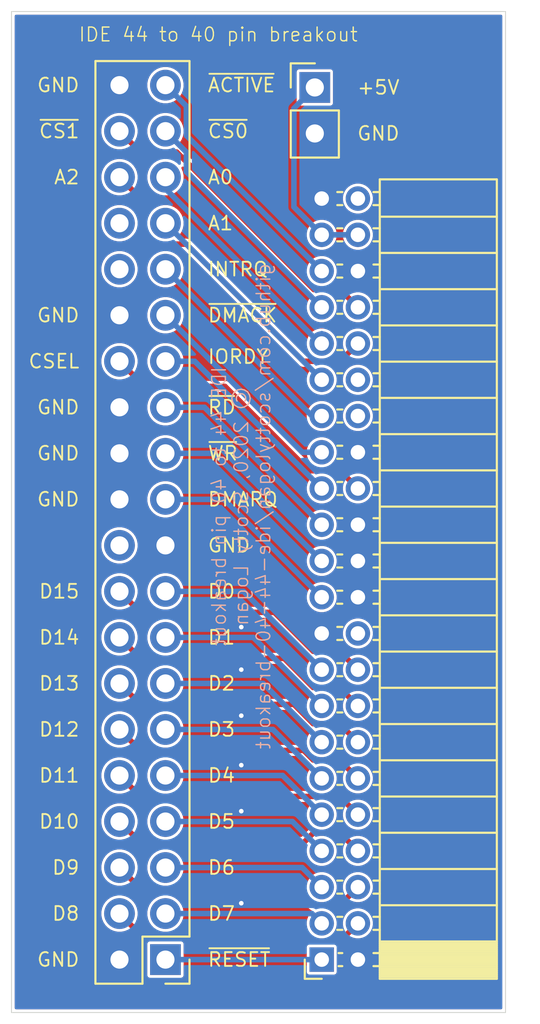
<source format=kicad_pcb>
(kicad_pcb (version 20171130) (host pcbnew "(5.1.6-0-10_14)")

  (general
    (thickness 1.6)
    (drawings 45)
    (tracks 106)
    (zones 0)
    (modules 3)
    (nets 40)
  )

  (page USLetter)
  (title_block
    (title "IDE 44 to 40 pin breakout")
    (date 2020-08-07)
    (rev v1.0)
    (comment 1 ide-44-40-breakout)
    (comment 2 "IDE 44 to 40 pin breakout")
  )

  (layers
    (0 F.Cu signal)
    (31 B.Cu signal)
    (32 B.Adhes user)
    (33 F.Adhes user)
    (34 B.Paste user)
    (35 F.Paste user)
    (36 B.SilkS user)
    (37 F.SilkS user)
    (38 B.Mask user)
    (39 F.Mask user)
    (40 Dwgs.User user)
    (41 Cmts.User user)
    (42 Eco1.User user)
    (43 Eco2.User user)
    (44 Edge.Cuts user)
    (45 Margin user)
    (46 B.CrtYd user)
    (47 F.CrtYd user)
    (48 B.Fab user hide)
    (49 F.Fab user hide)
  )

  (setup
    (last_trace_width 0.3048)
    (user_trace_width 0.1524)
    (user_trace_width 0.3048)
    (trace_clearance 0.1524)
    (zone_clearance 0.1524)
    (zone_45_only yes)
    (trace_min 0.1524)
    (via_size 0.508)
    (via_drill 0.254)
    (via_min_size 0.508)
    (via_min_drill 0.254)
    (user_via 0.508 0.254)
    (uvia_size 0.3)
    (uvia_drill 0.1)
    (uvias_allowed no)
    (uvia_min_size 0.2)
    (uvia_min_drill 0.1)
    (edge_width 0.05)
    (segment_width 0.2)
    (pcb_text_width 0.3)
    (pcb_text_size 1.5 1.5)
    (mod_edge_width 0.12)
    (mod_text_size 1 1)
    (mod_text_width 0.15)
    (pad_size 1.524 1.524)
    (pad_drill 0.762)
    (pad_to_mask_clearance 0.05)
    (aux_axis_origin 0 0)
    (visible_elements FFFFFF7F)
    (pcbplotparams
      (layerselection 0x010fc_ffffffff)
      (usegerberextensions false)
      (usegerberattributes true)
      (usegerberadvancedattributes true)
      (creategerberjobfile true)
      (excludeedgelayer true)
      (linewidth 0.100000)
      (plotframeref false)
      (viasonmask false)
      (mode 1)
      (useauxorigin false)
      (hpglpennumber 1)
      (hpglpenspeed 20)
      (hpglpendiameter 15.000000)
      (psnegative false)
      (psa4output false)
      (plotreference true)
      (plotvalue true)
      (plotinvisibletext false)
      (padsonsilk false)
      (subtractmaskfromsilk false)
      (outputformat 1)
      (mirror false)
      (drillshape 1)
      (scaleselection 1)
      (outputdirectory ""))
  )

  (net 0 "")
  (net 1 +5V)
  (net 2 GND)
  (net 3 /~RESET)
  (net 4 /D7)
  (net 5 /D8)
  (net 6 /D6)
  (net 7 /D9)
  (net 8 /D5)
  (net 9 /D10)
  (net 10 /D4)
  (net 11 /D11)
  (net 12 /D3)
  (net 13 /D12)
  (net 14 /D2)
  (net 15 /D13)
  (net 16 /D1)
  (net 17 /D14)
  (net 18 /D0)
  (net 19 /D15)
  (net 20 "Net-(J2-Pad20)")
  (net 21 /DMARQ)
  (net 22 /~WR)
  (net 23 /~RD)
  (net 24 /IORDY)
  (net 25 /CSEL)
  (net 26 /~DMACK)
  (net 27 /INTRQ)
  (net 28 "Net-(J2-Pad32)")
  (net 29 /A1)
  (net 30 "Net-(J2-Pad34)")
  (net 31 /A0)
  (net 32 /A2)
  (net 33 /~CS0)
  (net 34 /~CS1)
  (net 35 /~ACTIVE)
  (net 36 "Net-(J3-Pad20)")
  (net 37 "Net-(J3-Pad32)")
  (net 38 "Net-(J3-Pad34)")
  (net 39 "Net-(J3-Pad44)")

  (net_class Default "This is the default net class."
    (clearance 0.1524)
    (trace_width 0.1524)
    (via_dia 0.508)
    (via_drill 0.254)
    (uvia_dia 0.3)
    (uvia_drill 0.1)
    (add_net +5V)
    (add_net /A0)
    (add_net /A1)
    (add_net /A2)
    (add_net /CSEL)
    (add_net /D0)
    (add_net /D1)
    (add_net /D10)
    (add_net /D11)
    (add_net /D12)
    (add_net /D13)
    (add_net /D14)
    (add_net /D15)
    (add_net /D2)
    (add_net /D3)
    (add_net /D4)
    (add_net /D5)
    (add_net /D6)
    (add_net /D7)
    (add_net /D8)
    (add_net /D9)
    (add_net /DMARQ)
    (add_net /INTRQ)
    (add_net /IORDY)
    (add_net /~ACTIVE)
    (add_net /~CS0)
    (add_net /~CS1)
    (add_net /~DMACK)
    (add_net /~RD)
    (add_net /~RESET)
    (add_net /~WR)
    (add_net GND)
    (add_net "Net-(J2-Pad20)")
    (add_net "Net-(J2-Pad32)")
    (add_net "Net-(J2-Pad34)")
    (add_net "Net-(J3-Pad20)")
    (add_net "Net-(J3-Pad32)")
    (add_net "Net-(J3-Pad34)")
    (add_net "Net-(J3-Pad44)")
  )

  (net_class Power ""
    (clearance 0.6096)
    (trace_width 0.3048)
    (via_dia 0.6096)
    (via_drill 0.3048)
    (uvia_dia 0.3)
    (uvia_drill 0.1)
  )

  (module Connector_PinHeader_2.54mm:PinHeader_2x20_P2.54mm_Vertical (layer F.Cu) (tedit 59FED5CC) (tstamp 5F2D4289)
    (at 84.074 112.014 180)
    (descr "Through hole straight pin header, 2x20, 2.54mm pitch, double rows")
    (tags "Through hole pin header THT 2x20 2.54mm double row")
    (path /5F479A25)
    (fp_text reference J2 (at 1.27 -2.33) (layer F.SilkS) hide
      (effects (font (size 1 1) (thickness 0.15)))
    )
    (fp_text value "IDE 40" (at 1.27 50.59) (layer F.Fab)
      (effects (font (size 1 1) (thickness 0.15)))
    )
    (fp_line (start 0 -1.27) (end 3.81 -1.27) (layer F.Fab) (width 0.1))
    (fp_line (start 3.81 -1.27) (end 3.81 49.53) (layer F.Fab) (width 0.1))
    (fp_line (start 3.81 49.53) (end -1.27 49.53) (layer F.Fab) (width 0.1))
    (fp_line (start -1.27 49.53) (end -1.27 0) (layer F.Fab) (width 0.1))
    (fp_line (start -1.27 0) (end 0 -1.27) (layer F.Fab) (width 0.1))
    (fp_line (start -1.33 49.59) (end 3.87 49.59) (layer F.SilkS) (width 0.12))
    (fp_line (start -1.33 1.27) (end -1.33 49.59) (layer F.SilkS) (width 0.12))
    (fp_line (start 3.87 -1.33) (end 3.87 49.59) (layer F.SilkS) (width 0.12))
    (fp_line (start -1.33 1.27) (end 1.27 1.27) (layer F.SilkS) (width 0.12))
    (fp_line (start 1.27 1.27) (end 1.27 -1.33) (layer F.SilkS) (width 0.12))
    (fp_line (start 1.27 -1.33) (end 3.87 -1.33) (layer F.SilkS) (width 0.12))
    (fp_line (start -1.33 0) (end -1.33 -1.33) (layer F.SilkS) (width 0.12))
    (fp_line (start -1.33 -1.33) (end 0 -1.33) (layer F.SilkS) (width 0.12))
    (fp_line (start -1.8 -1.8) (end -1.8 50.05) (layer F.CrtYd) (width 0.05))
    (fp_line (start -1.8 50.05) (end 4.35 50.05) (layer F.CrtYd) (width 0.05))
    (fp_line (start 4.35 50.05) (end 4.35 -1.8) (layer F.CrtYd) (width 0.05))
    (fp_line (start 4.35 -1.8) (end -1.8 -1.8) (layer F.CrtYd) (width 0.05))
    (fp_text user %R (at 1.27 24.13 90) (layer F.Fab)
      (effects (font (size 1 1) (thickness 0.15)))
    )
    (pad 1 thru_hole rect (at 0 0 180) (size 1.7 1.7) (drill 1) (layers *.Cu *.Mask)
      (net 3 /~RESET))
    (pad 2 thru_hole oval (at 2.54 0 180) (size 1.7 1.7) (drill 1) (layers *.Cu *.Mask)
      (net 2 GND))
    (pad 3 thru_hole oval (at 0 2.54 180) (size 1.7 1.7) (drill 1) (layers *.Cu *.Mask)
      (net 4 /D7))
    (pad 4 thru_hole oval (at 2.54 2.54 180) (size 1.7 1.7) (drill 1) (layers *.Cu *.Mask)
      (net 5 /D8))
    (pad 5 thru_hole oval (at 0 5.08 180) (size 1.7 1.7) (drill 1) (layers *.Cu *.Mask)
      (net 6 /D6))
    (pad 6 thru_hole oval (at 2.54 5.08 180) (size 1.7 1.7) (drill 1) (layers *.Cu *.Mask)
      (net 7 /D9))
    (pad 7 thru_hole oval (at 0 7.62 180) (size 1.7 1.7) (drill 1) (layers *.Cu *.Mask)
      (net 8 /D5))
    (pad 8 thru_hole oval (at 2.54 7.62 180) (size 1.7 1.7) (drill 1) (layers *.Cu *.Mask)
      (net 9 /D10))
    (pad 9 thru_hole oval (at 0 10.16 180) (size 1.7 1.7) (drill 1) (layers *.Cu *.Mask)
      (net 10 /D4))
    (pad 10 thru_hole oval (at 2.54 10.16 180) (size 1.7 1.7) (drill 1) (layers *.Cu *.Mask)
      (net 11 /D11))
    (pad 11 thru_hole oval (at 0 12.7 180) (size 1.7 1.7) (drill 1) (layers *.Cu *.Mask)
      (net 12 /D3))
    (pad 12 thru_hole oval (at 2.54 12.7 180) (size 1.7 1.7) (drill 1) (layers *.Cu *.Mask)
      (net 13 /D12))
    (pad 13 thru_hole oval (at 0 15.24 180) (size 1.7 1.7) (drill 1) (layers *.Cu *.Mask)
      (net 14 /D2))
    (pad 14 thru_hole oval (at 2.54 15.24 180) (size 1.7 1.7) (drill 1) (layers *.Cu *.Mask)
      (net 15 /D13))
    (pad 15 thru_hole oval (at 0 17.78 180) (size 1.7 1.7) (drill 1) (layers *.Cu *.Mask)
      (net 16 /D1))
    (pad 16 thru_hole oval (at 2.54 17.78 180) (size 1.7 1.7) (drill 1) (layers *.Cu *.Mask)
      (net 17 /D14))
    (pad 17 thru_hole oval (at 0 20.32 180) (size 1.7 1.7) (drill 1) (layers *.Cu *.Mask)
      (net 18 /D0))
    (pad 18 thru_hole oval (at 2.54 20.32 180) (size 1.7 1.7) (drill 1) (layers *.Cu *.Mask)
      (net 19 /D15))
    (pad 19 thru_hole oval (at 0 22.86 180) (size 1.7 1.7) (drill 1) (layers *.Cu *.Mask)
      (net 2 GND))
    (pad 20 thru_hole oval (at 2.54 22.86 180) (size 1.7 1.7) (drill 1) (layers *.Cu *.Mask)
      (net 20 "Net-(J2-Pad20)"))
    (pad 21 thru_hole oval (at 0 25.4 180) (size 1.7 1.7) (drill 1) (layers *.Cu *.Mask)
      (net 21 /DMARQ))
    (pad 22 thru_hole oval (at 2.54 25.4 180) (size 1.7 1.7) (drill 1) (layers *.Cu *.Mask)
      (net 2 GND))
    (pad 23 thru_hole oval (at 0 27.94 180) (size 1.7 1.7) (drill 1) (layers *.Cu *.Mask)
      (net 22 /~WR))
    (pad 24 thru_hole oval (at 2.54 27.94 180) (size 1.7 1.7) (drill 1) (layers *.Cu *.Mask)
      (net 2 GND))
    (pad 25 thru_hole oval (at 0 30.48 180) (size 1.7 1.7) (drill 1) (layers *.Cu *.Mask)
      (net 23 /~RD))
    (pad 26 thru_hole oval (at 2.54 30.48 180) (size 1.7 1.7) (drill 1) (layers *.Cu *.Mask)
      (net 2 GND))
    (pad 27 thru_hole oval (at 0 33.02 180) (size 1.7 1.7) (drill 1) (layers *.Cu *.Mask)
      (net 24 /IORDY))
    (pad 28 thru_hole oval (at 2.54 33.02 180) (size 1.7 1.7) (drill 1) (layers *.Cu *.Mask)
      (net 25 /CSEL))
    (pad 29 thru_hole oval (at 0 35.56 180) (size 1.7 1.7) (drill 1) (layers *.Cu *.Mask)
      (net 26 /~DMACK))
    (pad 30 thru_hole oval (at 2.54 35.56 180) (size 1.7 1.7) (drill 1) (layers *.Cu *.Mask)
      (net 2 GND))
    (pad 31 thru_hole oval (at 0 38.1 180) (size 1.7 1.7) (drill 1) (layers *.Cu *.Mask)
      (net 27 /INTRQ))
    (pad 32 thru_hole oval (at 2.54 38.1 180) (size 1.7 1.7) (drill 1) (layers *.Cu *.Mask)
      (net 28 "Net-(J2-Pad32)"))
    (pad 33 thru_hole oval (at 0 40.64 180) (size 1.7 1.7) (drill 1) (layers *.Cu *.Mask)
      (net 29 /A1))
    (pad 34 thru_hole oval (at 2.54 40.64 180) (size 1.7 1.7) (drill 1) (layers *.Cu *.Mask)
      (net 30 "Net-(J2-Pad34)"))
    (pad 35 thru_hole oval (at 0 43.18 180) (size 1.7 1.7) (drill 1) (layers *.Cu *.Mask)
      (net 31 /A0))
    (pad 36 thru_hole oval (at 2.54 43.18 180) (size 1.7 1.7) (drill 1) (layers *.Cu *.Mask)
      (net 32 /A2))
    (pad 37 thru_hole oval (at 0 45.72 180) (size 1.7 1.7) (drill 1) (layers *.Cu *.Mask)
      (net 33 /~CS0))
    (pad 38 thru_hole oval (at 2.54 45.72 180) (size 1.7 1.7) (drill 1) (layers *.Cu *.Mask)
      (net 34 /~CS1))
    (pad 39 thru_hole oval (at 0 48.26 180) (size 1.7 1.7) (drill 1) (layers *.Cu *.Mask)
      (net 35 /~ACTIVE))
    (pad 40 thru_hole oval (at 2.54 48.26 180) (size 1.7 1.7) (drill 1) (layers *.Cu *.Mask)
      (net 2 GND))
    (model ${KISYS3DMOD}/Connector_PinHeader_2.54mm.3dshapes/PinHeader_2x20_P2.54mm_Vertical.wrl
      (at (xyz 0 0 0))
      (scale (xyz 1 1 1))
      (rotate (xyz 0 0 0))
    )
  )

  (module Connector_PinSocket_2.00mm:PinSocket_2x22_P2.00mm_Horizontal (layer F.Cu) (tedit 5A19A41D) (tstamp 5F2D4A07)
    (at 92.71 112.014 180)
    (descr "Through hole angled socket strip, 2x22, 2.00mm pitch, 6.35mm socket length, double cols (from Kicad 4.0.7), script generated")
    (tags "Through hole angled socket strip THT 2x22 2.00mm double row")
    (path /5F37772E)
    (fp_text reference J3 (at -4.31 -2.5) (layer F.SilkS) hide
      (effects (font (size 1 1) (thickness 0.15)))
    )
    (fp_text value "IDE 44" (at -4.31 44.5) (layer F.Fab)
      (effects (font (size 1 1) (thickness 0.15)))
    )
    (fp_line (start -9.62 -1) (end -3.97 -1) (layer F.Fab) (width 0.1))
    (fp_line (start -3.97 -1) (end -3.27 -0.3) (layer F.Fab) (width 0.1))
    (fp_line (start -3.27 -0.3) (end -3.27 43) (layer F.Fab) (width 0.1))
    (fp_line (start -3.27 43) (end -9.62 43) (layer F.Fab) (width 0.1))
    (fp_line (start -9.62 43) (end -9.62 -1) (layer F.Fab) (width 0.1))
    (fp_line (start 0 -0.3) (end -3.27 -0.3) (layer F.Fab) (width 0.1))
    (fp_line (start -3.27 0.3) (end 0 0.3) (layer F.Fab) (width 0.1))
    (fp_line (start 0 0.3) (end 0 -0.3) (layer F.Fab) (width 0.1))
    (fp_line (start 0 1.7) (end -3.27 1.7) (layer F.Fab) (width 0.1))
    (fp_line (start -3.27 2.3) (end 0 2.3) (layer F.Fab) (width 0.1))
    (fp_line (start 0 2.3) (end 0 1.7) (layer F.Fab) (width 0.1))
    (fp_line (start 0 3.7) (end -3.27 3.7) (layer F.Fab) (width 0.1))
    (fp_line (start -3.27 4.3) (end 0 4.3) (layer F.Fab) (width 0.1))
    (fp_line (start 0 4.3) (end 0 3.7) (layer F.Fab) (width 0.1))
    (fp_line (start 0 5.7) (end -3.27 5.7) (layer F.Fab) (width 0.1))
    (fp_line (start -3.27 6.3) (end 0 6.3) (layer F.Fab) (width 0.1))
    (fp_line (start 0 6.3) (end 0 5.7) (layer F.Fab) (width 0.1))
    (fp_line (start 0 7.7) (end -3.27 7.7) (layer F.Fab) (width 0.1))
    (fp_line (start -3.27 8.3) (end 0 8.3) (layer F.Fab) (width 0.1))
    (fp_line (start 0 8.3) (end 0 7.7) (layer F.Fab) (width 0.1))
    (fp_line (start 0 9.7) (end -3.27 9.7) (layer F.Fab) (width 0.1))
    (fp_line (start -3.27 10.3) (end 0 10.3) (layer F.Fab) (width 0.1))
    (fp_line (start 0 10.3) (end 0 9.7) (layer F.Fab) (width 0.1))
    (fp_line (start 0 11.7) (end -3.27 11.7) (layer F.Fab) (width 0.1))
    (fp_line (start -3.27 12.3) (end 0 12.3) (layer F.Fab) (width 0.1))
    (fp_line (start 0 12.3) (end 0 11.7) (layer F.Fab) (width 0.1))
    (fp_line (start 0 13.7) (end -3.27 13.7) (layer F.Fab) (width 0.1))
    (fp_line (start -3.27 14.3) (end 0 14.3) (layer F.Fab) (width 0.1))
    (fp_line (start 0 14.3) (end 0 13.7) (layer F.Fab) (width 0.1))
    (fp_line (start 0 15.7) (end -3.27 15.7) (layer F.Fab) (width 0.1))
    (fp_line (start -3.27 16.3) (end 0 16.3) (layer F.Fab) (width 0.1))
    (fp_line (start 0 16.3) (end 0 15.7) (layer F.Fab) (width 0.1))
    (fp_line (start 0 17.7) (end -3.27 17.7) (layer F.Fab) (width 0.1))
    (fp_line (start -3.27 18.3) (end 0 18.3) (layer F.Fab) (width 0.1))
    (fp_line (start 0 18.3) (end 0 17.7) (layer F.Fab) (width 0.1))
    (fp_line (start 0 19.7) (end -3.27 19.7) (layer F.Fab) (width 0.1))
    (fp_line (start -3.27 20.3) (end 0 20.3) (layer F.Fab) (width 0.1))
    (fp_line (start 0 20.3) (end 0 19.7) (layer F.Fab) (width 0.1))
    (fp_line (start 0 21.7) (end -3.27 21.7) (layer F.Fab) (width 0.1))
    (fp_line (start -3.27 22.3) (end 0 22.3) (layer F.Fab) (width 0.1))
    (fp_line (start 0 22.3) (end 0 21.7) (layer F.Fab) (width 0.1))
    (fp_line (start 0 23.7) (end -3.27 23.7) (layer F.Fab) (width 0.1))
    (fp_line (start -3.27 24.3) (end 0 24.3) (layer F.Fab) (width 0.1))
    (fp_line (start 0 24.3) (end 0 23.7) (layer F.Fab) (width 0.1))
    (fp_line (start 0 25.7) (end -3.27 25.7) (layer F.Fab) (width 0.1))
    (fp_line (start -3.27 26.3) (end 0 26.3) (layer F.Fab) (width 0.1))
    (fp_line (start 0 26.3) (end 0 25.7) (layer F.Fab) (width 0.1))
    (fp_line (start 0 27.7) (end -3.27 27.7) (layer F.Fab) (width 0.1))
    (fp_line (start -3.27 28.3) (end 0 28.3) (layer F.Fab) (width 0.1))
    (fp_line (start 0 28.3) (end 0 27.7) (layer F.Fab) (width 0.1))
    (fp_line (start 0 29.7) (end -3.27 29.7) (layer F.Fab) (width 0.1))
    (fp_line (start -3.27 30.3) (end 0 30.3) (layer F.Fab) (width 0.1))
    (fp_line (start 0 30.3) (end 0 29.7) (layer F.Fab) (width 0.1))
    (fp_line (start 0 31.7) (end -3.27 31.7) (layer F.Fab) (width 0.1))
    (fp_line (start -3.27 32.3) (end 0 32.3) (layer F.Fab) (width 0.1))
    (fp_line (start 0 32.3) (end 0 31.7) (layer F.Fab) (width 0.1))
    (fp_line (start 0 33.7) (end -3.27 33.7) (layer F.Fab) (width 0.1))
    (fp_line (start -3.27 34.3) (end 0 34.3) (layer F.Fab) (width 0.1))
    (fp_line (start 0 34.3) (end 0 33.7) (layer F.Fab) (width 0.1))
    (fp_line (start 0 35.7) (end -3.27 35.7) (layer F.Fab) (width 0.1))
    (fp_line (start -3.27 36.3) (end 0 36.3) (layer F.Fab) (width 0.1))
    (fp_line (start 0 36.3) (end 0 35.7) (layer F.Fab) (width 0.1))
    (fp_line (start 0 37.7) (end -3.27 37.7) (layer F.Fab) (width 0.1))
    (fp_line (start -3.27 38.3) (end 0 38.3) (layer F.Fab) (width 0.1))
    (fp_line (start 0 38.3) (end 0 37.7) (layer F.Fab) (width 0.1))
    (fp_line (start 0 39.7) (end -3.27 39.7) (layer F.Fab) (width 0.1))
    (fp_line (start -3.27 40.3) (end 0 40.3) (layer F.Fab) (width 0.1))
    (fp_line (start 0 40.3) (end 0 39.7) (layer F.Fab) (width 0.1))
    (fp_line (start 0 41.7) (end -3.27 41.7) (layer F.Fab) (width 0.1))
    (fp_line (start -3.27 42.3) (end 0 42.3) (layer F.Fab) (width 0.1))
    (fp_line (start 0 42.3) (end 0 41.7) (layer F.Fab) (width 0.1))
    (fp_line (start -9.68 -0.94) (end -3.21 -0.94) (layer F.SilkS) (width 0.12))
    (fp_line (start -9.68 -0.825882) (end -3.21 -0.825882) (layer F.SilkS) (width 0.12))
    (fp_line (start -9.68 -0.711764) (end -3.21 -0.711764) (layer F.SilkS) (width 0.12))
    (fp_line (start -9.68 -0.597646) (end -3.21 -0.597646) (layer F.SilkS) (width 0.12))
    (fp_line (start -9.68 -0.483528) (end -3.21 -0.483528) (layer F.SilkS) (width 0.12))
    (fp_line (start -9.68 -0.36941) (end -3.21 -0.36941) (layer F.SilkS) (width 0.12))
    (fp_line (start -9.68 -0.255292) (end -3.21 -0.255292) (layer F.SilkS) (width 0.12))
    (fp_line (start -9.68 -0.141174) (end -3.21 -0.141174) (layer F.SilkS) (width 0.12))
    (fp_line (start -9.68 -0.027056) (end -3.21 -0.027056) (layer F.SilkS) (width 0.12))
    (fp_line (start -9.68 0.087062) (end -3.21 0.087062) (layer F.SilkS) (width 0.12))
    (fp_line (start -9.68 0.20118) (end -3.21 0.20118) (layer F.SilkS) (width 0.12))
    (fp_line (start -9.68 0.315298) (end -3.21 0.315298) (layer F.SilkS) (width 0.12))
    (fp_line (start -9.68 0.429416) (end -3.21 0.429416) (layer F.SilkS) (width 0.12))
    (fp_line (start -9.68 0.543534) (end -3.21 0.543534) (layer F.SilkS) (width 0.12))
    (fp_line (start -9.68 0.657652) (end -3.21 0.657652) (layer F.SilkS) (width 0.12))
    (fp_line (start -9.68 0.77177) (end -3.21 0.77177) (layer F.SilkS) (width 0.12))
    (fp_line (start -9.68 0.885888) (end -3.21 0.885888) (layer F.SilkS) (width 0.12))
    (fp_line (start -3.21 -0.36) (end -2.862917 -0.36) (layer F.SilkS) (width 0.12))
    (fp_line (start -1.137083 -0.36) (end -0.935 -0.36) (layer F.SilkS) (width 0.12))
    (fp_line (start -3.21 0.36) (end -2.862917 0.36) (layer F.SilkS) (width 0.12))
    (fp_line (start -1.137083 0.36) (end -0.935 0.36) (layer F.SilkS) (width 0.12))
    (fp_line (start -3.21 1.64) (end -2.862917 1.64) (layer F.SilkS) (width 0.12))
    (fp_line (start -1.137083 1.64) (end -0.862917 1.64) (layer F.SilkS) (width 0.12))
    (fp_line (start -3.21 2.36) (end -2.862917 2.36) (layer F.SilkS) (width 0.12))
    (fp_line (start -1.137083 2.36) (end -0.862917 2.36) (layer F.SilkS) (width 0.12))
    (fp_line (start -3.21 3.64) (end -2.862917 3.64) (layer F.SilkS) (width 0.12))
    (fp_line (start -1.137083 3.64) (end -0.862917 3.64) (layer F.SilkS) (width 0.12))
    (fp_line (start -3.21 4.36) (end -2.862917 4.36) (layer F.SilkS) (width 0.12))
    (fp_line (start -1.137083 4.36) (end -0.862917 4.36) (layer F.SilkS) (width 0.12))
    (fp_line (start -3.21 5.64) (end -2.862917 5.64) (layer F.SilkS) (width 0.12))
    (fp_line (start -1.137083 5.64) (end -0.862917 5.64) (layer F.SilkS) (width 0.12))
    (fp_line (start -3.21 6.36) (end -2.862917 6.36) (layer F.SilkS) (width 0.12))
    (fp_line (start -1.137083 6.36) (end -0.862917 6.36) (layer F.SilkS) (width 0.12))
    (fp_line (start -3.21 7.64) (end -2.862917 7.64) (layer F.SilkS) (width 0.12))
    (fp_line (start -1.137083 7.64) (end -0.862917 7.64) (layer F.SilkS) (width 0.12))
    (fp_line (start -3.21 8.36) (end -2.862917 8.36) (layer F.SilkS) (width 0.12))
    (fp_line (start -1.137083 8.36) (end -0.862917 8.36) (layer F.SilkS) (width 0.12))
    (fp_line (start -3.21 9.64) (end -2.862917 9.64) (layer F.SilkS) (width 0.12))
    (fp_line (start -1.137083 9.64) (end -0.862917 9.64) (layer F.SilkS) (width 0.12))
    (fp_line (start -3.21 10.36) (end -2.862917 10.36) (layer F.SilkS) (width 0.12))
    (fp_line (start -1.137083 10.36) (end -0.862917 10.36) (layer F.SilkS) (width 0.12))
    (fp_line (start -3.21 11.64) (end -2.862917 11.64) (layer F.SilkS) (width 0.12))
    (fp_line (start -1.137083 11.64) (end -0.862917 11.64) (layer F.SilkS) (width 0.12))
    (fp_line (start -3.21 12.36) (end -2.862917 12.36) (layer F.SilkS) (width 0.12))
    (fp_line (start -1.137083 12.36) (end -0.862917 12.36) (layer F.SilkS) (width 0.12))
    (fp_line (start -3.21 13.64) (end -2.862917 13.64) (layer F.SilkS) (width 0.12))
    (fp_line (start -1.137083 13.64) (end -0.862917 13.64) (layer F.SilkS) (width 0.12))
    (fp_line (start -3.21 14.36) (end -2.862917 14.36) (layer F.SilkS) (width 0.12))
    (fp_line (start -1.137083 14.36) (end -0.862917 14.36) (layer F.SilkS) (width 0.12))
    (fp_line (start -3.21 15.64) (end -2.862917 15.64) (layer F.SilkS) (width 0.12))
    (fp_line (start -1.137083 15.64) (end -0.862917 15.64) (layer F.SilkS) (width 0.12))
    (fp_line (start -3.21 16.36) (end -2.862917 16.36) (layer F.SilkS) (width 0.12))
    (fp_line (start -1.137083 16.36) (end -0.862917 16.36) (layer F.SilkS) (width 0.12))
    (fp_line (start -3.21 17.64) (end -2.862917 17.64) (layer F.SilkS) (width 0.12))
    (fp_line (start -1.137083 17.64) (end -0.862917 17.64) (layer F.SilkS) (width 0.12))
    (fp_line (start -3.21 18.36) (end -2.862917 18.36) (layer F.SilkS) (width 0.12))
    (fp_line (start -1.137083 18.36) (end -0.862917 18.36) (layer F.SilkS) (width 0.12))
    (fp_line (start -3.21 19.64) (end -2.862917 19.64) (layer F.SilkS) (width 0.12))
    (fp_line (start -1.137083 19.64) (end -0.862917 19.64) (layer F.SilkS) (width 0.12))
    (fp_line (start -3.21 20.36) (end -2.862917 20.36) (layer F.SilkS) (width 0.12))
    (fp_line (start -1.137083 20.36) (end -0.862917 20.36) (layer F.SilkS) (width 0.12))
    (fp_line (start -3.21 21.64) (end -2.862917 21.64) (layer F.SilkS) (width 0.12))
    (fp_line (start -1.137083 21.64) (end -0.862917 21.64) (layer F.SilkS) (width 0.12))
    (fp_line (start -3.21 22.36) (end -2.862917 22.36) (layer F.SilkS) (width 0.12))
    (fp_line (start -1.137083 22.36) (end -0.862917 22.36) (layer F.SilkS) (width 0.12))
    (fp_line (start -3.21 23.64) (end -2.862917 23.64) (layer F.SilkS) (width 0.12))
    (fp_line (start -1.137083 23.64) (end -0.862917 23.64) (layer F.SilkS) (width 0.12))
    (fp_line (start -3.21 24.36) (end -2.862917 24.36) (layer F.SilkS) (width 0.12))
    (fp_line (start -1.137083 24.36) (end -0.862917 24.36) (layer F.SilkS) (width 0.12))
    (fp_line (start -3.21 25.64) (end -2.862917 25.64) (layer F.SilkS) (width 0.12))
    (fp_line (start -1.137083 25.64) (end -0.862917 25.64) (layer F.SilkS) (width 0.12))
    (fp_line (start -3.21 26.36) (end -2.862917 26.36) (layer F.SilkS) (width 0.12))
    (fp_line (start -1.137083 26.36) (end -0.862917 26.36) (layer F.SilkS) (width 0.12))
    (fp_line (start -3.21 27.64) (end -2.862917 27.64) (layer F.SilkS) (width 0.12))
    (fp_line (start -1.137083 27.64) (end -0.862917 27.64) (layer F.SilkS) (width 0.12))
    (fp_line (start -3.21 28.36) (end -2.862917 28.36) (layer F.SilkS) (width 0.12))
    (fp_line (start -1.137083 28.36) (end -0.862917 28.36) (layer F.SilkS) (width 0.12))
    (fp_line (start -3.21 29.64) (end -2.862917 29.64) (layer F.SilkS) (width 0.12))
    (fp_line (start -1.137083 29.64) (end -0.862917 29.64) (layer F.SilkS) (width 0.12))
    (fp_line (start -3.21 30.36) (end -2.862917 30.36) (layer F.SilkS) (width 0.12))
    (fp_line (start -1.137083 30.36) (end -0.862917 30.36) (layer F.SilkS) (width 0.12))
    (fp_line (start -3.21 31.64) (end -2.862917 31.64) (layer F.SilkS) (width 0.12))
    (fp_line (start -1.137083 31.64) (end -0.862917 31.64) (layer F.SilkS) (width 0.12))
    (fp_line (start -3.21 32.36) (end -2.862917 32.36) (layer F.SilkS) (width 0.12))
    (fp_line (start -1.137083 32.36) (end -0.862917 32.36) (layer F.SilkS) (width 0.12))
    (fp_line (start -3.21 33.64) (end -2.862917 33.64) (layer F.SilkS) (width 0.12))
    (fp_line (start -1.137083 33.64) (end -0.862917 33.64) (layer F.SilkS) (width 0.12))
    (fp_line (start -3.21 34.36) (end -2.862917 34.36) (layer F.SilkS) (width 0.12))
    (fp_line (start -1.137083 34.36) (end -0.862917 34.36) (layer F.SilkS) (width 0.12))
    (fp_line (start -3.21 35.64) (end -2.862917 35.64) (layer F.SilkS) (width 0.12))
    (fp_line (start -1.137083 35.64) (end -0.862917 35.64) (layer F.SilkS) (width 0.12))
    (fp_line (start -3.21 36.36) (end -2.862917 36.36) (layer F.SilkS) (width 0.12))
    (fp_line (start -1.137083 36.36) (end -0.862917 36.36) (layer F.SilkS) (width 0.12))
    (fp_line (start -3.21 37.64) (end -2.862917 37.64) (layer F.SilkS) (width 0.12))
    (fp_line (start -1.137083 37.64) (end -0.862917 37.64) (layer F.SilkS) (width 0.12))
    (fp_line (start -3.21 38.36) (end -2.862917 38.36) (layer F.SilkS) (width 0.12))
    (fp_line (start -1.137083 38.36) (end -0.862917 38.36) (layer F.SilkS) (width 0.12))
    (fp_line (start -3.21 39.64) (end -2.862917 39.64) (layer F.SilkS) (width 0.12))
    (fp_line (start -1.137083 39.64) (end -0.862917 39.64) (layer F.SilkS) (width 0.12))
    (fp_line (start -3.21 40.36) (end -2.862917 40.36) (layer F.SilkS) (width 0.12))
    (fp_line (start -1.137083 40.36) (end -0.862917 40.36) (layer F.SilkS) (width 0.12))
    (fp_line (start -3.21 41.64) (end -2.862917 41.64) (layer F.SilkS) (width 0.12))
    (fp_line (start -1.137083 41.64) (end -0.862917 41.64) (layer F.SilkS) (width 0.12))
    (fp_line (start -3.21 42.36) (end -2.862917 42.36) (layer F.SilkS) (width 0.12))
    (fp_line (start -1.137083 42.36) (end -0.862917 42.36) (layer F.SilkS) (width 0.12))
    (fp_line (start -9.68 1) (end -3.21 1) (layer F.SilkS) (width 0.12))
    (fp_line (start -9.68 3) (end -3.21 3) (layer F.SilkS) (width 0.12))
    (fp_line (start -9.68 5) (end -3.21 5) (layer F.SilkS) (width 0.12))
    (fp_line (start -9.68 7) (end -3.21 7) (layer F.SilkS) (width 0.12))
    (fp_line (start -9.68 9) (end -3.21 9) (layer F.SilkS) (width 0.12))
    (fp_line (start -9.68 11) (end -3.21 11) (layer F.SilkS) (width 0.12))
    (fp_line (start -9.68 13) (end -3.21 13) (layer F.SilkS) (width 0.12))
    (fp_line (start -9.68 15) (end -3.21 15) (layer F.SilkS) (width 0.12))
    (fp_line (start -9.68 17) (end -3.21 17) (layer F.SilkS) (width 0.12))
    (fp_line (start -9.68 19) (end -3.21 19) (layer F.SilkS) (width 0.12))
    (fp_line (start -9.68 21) (end -3.21 21) (layer F.SilkS) (width 0.12))
    (fp_line (start -9.68 23) (end -3.21 23) (layer F.SilkS) (width 0.12))
    (fp_line (start -9.68 25) (end -3.21 25) (layer F.SilkS) (width 0.12))
    (fp_line (start -9.68 27) (end -3.21 27) (layer F.SilkS) (width 0.12))
    (fp_line (start -9.68 29) (end -3.21 29) (layer F.SilkS) (width 0.12))
    (fp_line (start -9.68 31) (end -3.21 31) (layer F.SilkS) (width 0.12))
    (fp_line (start -9.68 33) (end -3.21 33) (layer F.SilkS) (width 0.12))
    (fp_line (start -9.68 35) (end -3.21 35) (layer F.SilkS) (width 0.12))
    (fp_line (start -9.68 37) (end -3.21 37) (layer F.SilkS) (width 0.12))
    (fp_line (start -9.68 39) (end -3.21 39) (layer F.SilkS) (width 0.12))
    (fp_line (start -9.68 41) (end -3.21 41) (layer F.SilkS) (width 0.12))
    (fp_line (start -9.68 -1.06) (end -3.21 -1.06) (layer F.SilkS) (width 0.12))
    (fp_line (start -3.21 -1.06) (end -3.21 43.06) (layer F.SilkS) (width 0.12))
    (fp_line (start -9.68 43.06) (end -3.21 43.06) (layer F.SilkS) (width 0.12))
    (fp_line (start -9.68 -1.06) (end -9.68 43.06) (layer F.SilkS) (width 0.12))
    (fp_line (start 0.935 -1.06) (end 0.935 0) (layer F.SilkS) (width 0.12))
    (fp_line (start 0 -1.06) (end 0.935 -1.06) (layer F.SilkS) (width 0.12))
    (fp_line (start 1.5 -1.5) (end -10.15 -1.5) (layer F.CrtYd) (width 0.05))
    (fp_line (start -10.15 -1.5) (end -10.15 43.5) (layer F.CrtYd) (width 0.05))
    (fp_line (start -10.15 43.5) (end 1.5 43.5) (layer F.CrtYd) (width 0.05))
    (fp_line (start 1.5 43.5) (end 1.5 -1.5) (layer F.CrtYd) (width 0.05))
    (fp_text user %R (at -6.445 21 90) (layer F.Fab)
      (effects (font (size 1 1) (thickness 0.15)))
    )
    (pad 1 thru_hole rect (at 0 0 180) (size 1.35 1.35) (drill 0.8) (layers *.Cu *.Mask)
      (net 3 /~RESET))
    (pad 2 thru_hole oval (at -2 0 180) (size 1.35 1.35) (drill 0.8) (layers *.Cu *.Mask)
      (net 2 GND))
    (pad 3 thru_hole oval (at 0 2 180) (size 1.35 1.35) (drill 0.8) (layers *.Cu *.Mask)
      (net 4 /D7))
    (pad 4 thru_hole oval (at -2 2 180) (size 1.35 1.35) (drill 0.8) (layers *.Cu *.Mask)
      (net 5 /D8))
    (pad 5 thru_hole oval (at 0 4 180) (size 1.35 1.35) (drill 0.8) (layers *.Cu *.Mask)
      (net 6 /D6))
    (pad 6 thru_hole oval (at -2 4 180) (size 1.35 1.35) (drill 0.8) (layers *.Cu *.Mask)
      (net 7 /D9))
    (pad 7 thru_hole oval (at 0 6 180) (size 1.35 1.35) (drill 0.8) (layers *.Cu *.Mask)
      (net 8 /D5))
    (pad 8 thru_hole oval (at -2 6 180) (size 1.35 1.35) (drill 0.8) (layers *.Cu *.Mask)
      (net 9 /D10))
    (pad 9 thru_hole oval (at 0 8 180) (size 1.35 1.35) (drill 0.8) (layers *.Cu *.Mask)
      (net 10 /D4))
    (pad 10 thru_hole oval (at -2 8 180) (size 1.35 1.35) (drill 0.8) (layers *.Cu *.Mask)
      (net 11 /D11))
    (pad 11 thru_hole oval (at 0 10 180) (size 1.35 1.35) (drill 0.8) (layers *.Cu *.Mask)
      (net 12 /D3))
    (pad 12 thru_hole oval (at -2 10 180) (size 1.35 1.35) (drill 0.8) (layers *.Cu *.Mask)
      (net 13 /D12))
    (pad 13 thru_hole oval (at 0 12 180) (size 1.35 1.35) (drill 0.8) (layers *.Cu *.Mask)
      (net 14 /D2))
    (pad 14 thru_hole oval (at -2 12 180) (size 1.35 1.35) (drill 0.8) (layers *.Cu *.Mask)
      (net 15 /D13))
    (pad 15 thru_hole oval (at 0 14 180) (size 1.35 1.35) (drill 0.8) (layers *.Cu *.Mask)
      (net 16 /D1))
    (pad 16 thru_hole oval (at -2 14 180) (size 1.35 1.35) (drill 0.8) (layers *.Cu *.Mask)
      (net 17 /D14))
    (pad 17 thru_hole oval (at 0 16 180) (size 1.35 1.35) (drill 0.8) (layers *.Cu *.Mask)
      (net 18 /D0))
    (pad 18 thru_hole oval (at -2 16 180) (size 1.35 1.35) (drill 0.8) (layers *.Cu *.Mask)
      (net 19 /D15))
    (pad 19 thru_hole oval (at 0 18 180) (size 1.35 1.35) (drill 0.8) (layers *.Cu *.Mask)
      (net 2 GND))
    (pad 20 thru_hole oval (at -2 18 180) (size 1.35 1.35) (drill 0.8) (layers *.Cu *.Mask)
      (net 36 "Net-(J3-Pad20)"))
    (pad 21 thru_hole oval (at 0 20 180) (size 1.35 1.35) (drill 0.8) (layers *.Cu *.Mask)
      (net 21 /DMARQ))
    (pad 22 thru_hole oval (at -2 20 180) (size 1.35 1.35) (drill 0.8) (layers *.Cu *.Mask)
      (net 2 GND))
    (pad 23 thru_hole oval (at 0 22 180) (size 1.35 1.35) (drill 0.8) (layers *.Cu *.Mask)
      (net 22 /~WR))
    (pad 24 thru_hole oval (at -2 22 180) (size 1.35 1.35) (drill 0.8) (layers *.Cu *.Mask)
      (net 2 GND))
    (pad 25 thru_hole oval (at 0 24 180) (size 1.35 1.35) (drill 0.8) (layers *.Cu *.Mask)
      (net 23 /~RD))
    (pad 26 thru_hole oval (at -2 24 180) (size 1.35 1.35) (drill 0.8) (layers *.Cu *.Mask)
      (net 2 GND))
    (pad 27 thru_hole oval (at 0 26 180) (size 1.35 1.35) (drill 0.8) (layers *.Cu *.Mask)
      (net 24 /IORDY))
    (pad 28 thru_hole oval (at -2 26 180) (size 1.35 1.35) (drill 0.8) (layers *.Cu *.Mask)
      (net 25 /CSEL))
    (pad 29 thru_hole oval (at 0 28 180) (size 1.35 1.35) (drill 0.8) (layers *.Cu *.Mask)
      (net 26 /~DMACK))
    (pad 30 thru_hole oval (at -2 28 180) (size 1.35 1.35) (drill 0.8) (layers *.Cu *.Mask)
      (net 2 GND))
    (pad 31 thru_hole oval (at 0 30 180) (size 1.35 1.35) (drill 0.8) (layers *.Cu *.Mask)
      (net 27 /INTRQ))
    (pad 32 thru_hole oval (at -2 30 180) (size 1.35 1.35) (drill 0.8) (layers *.Cu *.Mask)
      (net 37 "Net-(J3-Pad32)"))
    (pad 33 thru_hole oval (at 0 32 180) (size 1.35 1.35) (drill 0.8) (layers *.Cu *.Mask)
      (net 29 /A1))
    (pad 34 thru_hole oval (at -2 32 180) (size 1.35 1.35) (drill 0.8) (layers *.Cu *.Mask)
      (net 38 "Net-(J3-Pad34)"))
    (pad 35 thru_hole oval (at 0 34 180) (size 1.35 1.35) (drill 0.8) (layers *.Cu *.Mask)
      (net 31 /A0))
    (pad 36 thru_hole oval (at -2 34 180) (size 1.35 1.35) (drill 0.8) (layers *.Cu *.Mask)
      (net 32 /A2))
    (pad 37 thru_hole oval (at 0 36 180) (size 1.35 1.35) (drill 0.8) (layers *.Cu *.Mask)
      (net 33 /~CS0))
    (pad 38 thru_hole oval (at -2 36 180) (size 1.35 1.35) (drill 0.8) (layers *.Cu *.Mask)
      (net 34 /~CS1))
    (pad 39 thru_hole oval (at 0 38 180) (size 1.35 1.35) (drill 0.8) (layers *.Cu *.Mask)
      (net 35 /~ACTIVE))
    (pad 40 thru_hole oval (at -2 38 180) (size 1.35 1.35) (drill 0.8) (layers *.Cu *.Mask)
      (net 2 GND))
    (pad 41 thru_hole oval (at 0 40 180) (size 1.35 1.35) (drill 0.8) (layers *.Cu *.Mask)
      (net 1 +5V))
    (pad 42 thru_hole oval (at -2 40 180) (size 1.35 1.35) (drill 0.8) (layers *.Cu *.Mask)
      (net 1 +5V))
    (pad 43 thru_hole oval (at 0 42 180) (size 1.35 1.35) (drill 0.8) (layers *.Cu *.Mask)
      (net 2 GND))
    (pad 44 thru_hole oval (at -2 42 180) (size 1.35 1.35) (drill 0.8) (layers *.Cu *.Mask)
      (net 39 "Net-(J3-Pad44)"))
    (model ${KISYS3DMOD}/Connector_PinSocket_2.00mm.3dshapes/PinSocket_2x22_P2.00mm_Horizontal.wrl
      (at (xyz 0 0 0))
      (scale (xyz 1 1 1))
      (rotate (xyz 0 0 0))
    )
  )

  (module Connector_PinHeader_2.54mm:PinHeader_1x02_P2.54mm_Vertical (layer F.Cu) (tedit 59FED5CC) (tstamp 5F2D4D1F)
    (at 92.329 63.881)
    (descr "Through hole straight pin header, 1x02, 2.54mm pitch, single row")
    (tags "Through hole pin header THT 1x02 2.54mm single row")
    (path /5F7AE7FF)
    (fp_text reference J1 (at 0 -2.33) (layer F.SilkS) hide
      (effects (font (size 1 1) (thickness 0.15)))
    )
    (fp_text value Conn_01x02_Male (at 0 4.87) (layer F.Fab) hide
      (effects (font (size 1 1) (thickness 0.15)))
    )
    (fp_line (start -0.635 -1.27) (end 1.27 -1.27) (layer F.Fab) (width 0.1))
    (fp_line (start 1.27 -1.27) (end 1.27 3.81) (layer F.Fab) (width 0.1))
    (fp_line (start 1.27 3.81) (end -1.27 3.81) (layer F.Fab) (width 0.1))
    (fp_line (start -1.27 3.81) (end -1.27 -0.635) (layer F.Fab) (width 0.1))
    (fp_line (start -1.27 -0.635) (end -0.635 -1.27) (layer F.Fab) (width 0.1))
    (fp_line (start -1.33 3.87) (end 1.33 3.87) (layer F.SilkS) (width 0.12))
    (fp_line (start -1.33 1.27) (end -1.33 3.87) (layer F.SilkS) (width 0.12))
    (fp_line (start 1.33 1.27) (end 1.33 3.87) (layer F.SilkS) (width 0.12))
    (fp_line (start -1.33 1.27) (end 1.33 1.27) (layer F.SilkS) (width 0.12))
    (fp_line (start -1.33 0) (end -1.33 -1.33) (layer F.SilkS) (width 0.12))
    (fp_line (start -1.33 -1.33) (end 0 -1.33) (layer F.SilkS) (width 0.12))
    (fp_line (start -1.8 -1.8) (end -1.8 4.35) (layer F.CrtYd) (width 0.05))
    (fp_line (start -1.8 4.35) (end 1.8 4.35) (layer F.CrtYd) (width 0.05))
    (fp_line (start 1.8 4.35) (end 1.8 -1.8) (layer F.CrtYd) (width 0.05))
    (fp_line (start 1.8 -1.8) (end -1.8 -1.8) (layer F.CrtYd) (width 0.05))
    (fp_text user %R (at 0 1.27 90) (layer F.Fab)
      (effects (font (size 1 1) (thickness 0.15)))
    )
    (pad 1 thru_hole rect (at 0 0) (size 1.7 1.7) (drill 1) (layers *.Cu *.Mask)
      (net 1 +5V))
    (pad 2 thru_hole oval (at 0 2.54) (size 1.7 1.7) (drill 1) (layers *.Cu *.Mask)
      (net 2 GND))
    (model ${KISYS3DMOD}/Connector_PinHeader_2.54mm.3dshapes/PinHeader_1x02_P2.54mm_Vertical.wrl
      (at (xyz 0 0 0))
      (scale (xyz 1 1 1))
      (rotate (xyz 0 0 0))
    )
  )

  (gr_text "IDE 44 to 40 pin breakout\n© 2020, Scotty Logan\ngithub.com/scottylogan/ide-44-40-breakout" (at 88.265 86.995 90) (layer B.SilkS)
    (effects (font (size 0.762 0.762) (thickness 0.0762)) (justify mirror))
  )
  (gr_text "IDE 44 to 40 pin breakout" (at 86.995 60.96) (layer F.SilkS)
    (effects (font (size 0.762 0.762) (thickness 0.0762)))
  )
  (gr_line (start 75.565 114.935) (end 75.565 59.69) (layer Edge.Cuts) (width 0.05) (tstamp 5F2E0805))
  (gr_line (start 102.87 114.935) (end 75.565 114.935) (layer Edge.Cuts) (width 0.05))
  (gr_line (start 102.87 59.69) (end 102.87 114.935) (layer Edge.Cuts) (width 0.05))
  (gr_line (start 75.565 59.69) (end 102.87 59.69) (layer Edge.Cuts) (width 0.05))
  (gr_text GND (at 79.375 76.454) (layer F.SilkS)
    (effects (font (size 0.762 0.762) (thickness 0.1016)) (justify right))
  )
  (gr_text GND (at 86.36 89.154) (layer F.SilkS)
    (effects (font (size 0.762 0.762) (thickness 0.1016)) (justify left))
  )
  (gr_text GND (at 79.375 112.014) (layer F.SilkS)
    (effects (font (size 0.762 0.762) (thickness 0.1016)) (justify right))
  )
  (gr_text GND (at 79.375 86.614) (layer F.SilkS)
    (effects (font (size 0.762 0.762) (thickness 0.1016)) (justify right))
  )
  (gr_text GND (at 79.375 84.074) (layer F.SilkS)
    (effects (font (size 0.762 0.762) (thickness 0.1016)) (justify right))
  )
  (gr_text GND (at 79.375 81.534) (layer F.SilkS)
    (effects (font (size 0.762 0.762) (thickness 0.1016)) (justify right))
  )
  (gr_text GND (at 79.375 63.754) (layer F.SilkS)
    (effects (font (size 0.762 0.762) (thickness 0.1016)) (justify right))
  )
  (gr_text GND (at 94.615 66.421) (layer F.SilkS)
    (effects (font (size 0.762 0.762) (thickness 0.1016)) (justify left))
  )
  (gr_text +5V (at 94.615 63.881) (layer F.SilkS)
    (effects (font (size 0.762 0.762) (thickness 0.1016)) (justify left))
  )
  (gr_text ~CS1 (at 79.375 66.294) (layer F.SilkS)
    (effects (font (size 0.762 0.762) (thickness 0.1016)) (justify right))
  )
  (gr_text A2 (at 79.375 68.834) (layer F.SilkS)
    (effects (font (size 0.762 0.762) (thickness 0.1016)) (justify right))
  )
  (gr_text CSEL (at 79.375 78.994) (layer F.SilkS)
    (effects (font (size 0.762 0.762) (thickness 0.1016)) (justify right))
  )
  (gr_text D15 (at 79.375 91.694) (layer F.SilkS)
    (effects (font (size 0.762 0.762) (thickness 0.1016)) (justify right))
  )
  (gr_text D14 (at 79.375 94.234) (layer F.SilkS)
    (effects (font (size 0.762 0.762) (thickness 0.1016)) (justify right))
  )
  (gr_text D13 (at 79.375 96.774) (layer F.SilkS)
    (effects (font (size 0.762 0.762) (thickness 0.1016)) (justify right))
  )
  (gr_text D12 (at 79.375 99.314) (layer F.SilkS)
    (effects (font (size 0.762 0.762) (thickness 0.1016)) (justify right))
  )
  (gr_text D11 (at 79.375 101.854) (layer F.SilkS)
    (effects (font (size 0.762 0.762) (thickness 0.1016)) (justify right))
  )
  (gr_text D10 (at 79.375 104.394) (layer F.SilkS)
    (effects (font (size 0.762 0.762) (thickness 0.1016)) (justify right))
  )
  (gr_text D9 (at 79.375 106.934) (layer F.SilkS)
    (effects (font (size 0.762 0.762) (thickness 0.1016)) (justify right))
  )
  (gr_text D8 (at 79.375 109.474) (layer F.SilkS)
    (effects (font (size 0.762 0.762) (thickness 0.1016)) (justify right))
  )
  (gr_text ~RESET (at 86.36 112.014) (layer F.SilkS)
    (effects (font (size 0.762 0.762) (thickness 0.1016)) (justify left))
  )
  (gr_text D7 (at 86.36 109.474) (layer F.SilkS)
    (effects (font (size 0.762 0.762) (thickness 0.1016)) (justify left))
  )
  (gr_text D6 (at 86.36 106.934) (layer F.SilkS)
    (effects (font (size 0.762 0.762) (thickness 0.1016)) (justify left))
  )
  (gr_text D5 (at 86.36 104.394) (layer F.SilkS)
    (effects (font (size 0.762 0.762) (thickness 0.1016)) (justify left))
  )
  (gr_text D4 (at 86.36 101.854) (layer F.SilkS)
    (effects (font (size 0.762 0.762) (thickness 0.1016)) (justify left))
  )
  (gr_text D3 (at 86.36 99.314) (layer F.SilkS)
    (effects (font (size 0.762 0.762) (thickness 0.1016)) (justify left))
  )
  (gr_text D2 (at 86.36 96.774) (layer F.SilkS)
    (effects (font (size 0.762 0.762) (thickness 0.1016)) (justify left))
  )
  (gr_text D1 (at 86.36 94.234) (layer F.SilkS)
    (effects (font (size 0.762 0.762) (thickness 0.1016)) (justify left))
  )
  (gr_text D0 (at 86.36 91.694) (layer F.SilkS)
    (effects (font (size 0.762 0.762) (thickness 0.1016)) (justify left))
  )
  (gr_text DMARQ (at 86.36 86.614) (layer F.SilkS)
    (effects (font (size 0.762 0.762) (thickness 0.1016)) (justify left))
  )
  (gr_text ~WR (at 86.36 84.074) (layer F.SilkS)
    (effects (font (size 0.762 0.762) (thickness 0.1016)) (justify left))
  )
  (gr_text ~RD (at 86.36 81.534) (layer F.SilkS)
    (effects (font (size 0.762 0.762) (thickness 0.1016)) (justify left))
  )
  (gr_text IORDY (at 86.36 78.74) (layer F.SilkS)
    (effects (font (size 0.762 0.762) (thickness 0.1016)) (justify left))
  )
  (gr_text ~DMACK (at 86.36 76.454) (layer F.SilkS)
    (effects (font (size 0.762 0.762) (thickness 0.1016)) (justify left))
  )
  (gr_text INTRQ (at 86.36 73.914) (layer F.SilkS)
    (effects (font (size 0.762 0.762) (thickness 0.1016)) (justify left))
  )
  (gr_text A1 (at 86.36 71.374) (layer F.SilkS)
    (effects (font (size 0.762 0.762) (thickness 0.1016)) (justify left))
  )
  (gr_text A0 (at 86.36 68.834) (layer F.SilkS)
    (effects (font (size 0.762 0.762) (thickness 0.1016)) (justify left))
  )
  (gr_text ~CS0 (at 86.36 66.294) (layer F.SilkS)
    (effects (font (size 0.762 0.762) (thickness 0.1016)) (justify left))
  )
  (gr_text ~ACTIVE (at 86.36 63.754) (layer F.SilkS)
    (effects (font (size 0.762 0.762) (thickness 0.1016)) (justify left))
  )

  (via (at 88.265 93.6625) (size 0.508) (drill 0.254) (layers F.Cu B.Cu) (net 2))
  (via (at 88.265 96.012) (size 0.508) (drill 0.254) (layers F.Cu B.Cu) (net 2))
  (via (at 88.265 98.552) (size 0.508) (drill 0.254) (layers F.Cu B.Cu) (net 2))
  (via (at 88.265 103.8225) (size 0.508) (drill 0.254) (layers F.Cu B.Cu) (net 2))
  (via (at 88.265 108.9025) (size 0.508) (drill 0.254) (layers F.Cu B.Cu) (net 2))
  (segment (start 91.174199 70.478199) (end 92.71 72.014) (width 0.3048) (layer B.Cu) (net 1))
  (segment (start 91.174199 65.035801) (end 91.174199 70.478199) (width 0.3048) (layer B.Cu) (net 1))
  (segment (start 92.329 63.881) (end 91.174199 65.035801) (width 0.3048) (layer B.Cu) (net 1))
  (segment (start 92.71 72.014) (end 94.71 72.014) (width 0.3048) (layer B.Cu) (net 1))
  (via (at 88.265 101.2825) (size 0.508) (drill 0.254) (layers F.Cu B.Cu) (net 2))
  (segment (start 84.074 112.014) (end 92.71 112.014) (width 0.3048) (layer B.Cu) (net 3))
  (segment (start 92.17 109.474) (end 92.71 110.014) (width 0.3048) (layer B.Cu) (net 4))
  (segment (start 84.074 109.474) (end 92.17 109.474) (width 0.3048) (layer B.Cu) (net 4))
  (segment (start 93.730199 110.993801) (end 94.71 110.014) (width 0.3048) (layer F.Cu) (net 5))
  (segment (start 92.239695 110.993801) (end 93.730199 110.993801) (width 0.3048) (layer F.Cu) (net 5))
  (segment (start 91.874695 110.628801) (end 92.239695 110.993801) (width 0.3048) (layer F.Cu) (net 5))
  (segment (start 82.688801 110.628801) (end 91.874695 110.628801) (width 0.3048) (layer F.Cu) (net 5))
  (segment (start 81.534 109.474) (end 82.688801 110.628801) (width 0.3048) (layer F.Cu) (net 5))
  (segment (start 91.63 106.934) (end 92.71 108.014) (width 0.3048) (layer B.Cu) (net 6))
  (segment (start 84.074 106.934) (end 91.63 106.934) (width 0.3048) (layer B.Cu) (net 6))
  (segment (start 93.730199 108.993801) (end 94.71 108.014) (width 0.3048) (layer F.Cu) (net 7))
  (segment (start 92.239695 108.993801) (end 93.730199 108.993801) (width 0.3048) (layer F.Cu) (net 7))
  (segment (start 91.334695 108.088801) (end 92.239695 108.993801) (width 0.3048) (layer F.Cu) (net 7))
  (segment (start 82.688801 108.088801) (end 91.334695 108.088801) (width 0.3048) (layer F.Cu) (net 7))
  (segment (start 81.534 106.934) (end 82.688801 108.088801) (width 0.3048) (layer F.Cu) (net 7))
  (segment (start 91.09 104.394) (end 92.71 106.014) (width 0.3048) (layer B.Cu) (net 8))
  (segment (start 84.074 104.394) (end 91.09 104.394) (width 0.3048) (layer B.Cu) (net 8))
  (segment (start 93.730199 105.034199) (end 94.71 106.014) (width 0.3048) (layer F.Cu) (net 9))
  (segment (start 92.239695 105.034199) (end 93.730199 105.034199) (width 0.3048) (layer F.Cu) (net 9))
  (segment (start 91.725093 105.548801) (end 92.239695 105.034199) (width 0.3048) (layer F.Cu) (net 9))
  (segment (start 82.688801 105.548801) (end 91.725093 105.548801) (width 0.3048) (layer F.Cu) (net 9))
  (segment (start 81.534 104.394) (end 82.688801 105.548801) (width 0.3048) (layer F.Cu) (net 9))
  (segment (start 90.55 101.854) (end 92.71 104.014) (width 0.3048) (layer B.Cu) (net 10))
  (segment (start 84.074 101.854) (end 90.55 101.854) (width 0.3048) (layer B.Cu) (net 10))
  (segment (start 93.704801 103.008801) (end 94.71 104.014) (width 0.3048) (layer F.Cu) (net 11))
  (segment (start 82.688801 103.008801) (end 93.704801 103.008801) (width 0.3048) (layer F.Cu) (net 11))
  (segment (start 81.534 101.854) (end 82.688801 103.008801) (width 0.3048) (layer F.Cu) (net 11))
  (segment (start 90.01 99.314) (end 92.71 102.014) (width 0.3048) (layer B.Cu) (net 12))
  (segment (start 84.074 99.314) (end 90.01 99.314) (width 0.3048) (layer B.Cu) (net 12))
  (segment (start 93.689801 100.993801) (end 94.71 102.014) (width 0.3048) (layer F.Cu) (net 13))
  (segment (start 92.239695 100.993801) (end 93.689801 100.993801) (width 0.3048) (layer F.Cu) (net 13))
  (segment (start 91.714695 100.468801) (end 92.239695 100.993801) (width 0.3048) (layer F.Cu) (net 13))
  (segment (start 82.688801 100.468801) (end 91.714695 100.468801) (width 0.3048) (layer F.Cu) (net 13))
  (segment (start 81.534 99.314) (end 82.688801 100.468801) (width 0.3048) (layer F.Cu) (net 13))
  (segment (start 89.47 96.774) (end 92.71 100.014) (width 0.3048) (layer B.Cu) (net 14))
  (segment (start 84.074 96.774) (end 89.47 96.774) (width 0.3048) (layer B.Cu) (net 14))
  (segment (start 92.239695 98.993801) (end 93.689801 98.993801) (width 0.3048) (layer F.Cu) (net 15))
  (segment (start 91.174695 97.928801) (end 92.239695 98.993801) (width 0.3048) (layer F.Cu) (net 15))
  (segment (start 93.689801 98.993801) (end 94.71 100.014) (width 0.3048) (layer F.Cu) (net 15))
  (segment (start 82.688801 97.928801) (end 91.174695 97.928801) (width 0.3048) (layer F.Cu) (net 15))
  (segment (start 81.534 96.774) (end 82.688801 97.928801) (width 0.3048) (layer F.Cu) (net 15))
  (segment (start 88.93 94.234) (end 92.71 98.014) (width 0.3048) (layer B.Cu) (net 16))
  (segment (start 84.074 94.234) (end 88.93 94.234) (width 0.3048) (layer B.Cu) (net 16))
  (segment (start 93.689801 96.993801) (end 94.71 98.014) (width 0.3048) (layer F.Cu) (net 17))
  (segment (start 90.634695 95.388801) (end 92.239695 96.993801) (width 0.3048) (layer F.Cu) (net 17))
  (segment (start 92.239695 96.993801) (end 93.689801 96.993801) (width 0.3048) (layer F.Cu) (net 17))
  (segment (start 82.688801 95.388801) (end 90.634695 95.388801) (width 0.3048) (layer F.Cu) (net 17))
  (segment (start 81.534 94.234) (end 82.688801 95.388801) (width 0.3048) (layer F.Cu) (net 17))
  (segment (start 88.39 91.694) (end 92.71 96.014) (width 0.3048) (layer B.Cu) (net 18))
  (segment (start 84.074 91.694) (end 88.39 91.694) (width 0.3048) (layer B.Cu) (net 18))
  (segment (start 93.689801 94.993801) (end 94.71 96.014) (width 0.3048) (layer F.Cu) (net 19))
  (segment (start 92.239695 94.993801) (end 93.689801 94.993801) (width 0.3048) (layer F.Cu) (net 19))
  (segment (start 90.094695 92.848801) (end 92.239695 94.993801) (width 0.3048) (layer F.Cu) (net 19))
  (segment (start 82.688801 92.848801) (end 90.094695 92.848801) (width 0.3048) (layer F.Cu) (net 19))
  (segment (start 81.534 91.694) (end 82.688801 92.848801) (width 0.3048) (layer F.Cu) (net 19))
  (segment (start 87.31 86.614) (end 92.71 92.014) (width 0.3048) (layer B.Cu) (net 21))
  (segment (start 84.074 86.614) (end 87.31 86.614) (width 0.3048) (layer B.Cu) (net 21))
  (segment (start 86.77 84.074) (end 92.71 90.014) (width 0.3048) (layer B.Cu) (net 22))
  (segment (start 84.074 84.074) (end 86.77 84.074) (width 0.3048) (layer B.Cu) (net 22))
  (segment (start 86.23 81.534) (end 92.71 88.014) (width 0.3048) (layer B.Cu) (net 23))
  (segment (start 84.074 81.534) (end 86.23 81.534) (width 0.3048) (layer B.Cu) (net 23))
  (segment (start 85.69 78.994) (end 92.71 86.014) (width 0.3048) (layer B.Cu) (net 24))
  (segment (start 84.074 78.994) (end 85.69 78.994) (width 0.3048) (layer B.Cu) (net 24))
  (segment (start 93.730199 85.034199) (end 94.71 86.014) (width 0.3048) (layer F.Cu) (net 25))
  (segment (start 87.364199 80.379199) (end 92.019199 85.034199) (width 0.3048) (layer F.Cu) (net 25))
  (segment (start 92.019199 85.034199) (end 93.730199 85.034199) (width 0.3048) (layer F.Cu) (net 25))
  (segment (start 82.919199 80.379199) (end 87.364199 80.379199) (width 0.3048) (layer F.Cu) (net 25))
  (segment (start 81.534 78.994) (end 82.919199 80.379199) (width 0.3048) (layer F.Cu) (net 25))
  (segment (start 91.634 84.014) (end 92.71 84.014) (width 0.3048) (layer B.Cu) (net 26))
  (segment (start 84.074 76.454) (end 91.634 84.014) (width 0.3048) (layer B.Cu) (net 26))
  (segment (start 92.174 82.014) (end 92.71 82.014) (width 0.3048) (layer B.Cu) (net 27))
  (segment (start 84.074 73.914) (end 92.174 82.014) (width 0.3048) (layer B.Cu) (net 27))
  (segment (start 92.71 80.01) (end 92.71 80.014) (width 0.3048) (layer B.Cu) (net 29))
  (segment (start 84.074 71.374) (end 92.71 80.01) (width 0.3048) (layer B.Cu) (net 29))
  (segment (start 92.71 77.47) (end 92.71 78.014) (width 0.3048) (layer B.Cu) (net 31))
  (segment (start 84.074 68.834) (end 84.074 69.469) (width 0.3048) (layer B.Cu) (net 31))
  (segment (start 92.619 78.014) (end 92.71 78.014) (width 0.3048) (layer B.Cu) (net 31))
  (segment (start 84.074 69.469) (end 92.619 78.014) (width 0.3048) (layer B.Cu) (net 31))
  (segment (start 93.730199 78.993801) (end 94.71 78.014) (width 0.3048) (layer F.Cu) (net 32))
  (segment (start 91.693801 78.993801) (end 93.730199 78.993801) (width 0.3048) (layer F.Cu) (net 32))
  (segment (start 83.519695 72.528801) (end 85.228801 72.528801) (width 0.3048) (layer F.Cu) (net 32))
  (segment (start 82.688801 69.988801) (end 82.688801 71.697907) (width 0.3048) (layer F.Cu) (net 32))
  (segment (start 85.228801 72.528801) (end 91.693801 78.993801) (width 0.3048) (layer F.Cu) (net 32))
  (segment (start 82.688801 71.697907) (end 83.519695 72.528801) (width 0.3048) (layer F.Cu) (net 32))
  (segment (start 81.534 68.834) (end 82.688801 69.988801) (width 0.3048) (layer F.Cu) (net 32))
  (segment (start 85.228801 68.532801) (end 92.71 76.014) (width 0.3048) (layer B.Cu) (net 33))
  (segment (start 85.228801 67.448801) (end 85.228801 68.532801) (width 0.3048) (layer B.Cu) (net 33))
  (segment (start 84.074 66.294) (end 85.228801 67.448801) (width 0.3048) (layer B.Cu) (net 33))
  (segment (start 93.730199 75.034199) (end 94.71 76.014) (width 0.3048) (layer F.Cu) (net 34))
  (segment (start 92.280093 75.034199) (end 93.730199 75.034199) (width 0.3048) (layer F.Cu) (net 34))
  (segment (start 82.688801 67.448801) (end 84.694695 67.448801) (width 0.3048) (layer F.Cu) (net 34))
  (segment (start 84.694695 67.448801) (end 92.280093 75.034199) (width 0.3048) (layer F.Cu) (net 34))
  (segment (start 81.534 66.294) (end 82.688801 67.448801) (width 0.3048) (layer F.Cu) (net 34))
  (segment (start 85.228801 66.532801) (end 92.71 74.014) (width 0.3048) (layer B.Cu) (net 35))
  (segment (start 85.228801 64.908801) (end 85.228801 66.532801) (width 0.3048) (layer B.Cu) (net 35))
  (segment (start 84.074 63.754) (end 85.228801 64.908801) (width 0.3048) (layer B.Cu) (net 35))

  (zone (net 2) (net_name GND) (layer F.Cu) (tstamp 0) (hatch edge 0.508)
    (connect_pads yes (clearance 0.1524))
    (min_thickness 0.1524)
    (fill yes (arc_segments 32) (thermal_gap 0.508) (thermal_bridge_width 0.508))
    (polygon
      (pts
        (xy 104.775 115.57) (xy 74.93 115.57) (xy 74.93 59.055) (xy 104.775 59.055)
      )
    )
    (filled_polygon
      (pts
        (xy 102.616401 114.6814) (xy 75.8186 114.6814) (xy 75.8186 91.587767) (xy 80.4554 91.587767) (xy 80.4554 91.800233)
        (xy 80.49685 92.008616) (xy 80.578157 92.204909) (xy 80.696197 92.381567) (xy 80.846433 92.531803) (xy 81.023091 92.649843)
        (xy 81.219384 92.73115) (xy 81.427767 92.7726) (xy 81.640233 92.7726) (xy 81.848616 92.73115) (xy 81.978525 92.67734)
        (xy 82.40616 93.104975) (xy 82.41809 93.119512) (xy 82.432625 93.13144) (xy 82.476104 93.167123) (xy 82.531719 93.19685)
        (xy 82.542293 93.202502) (xy 82.614112 93.224288) (xy 82.670088 93.229801) (xy 82.67009 93.229801) (xy 82.6888 93.231644)
        (xy 82.70751 93.229801) (xy 83.679833 93.229801) (xy 83.563091 93.278157) (xy 83.386433 93.396197) (xy 83.236197 93.546433)
        (xy 83.118157 93.723091) (xy 83.03685 93.919384) (xy 82.9954 94.127767) (xy 82.9954 94.340233) (xy 83.03685 94.548616)
        (xy 83.118157 94.744909) (xy 83.236197 94.921567) (xy 83.322431 95.007801) (xy 82.846616 95.007801) (xy 82.51734 94.678525)
        (xy 82.57115 94.548616) (xy 82.6126 94.340233) (xy 82.6126 94.127767) (xy 82.57115 93.919384) (xy 82.489843 93.723091)
        (xy 82.371803 93.546433) (xy 82.221567 93.396197) (xy 82.044909 93.278157) (xy 81.848616 93.19685) (xy 81.640233 93.1554)
        (xy 81.427767 93.1554) (xy 81.219384 93.19685) (xy 81.023091 93.278157) (xy 80.846433 93.396197) (xy 80.696197 93.546433)
        (xy 80.578157 93.723091) (xy 80.49685 93.919384) (xy 80.4554 94.127767) (xy 80.4554 94.340233) (xy 80.49685 94.548616)
        (xy 80.578157 94.744909) (xy 80.696197 94.921567) (xy 80.846433 95.071803) (xy 81.023091 95.189843) (xy 81.219384 95.27115)
        (xy 81.427767 95.3126) (xy 81.640233 95.3126) (xy 81.848616 95.27115) (xy 81.978525 95.21734) (xy 82.40616 95.644975)
        (xy 82.41809 95.659512) (xy 82.432625 95.67144) (xy 82.476104 95.707123) (xy 82.531719 95.73685) (xy 82.542293 95.742502)
        (xy 82.614112 95.764288) (xy 82.670088 95.769801) (xy 82.67009 95.769801) (xy 82.6888 95.771644) (xy 82.70751 95.769801)
        (xy 83.679833 95.769801) (xy 83.563091 95.818157) (xy 83.386433 95.936197) (xy 83.236197 96.086433) (xy 83.118157 96.263091)
        (xy 83.03685 96.459384) (xy 82.9954 96.667767) (xy 82.9954 96.880233) (xy 83.03685 97.088616) (xy 83.118157 97.284909)
        (xy 83.236197 97.461567) (xy 83.322431 97.547801) (xy 82.846616 97.547801) (xy 82.51734 97.218525) (xy 82.57115 97.088616)
        (xy 82.6126 96.880233) (xy 82.6126 96.667767) (xy 82.57115 96.459384) (xy 82.489843 96.263091) (xy 82.371803 96.086433)
        (xy 82.221567 95.936197) (xy 82.044909 95.818157) (xy 81.848616 95.73685) (xy 81.640233 95.6954) (xy 81.427767 95.6954)
        (xy 81.219384 95.73685) (xy 81.023091 95.818157) (xy 80.846433 95.936197) (xy 80.696197 96.086433) (xy 80.578157 96.263091)
        (xy 80.49685 96.459384) (xy 80.4554 96.667767) (xy 80.4554 96.880233) (xy 80.49685 97.088616) (xy 80.578157 97.284909)
        (xy 80.696197 97.461567) (xy 80.846433 97.611803) (xy 81.023091 97.729843) (xy 81.219384 97.81115) (xy 81.427767 97.8526)
        (xy 81.640233 97.8526) (xy 81.848616 97.81115) (xy 81.978525 97.75734) (xy 82.40616 98.184975) (xy 82.41809 98.199512)
        (xy 82.432625 98.21144) (xy 82.476104 98.247123) (xy 82.531719 98.27685) (xy 82.542293 98.282502) (xy 82.614112 98.304288)
        (xy 82.670088 98.309801) (xy 82.67009 98.309801) (xy 82.6888 98.311644) (xy 82.70751 98.309801) (xy 83.679833 98.309801)
        (xy 83.563091 98.358157) (xy 83.386433 98.476197) (xy 83.236197 98.626433) (xy 83.118157 98.803091) (xy 83.03685 98.999384)
        (xy 82.9954 99.207767) (xy 82.9954 99.420233) (xy 83.03685 99.628616) (xy 83.118157 99.824909) (xy 83.236197 100.001567)
        (xy 83.322431 100.087801) (xy 82.846616 100.087801) (xy 82.51734 99.758525) (xy 82.57115 99.628616) (xy 82.6126 99.420233)
        (xy 82.6126 99.207767) (xy 82.57115 98.999384) (xy 82.489843 98.803091) (xy 82.371803 98.626433) (xy 82.221567 98.476197)
        (xy 82.044909 98.358157) (xy 81.848616 98.27685) (xy 81.640233 98.2354) (xy 81.427767 98.2354) (xy 81.219384 98.27685)
        (xy 81.023091 98.358157) (xy 80.846433 98.476197) (xy 80.696197 98.626433) (xy 80.578157 98.803091) (xy 80.49685 98.999384)
        (xy 80.4554 99.207767) (xy 80.4554 99.420233) (xy 80.49685 99.628616) (xy 80.578157 99.824909) (xy 80.696197 100.001567)
        (xy 80.846433 100.151803) (xy 81.023091 100.269843) (xy 81.219384 100.35115) (xy 81.427767 100.3926) (xy 81.640233 100.3926)
        (xy 81.848616 100.35115) (xy 81.978525 100.29734) (xy 82.40616 100.724975) (xy 82.41809 100.739512) (xy 82.432625 100.75144)
        (xy 82.476104 100.787123) (xy 82.527809 100.81476) (xy 82.542293 100.822502) (xy 82.614112 100.844288) (xy 82.670088 100.849801)
        (xy 82.67009 100.849801) (xy 82.6888 100.851644) (xy 82.70751 100.849801) (xy 83.679833 100.849801) (xy 83.563091 100.898157)
        (xy 83.386433 101.016197) (xy 83.236197 101.166433) (xy 83.118157 101.343091) (xy 83.03685 101.539384) (xy 82.9954 101.747767)
        (xy 82.9954 101.960233) (xy 83.03685 102.168616) (xy 83.118157 102.364909) (xy 83.236197 102.541567) (xy 83.322431 102.627801)
        (xy 82.846616 102.627801) (xy 82.51734 102.298525) (xy 82.57115 102.168616) (xy 82.6126 101.960233) (xy 82.6126 101.747767)
        (xy 82.57115 101.539384) (xy 82.489843 101.343091) (xy 82.371803 101.166433) (xy 82.221567 101.016197) (xy 82.044909 100.898157)
        (xy 81.848616 100.81685) (xy 81.640233 100.7754) (xy 81.427767 100.7754) (xy 81.219384 100.81685) (xy 81.023091 100.898157)
        (xy 80.846433 101.016197) (xy 80.696197 101.166433) (xy 80.578157 101.343091) (xy 80.49685 101.539384) (xy 80.4554 101.747767)
        (xy 80.4554 101.960233) (xy 80.49685 102.168616) (xy 80.578157 102.364909) (xy 80.696197 102.541567) (xy 80.846433 102.691803)
        (xy 81.023091 102.809843) (xy 81.219384 102.89115) (xy 81.427767 102.9326) (xy 81.640233 102.9326) (xy 81.848616 102.89115)
        (xy 81.978525 102.83734) (xy 82.40616 103.264975) (xy 82.41809 103.279512) (xy 82.432625 103.29144) (xy 82.476104 103.327123)
        (xy 82.531719 103.35685) (xy 82.542293 103.362502) (xy 82.614112 103.384288) (xy 82.670088 103.389801) (xy 82.67009 103.389801)
        (xy 82.6888 103.391644) (xy 82.70751 103.389801) (xy 83.679833 103.389801) (xy 83.563091 103.438157) (xy 83.386433 103.556197)
        (xy 83.236197 103.706433) (xy 83.118157 103.883091) (xy 83.03685 104.079384) (xy 82.9954 104.287767) (xy 82.9954 104.500233)
        (xy 83.03685 104.708616) (xy 83.118157 104.904909) (xy 83.236197 105.081567) (xy 83.322431 105.167801) (xy 82.846616 105.167801)
        (xy 82.51734 104.838525) (xy 82.57115 104.708616) (xy 82.6126 104.500233) (xy 82.6126 104.287767) (xy 82.57115 104.079384)
        (xy 82.489843 103.883091) (xy 82.371803 103.706433) (xy 82.221567 103.556197) (xy 82.044909 103.438157) (xy 81.848616 103.35685)
        (xy 81.640233 103.3154) (xy 81.427767 103.3154) (xy 81.219384 103.35685) (xy 81.023091 103.438157) (xy 80.846433 103.556197)
        (xy 80.696197 103.706433) (xy 80.578157 103.883091) (xy 80.49685 104.079384) (xy 80.4554 104.287767) (xy 80.4554 104.500233)
        (xy 80.49685 104.708616) (xy 80.578157 104.904909) (xy 80.696197 105.081567) (xy 80.846433 105.231803) (xy 81.023091 105.349843)
        (xy 81.219384 105.43115) (xy 81.427767 105.4726) (xy 81.640233 105.4726) (xy 81.848616 105.43115) (xy 81.978525 105.37734)
        (xy 82.40616 105.804975) (xy 82.41809 105.819512) (xy 82.432625 105.83144) (xy 82.476104 105.867123) (xy 82.531719 105.89685)
        (xy 82.542293 105.902502) (xy 82.614112 105.924288) (xy 82.670088 105.929801) (xy 82.67009 105.929801) (xy 82.6888 105.931644)
        (xy 82.70751 105.929801) (xy 83.679833 105.929801) (xy 83.563091 105.978157) (xy 83.386433 106.096197) (xy 83.236197 106.246433)
        (xy 83.118157 106.423091) (xy 83.03685 106.619384) (xy 82.9954 106.827767) (xy 82.9954 107.040233) (xy 83.03685 107.248616)
        (xy 83.118157 107.444909) (xy 83.236197 107.621567) (xy 83.322431 107.707801) (xy 82.846616 107.707801) (xy 82.51734 107.378525)
        (xy 82.57115 107.248616) (xy 82.6126 107.040233) (xy 82.6126 106.827767) (xy 82.57115 106.619384) (xy 82.489843 106.423091)
        (xy 82.371803 106.246433) (xy 82.221567 106.096197) (xy 82.044909 105.978157) (xy 81.848616 105.89685) (xy 81.640233 105.8554)
        (xy 81.427767 105.8554) (xy 81.219384 105.89685) (xy 81.023091 105.978157) (xy 80.846433 106.096197) (xy 80.696197 106.246433)
        (xy 80.578157 106.423091) (xy 80.49685 106.619384) (xy 80.4554 106.827767) (xy 80.4554 107.040233) (xy 80.49685 107.248616)
        (xy 80.578157 107.444909) (xy 80.696197 107.621567) (xy 80.846433 107.771803) (xy 81.023091 107.889843) (xy 81.219384 107.97115)
        (xy 81.427767 108.0126) (xy 81.640233 108.0126) (xy 81.848616 107.97115) (xy 81.978525 107.91734) (xy 82.40616 108.344975)
        (xy 82.41809 108.359512) (xy 82.432625 108.37144) (xy 82.476104 108.407123) (xy 82.531719 108.43685) (xy 82.542293 108.442502)
        (xy 82.614112 108.464288) (xy 82.670088 108.469801) (xy 82.67009 108.469801) (xy 82.6888 108.471644) (xy 82.70751 108.469801)
        (xy 83.679833 108.469801) (xy 83.563091 108.518157) (xy 83.386433 108.636197) (xy 83.236197 108.786433) (xy 83.118157 108.963091)
        (xy 83.03685 109.159384) (xy 82.9954 109.367767) (xy 82.9954 109.580233) (xy 83.03685 109.788616) (xy 83.118157 109.984909)
        (xy 83.236197 110.161567) (xy 83.322431 110.247801) (xy 82.846616 110.247801) (xy 82.51734 109.918525) (xy 82.57115 109.788616)
        (xy 82.6126 109.580233) (xy 82.6126 109.367767) (xy 82.57115 109.159384) (xy 82.489843 108.963091) (xy 82.371803 108.786433)
        (xy 82.221567 108.636197) (xy 82.044909 108.518157) (xy 81.848616 108.43685) (xy 81.640233 108.3954) (xy 81.427767 108.3954)
        (xy 81.219384 108.43685) (xy 81.023091 108.518157) (xy 80.846433 108.636197) (xy 80.696197 108.786433) (xy 80.578157 108.963091)
        (xy 80.49685 109.159384) (xy 80.4554 109.367767) (xy 80.4554 109.580233) (xy 80.49685 109.788616) (xy 80.578157 109.984909)
        (xy 80.696197 110.161567) (xy 80.846433 110.311803) (xy 81.023091 110.429843) (xy 81.219384 110.51115) (xy 81.427767 110.5526)
        (xy 81.640233 110.5526) (xy 81.848616 110.51115) (xy 81.978525 110.45734) (xy 82.40616 110.884975) (xy 82.41809 110.899512)
        (xy 82.432625 110.91144) (xy 82.476104 110.947123) (xy 82.542293 110.982502) (xy 82.614112 111.004288) (xy 82.670088 111.009801)
        (xy 82.67009 111.009801) (xy 82.6888 111.011644) (xy 82.70751 111.009801) (xy 83.05482 111.009801) (xy 83.033006 111.036382)
        (xy 83.011779 111.076095) (xy 82.998708 111.119187) (xy 82.994294 111.164) (xy 82.994294 112.864) (xy 82.998708 112.908813)
        (xy 83.011779 112.951905) (xy 83.033006 112.991618) (xy 83.061573 113.026427) (xy 83.096382 113.054994) (xy 83.136095 113.076221)
        (xy 83.179187 113.089292) (xy 83.224 113.093706) (xy 84.924 113.093706) (xy 84.968813 113.089292) (xy 85.011905 113.076221)
        (xy 85.051618 113.054994) (xy 85.086427 113.026427) (xy 85.114994 112.991618) (xy 85.136221 112.951905) (xy 85.149292 112.908813)
        (xy 85.153706 112.864) (xy 85.153706 111.164) (xy 85.149292 111.119187) (xy 85.136221 111.076095) (xy 85.114994 111.036382)
        (xy 85.09318 111.009801) (xy 91.716881 111.009801) (xy 91.878658 111.171579) (xy 91.872573 111.176573) (xy 91.844006 111.211382)
        (xy 91.822779 111.251095) (xy 91.809708 111.294187) (xy 91.805294 111.339) (xy 91.805294 112.689) (xy 91.809708 112.733813)
        (xy 91.822779 112.776905) (xy 91.844006 112.816618) (xy 91.872573 112.851427) (xy 91.907382 112.879994) (xy 91.947095 112.901221)
        (xy 91.990187 112.914292) (xy 92.035 112.918706) (xy 93.385 112.918706) (xy 93.429813 112.914292) (xy 93.472905 112.901221)
        (xy 93.512618 112.879994) (xy 93.547427 112.851427) (xy 93.575994 112.816618) (xy 93.597221 112.776905) (xy 93.610292 112.733813)
        (xy 93.614706 112.689) (xy 93.614706 111.374801) (xy 93.711489 111.374801) (xy 93.730199 111.376644) (xy 93.748909 111.374801)
        (xy 93.748912 111.374801) (xy 93.804888 111.369288) (xy 93.876707 111.347502) (xy 93.942895 111.312123) (xy 94.00091 111.264512)
        (xy 94.012845 111.249969) (xy 94.399414 110.8634) (xy 94.44643 110.882875) (xy 94.621003 110.9176) (xy 94.798997 110.9176)
        (xy 94.97357 110.882875) (xy 95.138015 110.81476) (xy 95.286011 110.715872) (xy 95.411872 110.590011) (xy 95.51076 110.442015)
        (xy 95.578875 110.27757) (xy 95.6136 110.102997) (xy 95.6136 109.925003) (xy 95.578875 109.75043) (xy 95.51076 109.585985)
        (xy 95.411872 109.437989) (xy 95.286011 109.312128) (xy 95.138015 109.21324) (xy 94.97357 109.145125) (xy 94.798997 109.1104)
        (xy 94.621003 109.1104) (xy 94.44643 109.145125) (xy 94.281985 109.21324) (xy 94.133989 109.312128) (xy 94.008128 109.437989)
        (xy 93.90924 109.585985) (xy 93.841125 109.75043) (xy 93.8064 109.925003) (xy 93.8064 110.102997) (xy 93.841125 110.27757)
        (xy 93.8606 110.324586) (xy 93.572385 110.612801) (xy 93.389082 110.612801) (xy 93.411872 110.590011) (xy 93.51076 110.442015)
        (xy 93.578875 110.27757) (xy 93.6136 110.102997) (xy 93.6136 109.925003) (xy 93.578875 109.75043) (xy 93.51076 109.585985)
        (xy 93.411872 109.437989) (xy 93.348684 109.374801) (xy 93.711489 109.374801) (xy 93.730199 109.376644) (xy 93.748909 109.374801)
        (xy 93.748912 109.374801) (xy 93.804888 109.369288) (xy 93.876707 109.347502) (xy 93.942895 109.312123) (xy 94.00091 109.264512)
        (xy 94.012845 109.249969) (xy 94.399414 108.8634) (xy 94.44643 108.882875) (xy 94.621003 108.9176) (xy 94.798997 108.9176)
        (xy 94.97357 108.882875) (xy 95.138015 108.81476) (xy 95.286011 108.715872) (xy 95.411872 108.590011) (xy 95.51076 108.442015)
        (xy 95.578875 108.27757) (xy 95.6136 108.102997) (xy 95.6136 107.925003) (xy 95.578875 107.75043) (xy 95.51076 107.585985)
        (xy 95.411872 107.437989) (xy 95.286011 107.312128) (xy 95.138015 107.21324) (xy 94.97357 107.145125) (xy 94.798997 107.1104)
        (xy 94.621003 107.1104) (xy 94.44643 107.145125) (xy 94.281985 107.21324) (xy 94.133989 107.312128) (xy 94.008128 107.437989)
        (xy 93.90924 107.585985) (xy 93.841125 107.75043) (xy 93.8064 107.925003) (xy 93.8064 108.102997) (xy 93.841125 108.27757)
        (xy 93.8606 108.324586) (xy 93.572385 108.612801) (xy 93.389082 108.612801) (xy 93.411872 108.590011) (xy 93.51076 108.442015)
        (xy 93.578875 108.27757) (xy 93.6136 108.102997) (xy 93.6136 107.925003) (xy 93.578875 107.75043) (xy 93.51076 107.585985)
        (xy 93.411872 107.437989) (xy 93.286011 107.312128) (xy 93.138015 107.21324) (xy 92.97357 107.145125) (xy 92.798997 107.1104)
        (xy 92.621003 107.1104) (xy 92.44643 107.145125) (xy 92.281985 107.21324) (xy 92.133989 107.312128) (xy 92.008128 107.437989)
        (xy 91.90924 107.585985) (xy 91.841125 107.75043) (xy 91.8064 107.925003) (xy 91.8064 108.021692) (xy 91.617341 107.832633)
        (xy 91.605406 107.81809) (xy 91.547391 107.770479) (xy 91.481203 107.7351) (xy 91.409384 107.713314) (xy 91.353408 107.707801)
        (xy 91.353405 107.707801) (xy 91.334695 107.705958) (xy 91.315985 107.707801) (xy 84.825569 107.707801) (xy 84.911803 107.621567)
        (xy 85.029843 107.444909) (xy 85.11115 107.248616) (xy 85.1526 107.040233) (xy 85.1526 106.827767) (xy 85.11115 106.619384)
        (xy 85.029843 106.423091) (xy 84.911803 106.246433) (xy 84.761567 106.096197) (xy 84.584909 105.978157) (xy 84.468167 105.929801)
        (xy 91.706383 105.929801) (xy 91.725093 105.931644) (xy 91.743803 105.929801) (xy 91.743806 105.929801) (xy 91.799782 105.924288)
        (xy 91.806976 105.922106) (xy 91.8064 105.925003) (xy 91.8064 106.102997) (xy 91.841125 106.27757) (xy 91.90924 106.442015)
        (xy 92.008128 106.590011) (xy 92.133989 106.715872) (xy 92.281985 106.81476) (xy 92.44643 106.882875) (xy 92.621003 106.9176)
        (xy 92.798997 106.9176) (xy 92.97357 106.882875) (xy 93.138015 106.81476) (xy 93.286011 106.715872) (xy 93.411872 106.590011)
        (xy 93.51076 106.442015) (xy 93.578875 106.27757) (xy 93.6136 106.102997) (xy 93.6136 105.925003) (xy 93.578875 105.75043)
        (xy 93.51076 105.585985) (xy 93.411872 105.437989) (xy 93.389082 105.415199) (xy 93.572385 105.415199) (xy 93.8606 105.703414)
        (xy 93.841125 105.75043) (xy 93.8064 105.925003) (xy 93.8064 106.102997) (xy 93.841125 106.27757) (xy 93.90924 106.442015)
        (xy 94.008128 106.590011) (xy 94.133989 106.715872) (xy 94.281985 106.81476) (xy 94.44643 106.882875) (xy 94.621003 106.9176)
        (xy 94.798997 106.9176) (xy 94.97357 106.882875) (xy 95.138015 106.81476) (xy 95.286011 106.715872) (xy 95.411872 106.590011)
        (xy 95.51076 106.442015) (xy 95.578875 106.27757) (xy 95.6136 106.102997) (xy 95.6136 105.925003) (xy 95.578875 105.75043)
        (xy 95.51076 105.585985) (xy 95.411872 105.437989) (xy 95.286011 105.312128) (xy 95.138015 105.21324) (xy 94.97357 105.145125)
        (xy 94.798997 105.1104) (xy 94.621003 105.1104) (xy 94.44643 105.145125) (xy 94.399414 105.1646) (xy 94.012845 104.778031)
        (xy 94.00091 104.763488) (xy 93.942895 104.715877) (xy 93.876707 104.680498) (xy 93.804888 104.658712) (xy 93.748912 104.653199)
        (xy 93.748909 104.653199) (xy 93.730199 104.651356) (xy 93.711489 104.653199) (xy 93.348684 104.653199) (xy 93.411872 104.590011)
        (xy 93.51076 104.442015) (xy 93.578875 104.27757) (xy 93.6136 104.102997) (xy 93.6136 103.925003) (xy 93.578875 103.75043)
        (xy 93.51076 103.585985) (xy 93.411872 103.437989) (xy 93.363684 103.389801) (xy 93.546987 103.389801) (xy 93.8606 103.703414)
        (xy 93.841125 103.75043) (xy 93.8064 103.925003) (xy 93.8064 104.102997) (xy 93.841125 104.27757) (xy 93.90924 104.442015)
        (xy 94.008128 104.590011) (xy 94.133989 104.715872) (xy 94.281985 104.81476) (xy 94.44643 104.882875) (xy 94.621003 104.9176)
        (xy 94.798997 104.9176) (xy 94.97357 104.882875) (xy 95.138015 104.81476) (xy 95.286011 104.715872) (xy 95.411872 104.590011)
        (xy 95.51076 104.442015) (xy 95.578875 104.27757) (xy 95.6136 104.102997) (xy 95.6136 103.925003) (xy 95.578875 103.75043)
        (xy 95.51076 103.585985) (xy 95.411872 103.437989) (xy 95.286011 103.312128) (xy 95.138015 103.21324) (xy 94.97357 103.145125)
        (xy 94.798997 103.1104) (xy 94.621003 103.1104) (xy 94.44643 103.145125) (xy 94.399414 103.1646) (xy 93.987447 102.752633)
        (xy 93.975512 102.73809) (xy 93.917497 102.690479) (xy 93.851309 102.6551) (xy 93.77949 102.633314) (xy 93.723514 102.627801)
        (xy 93.723511 102.627801) (xy 93.704801 102.625958) (xy 93.686091 102.627801) (xy 93.374082 102.627801) (xy 93.411872 102.590011)
        (xy 93.51076 102.442015) (xy 93.578875 102.27757) (xy 93.6136 102.102997) (xy 93.6136 101.925003) (xy 93.578875 101.75043)
        (xy 93.51076 101.585985) (xy 93.411872 101.437989) (xy 93.348684 101.374801) (xy 93.531987 101.374801) (xy 93.8606 101.703414)
        (xy 93.841125 101.75043) (xy 93.8064 101.925003) (xy 93.8064 102.102997) (xy 93.841125 102.27757) (xy 93.90924 102.442015)
        (xy 94.008128 102.590011) (xy 94.133989 102.715872) (xy 94.281985 102.81476) (xy 94.44643 102.882875) (xy 94.621003 102.9176)
        (xy 94.798997 102.9176) (xy 94.97357 102.882875) (xy 95.138015 102.81476) (xy 95.286011 102.715872) (xy 95.411872 102.590011)
        (xy 95.51076 102.442015) (xy 95.578875 102.27757) (xy 95.6136 102.102997) (xy 95.6136 101.925003) (xy 95.578875 101.75043)
        (xy 95.51076 101.585985) (xy 95.411872 101.437989) (xy 95.286011 101.312128) (xy 95.138015 101.21324) (xy 94.97357 101.145125)
        (xy 94.798997 101.1104) (xy 94.621003 101.1104) (xy 94.44643 101.145125) (xy 94.399414 101.1646) (xy 93.972447 100.737633)
        (xy 93.960512 100.72309) (xy 93.902497 100.675479) (xy 93.836309 100.6401) (xy 93.76449 100.618314) (xy 93.708514 100.612801)
        (xy 93.708511 100.612801) (xy 93.689801 100.610958) (xy 93.671091 100.612801) (xy 93.389082 100.612801) (xy 93.411872 100.590011)
        (xy 93.51076 100.442015) (xy 93.578875 100.27757) (xy 93.6136 100.102997) (xy 93.6136 99.925003) (xy 93.578875 99.75043)
        (xy 93.51076 99.585985) (xy 93.411872 99.437989) (xy 93.348684 99.374801) (xy 93.531987 99.374801) (xy 93.8606 99.703414)
        (xy 93.841125 99.75043) (xy 93.8064 99.925003) (xy 93.8064 100.102997) (xy 93.841125 100.27757) (xy 93.90924 100.442015)
        (xy 94.008128 100.590011) (xy 94.133989 100.715872) (xy 94.281985 100.81476) (xy 94.44643 100.882875) (xy 94.621003 100.9176)
        (xy 94.798997 100.9176) (xy 94.97357 100.882875) (xy 95.138015 100.81476) (xy 95.286011 100.715872) (xy 95.411872 100.590011)
        (xy 95.51076 100.442015) (xy 95.578875 100.27757) (xy 95.6136 100.102997) (xy 95.6136 99.925003) (xy 95.578875 99.75043)
        (xy 95.51076 99.585985) (xy 95.411872 99.437989) (xy 95.286011 99.312128) (xy 95.138015 99.21324) (xy 94.97357 99.145125)
        (xy 94.798997 99.1104) (xy 94.621003 99.1104) (xy 94.44643 99.145125) (xy 94.399414 99.1646) (xy 93.972447 98.737633)
        (xy 93.960512 98.72309) (xy 93.902497 98.675479) (xy 93.836309 98.6401) (xy 93.76449 98.618314) (xy 93.708514 98.612801)
        (xy 93.708511 98.612801) (xy 93.689801 98.610958) (xy 93.671091 98.612801) (xy 93.389082 98.612801) (xy 93.411872 98.590011)
        (xy 93.51076 98.442015) (xy 93.578875 98.27757) (xy 93.6136 98.102997) (xy 93.6136 97.925003) (xy 93.578875 97.75043)
        (xy 93.51076 97.585985) (xy 93.411872 97.437989) (xy 93.348684 97.374801) (xy 93.531987 97.374801) (xy 93.8606 97.703414)
        (xy 93.841125 97.75043) (xy 93.8064 97.925003) (xy 93.8064 98.102997) (xy 93.841125 98.27757) (xy 93.90924 98.442015)
        (xy 94.008128 98.590011) (xy 94.133989 98.715872) (xy 94.281985 98.81476) (xy 94.44643 98.882875) (xy 94.621003 98.9176)
        (xy 94.798997 98.9176) (xy 94.97357 98.882875) (xy 95.138015 98.81476) (xy 95.286011 98.715872) (xy 95.411872 98.590011)
        (xy 95.51076 98.442015) (xy 95.578875 98.27757) (xy 95.6136 98.102997) (xy 95.6136 97.925003) (xy 95.578875 97.75043)
        (xy 95.51076 97.585985) (xy 95.411872 97.437989) (xy 95.286011 97.312128) (xy 95.138015 97.21324) (xy 94.97357 97.145125)
        (xy 94.798997 97.1104) (xy 94.621003 97.1104) (xy 94.44643 97.145125) (xy 94.399414 97.1646) (xy 93.972447 96.737633)
        (xy 93.960512 96.72309) (xy 93.902497 96.675479) (xy 93.836309 96.6401) (xy 93.76449 96.618314) (xy 93.708514 96.612801)
        (xy 93.708511 96.612801) (xy 93.689801 96.610958) (xy 93.671091 96.612801) (xy 93.389082 96.612801) (xy 93.411872 96.590011)
        (xy 93.51076 96.442015) (xy 93.578875 96.27757) (xy 93.6136 96.102997) (xy 93.6136 95.925003) (xy 93.578875 95.75043)
        (xy 93.51076 95.585985) (xy 93.411872 95.437989) (xy 93.348684 95.374801) (xy 93.531987 95.374801) (xy 93.8606 95.703414)
        (xy 93.841125 95.75043) (xy 93.8064 95.925003) (xy 93.8064 96.102997) (xy 93.841125 96.27757) (xy 93.90924 96.442015)
        (xy 94.008128 96.590011) (xy 94.133989 96.715872) (xy 94.281985 96.81476) (xy 94.44643 96.882875) (xy 94.621003 96.9176)
        (xy 94.798997 96.9176) (xy 94.97357 96.882875) (xy 95.138015 96.81476) (xy 95.286011 96.715872) (xy 95.411872 96.590011)
        (xy 95.51076 96.442015) (xy 95.578875 96.27757) (xy 95.6136 96.102997) (xy 95.6136 95.925003) (xy 95.578875 95.75043)
        (xy 95.51076 95.585985) (xy 95.411872 95.437989) (xy 95.286011 95.312128) (xy 95.138015 95.21324) (xy 94.97357 95.145125)
        (xy 94.798997 95.1104) (xy 94.621003 95.1104) (xy 94.44643 95.145125) (xy 94.399414 95.1646) (xy 93.972447 94.737633)
        (xy 93.960512 94.72309) (xy 93.902497 94.675479) (xy 93.836309 94.6401) (xy 93.76449 94.618314) (xy 93.708514 94.612801)
        (xy 93.708511 94.612801) (xy 93.689801 94.610958) (xy 93.671091 94.612801) (xy 92.39751 94.612801) (xy 91.709712 93.925003)
        (xy 93.8064 93.925003) (xy 93.8064 94.102997) (xy 93.841125 94.27757) (xy 93.90924 94.442015) (xy 94.008128 94.590011)
        (xy 94.133989 94.715872) (xy 94.281985 94.81476) (xy 94.44643 94.882875) (xy 94.621003 94.9176) (xy 94.798997 94.9176)
        (xy 94.97357 94.882875) (xy 95.138015 94.81476) (xy 95.286011 94.715872) (xy 95.411872 94.590011) (xy 95.51076 94.442015)
        (xy 95.578875 94.27757) (xy 95.6136 94.102997) (xy 95.6136 93.925003) (xy 95.578875 93.75043) (xy 95.51076 93.585985)
        (xy 95.411872 93.437989) (xy 95.286011 93.312128) (xy 95.138015 93.21324) (xy 94.97357 93.145125) (xy 94.798997 93.1104)
        (xy 94.621003 93.1104) (xy 94.44643 93.145125) (xy 94.281985 93.21324) (xy 94.133989 93.312128) (xy 94.008128 93.437989)
        (xy 93.90924 93.585985) (xy 93.841125 93.75043) (xy 93.8064 93.925003) (xy 91.709712 93.925003) (xy 90.377341 92.592633)
        (xy 90.365406 92.57809) (xy 90.307391 92.530479) (xy 90.241203 92.4951) (xy 90.169384 92.473314) (xy 90.113408 92.467801)
        (xy 90.113405 92.467801) (xy 90.094695 92.465958) (xy 90.075985 92.467801) (xy 84.825569 92.467801) (xy 84.911803 92.381567)
        (xy 85.029843 92.204909) (xy 85.11115 92.008616) (xy 85.127781 91.925003) (xy 91.8064 91.925003) (xy 91.8064 92.102997)
        (xy 91.841125 92.27757) (xy 91.90924 92.442015) (xy 92.008128 92.590011) (xy 92.133989 92.715872) (xy 92.281985 92.81476)
        (xy 92.44643 92.882875) (xy 92.621003 92.9176) (xy 92.798997 92.9176) (xy 92.97357 92.882875) (xy 93.138015 92.81476)
        (xy 93.286011 92.715872) (xy 93.411872 92.590011) (xy 93.51076 92.442015) (xy 93.578875 92.27757) (xy 93.6136 92.102997)
        (xy 93.6136 91.925003) (xy 93.578875 91.75043) (xy 93.51076 91.585985) (xy 93.411872 91.437989) (xy 93.286011 91.312128)
        (xy 93.138015 91.21324) (xy 92.97357 91.145125) (xy 92.798997 91.1104) (xy 92.621003 91.1104) (xy 92.44643 91.145125)
        (xy 92.281985 91.21324) (xy 92.133989 91.312128) (xy 92.008128 91.437989) (xy 91.90924 91.585985) (xy 91.841125 91.75043)
        (xy 91.8064 91.925003) (xy 85.127781 91.925003) (xy 85.1526 91.800233) (xy 85.1526 91.587767) (xy 85.11115 91.379384)
        (xy 85.029843 91.183091) (xy 84.911803 91.006433) (xy 84.761567 90.856197) (xy 84.584909 90.738157) (xy 84.388616 90.65685)
        (xy 84.180233 90.6154) (xy 83.967767 90.6154) (xy 83.759384 90.65685) (xy 83.563091 90.738157) (xy 83.386433 90.856197)
        (xy 83.236197 91.006433) (xy 83.118157 91.183091) (xy 83.03685 91.379384) (xy 82.9954 91.587767) (xy 82.9954 91.800233)
        (xy 83.03685 92.008616) (xy 83.118157 92.204909) (xy 83.236197 92.381567) (xy 83.322431 92.467801) (xy 82.846616 92.467801)
        (xy 82.51734 92.138525) (xy 82.57115 92.008616) (xy 82.6126 91.800233) (xy 82.6126 91.587767) (xy 82.57115 91.379384)
        (xy 82.489843 91.183091) (xy 82.371803 91.006433) (xy 82.221567 90.856197) (xy 82.044909 90.738157) (xy 81.848616 90.65685)
        (xy 81.640233 90.6154) (xy 81.427767 90.6154) (xy 81.219384 90.65685) (xy 81.023091 90.738157) (xy 80.846433 90.856197)
        (xy 80.696197 91.006433) (xy 80.578157 91.183091) (xy 80.49685 91.379384) (xy 80.4554 91.587767) (xy 75.8186 91.587767)
        (xy 75.8186 89.047767) (xy 80.4554 89.047767) (xy 80.4554 89.260233) (xy 80.49685 89.468616) (xy 80.578157 89.664909)
        (xy 80.696197 89.841567) (xy 80.846433 89.991803) (xy 81.023091 90.109843) (xy 81.219384 90.19115) (xy 81.427767 90.2326)
        (xy 81.640233 90.2326) (xy 81.848616 90.19115) (xy 82.044909 90.109843) (xy 82.221567 89.991803) (xy 82.288367 89.925003)
        (xy 91.8064 89.925003) (xy 91.8064 90.102997) (xy 91.841125 90.27757) (xy 91.90924 90.442015) (xy 92.008128 90.590011)
        (xy 92.133989 90.715872) (xy 92.281985 90.81476) (xy 92.44643 90.882875) (xy 92.621003 90.9176) (xy 92.798997 90.9176)
        (xy 92.97357 90.882875) (xy 93.138015 90.81476) (xy 93.286011 90.715872) (xy 93.411872 90.590011) (xy 93.51076 90.442015)
        (xy 93.578875 90.27757) (xy 93.6136 90.102997) (xy 93.6136 89.925003) (xy 93.578875 89.75043) (xy 93.51076 89.585985)
        (xy 93.411872 89.437989) (xy 93.286011 89.312128) (xy 93.138015 89.21324) (xy 92.97357 89.145125) (xy 92.798997 89.1104)
        (xy 92.621003 89.1104) (xy 92.44643 89.145125) (xy 92.281985 89.21324) (xy 92.133989 89.312128) (xy 92.008128 89.437989)
        (xy 91.90924 89.585985) (xy 91.841125 89.75043) (xy 91.8064 89.925003) (xy 82.288367 89.925003) (xy 82.371803 89.841567)
        (xy 82.489843 89.664909) (xy 82.57115 89.468616) (xy 82.6126 89.260233) (xy 82.6126 89.047767) (xy 82.57115 88.839384)
        (xy 82.489843 88.643091) (xy 82.371803 88.466433) (xy 82.221567 88.316197) (xy 82.044909 88.198157) (xy 81.848616 88.11685)
        (xy 81.640233 88.0754) (xy 81.427767 88.0754) (xy 81.219384 88.11685) (xy 81.023091 88.198157) (xy 80.846433 88.316197)
        (xy 80.696197 88.466433) (xy 80.578157 88.643091) (xy 80.49685 88.839384) (xy 80.4554 89.047767) (xy 75.8186 89.047767)
        (xy 75.8186 87.925003) (xy 91.8064 87.925003) (xy 91.8064 88.102997) (xy 91.841125 88.27757) (xy 91.90924 88.442015)
        (xy 92.008128 88.590011) (xy 92.133989 88.715872) (xy 92.281985 88.81476) (xy 92.44643 88.882875) (xy 92.621003 88.9176)
        (xy 92.798997 88.9176) (xy 92.97357 88.882875) (xy 93.138015 88.81476) (xy 93.286011 88.715872) (xy 93.411872 88.590011)
        (xy 93.51076 88.442015) (xy 93.578875 88.27757) (xy 93.6136 88.102997) (xy 93.6136 87.925003) (xy 93.578875 87.75043)
        (xy 93.51076 87.585985) (xy 93.411872 87.437989) (xy 93.286011 87.312128) (xy 93.138015 87.21324) (xy 92.97357 87.145125)
        (xy 92.798997 87.1104) (xy 92.621003 87.1104) (xy 92.44643 87.145125) (xy 92.281985 87.21324) (xy 92.133989 87.312128)
        (xy 92.008128 87.437989) (xy 91.90924 87.585985) (xy 91.841125 87.75043) (xy 91.8064 87.925003) (xy 75.8186 87.925003)
        (xy 75.8186 86.507767) (xy 82.9954 86.507767) (xy 82.9954 86.720233) (xy 83.03685 86.928616) (xy 83.118157 87.124909)
        (xy 83.236197 87.301567) (xy 83.386433 87.451803) (xy 83.563091 87.569843) (xy 83.759384 87.65115) (xy 83.967767 87.6926)
        (xy 84.180233 87.6926) (xy 84.388616 87.65115) (xy 84.584909 87.569843) (xy 84.761567 87.451803) (xy 84.911803 87.301567)
        (xy 85.029843 87.124909) (xy 85.11115 86.928616) (xy 85.1526 86.720233) (xy 85.1526 86.507767) (xy 85.11115 86.299384)
        (xy 85.029843 86.103091) (xy 84.911803 85.926433) (xy 84.761567 85.776197) (xy 84.584909 85.658157) (xy 84.388616 85.57685)
        (xy 84.180233 85.5354) (xy 83.967767 85.5354) (xy 83.759384 85.57685) (xy 83.563091 85.658157) (xy 83.386433 85.776197)
        (xy 83.236197 85.926433) (xy 83.118157 86.103091) (xy 83.03685 86.299384) (xy 82.9954 86.507767) (xy 75.8186 86.507767)
        (xy 75.8186 83.967767) (xy 82.9954 83.967767) (xy 82.9954 84.180233) (xy 83.03685 84.388616) (xy 83.118157 84.584909)
        (xy 83.236197 84.761567) (xy 83.386433 84.911803) (xy 83.563091 85.029843) (xy 83.759384 85.11115) (xy 83.967767 85.1526)
        (xy 84.180233 85.1526) (xy 84.388616 85.11115) (xy 84.584909 85.029843) (xy 84.761567 84.911803) (xy 84.911803 84.761567)
        (xy 85.029843 84.584909) (xy 85.11115 84.388616) (xy 85.1526 84.180233) (xy 85.1526 83.967767) (xy 85.11115 83.759384)
        (xy 85.029843 83.563091) (xy 84.911803 83.386433) (xy 84.761567 83.236197) (xy 84.584909 83.118157) (xy 84.388616 83.03685)
        (xy 84.180233 82.9954) (xy 83.967767 82.9954) (xy 83.759384 83.03685) (xy 83.563091 83.118157) (xy 83.386433 83.236197)
        (xy 83.236197 83.386433) (xy 83.118157 83.563091) (xy 83.03685 83.759384) (xy 82.9954 83.967767) (xy 75.8186 83.967767)
        (xy 75.8186 78.887767) (xy 80.4554 78.887767) (xy 80.4554 79.100233) (xy 80.49685 79.308616) (xy 80.578157 79.504909)
        (xy 80.696197 79.681567) (xy 80.846433 79.831803) (xy 81.023091 79.949843) (xy 81.219384 80.03115) (xy 81.427767 80.0726)
        (xy 81.640233 80.0726) (xy 81.848616 80.03115) (xy 81.978525 79.97734) (xy 82.636558 80.635373) (xy 82.648488 80.64991)
        (xy 82.663023 80.661838) (xy 82.706502 80.697521) (xy 82.772691 80.7329) (xy 82.84451 80.754686) (xy 82.900486 80.760199)
        (xy 82.900488 80.760199) (xy 82.919198 80.762042) (xy 82.937908 80.760199) (xy 83.322431 80.760199) (xy 83.236197 80.846433)
        (xy 83.118157 81.023091) (xy 83.03685 81.219384) (xy 82.9954 81.427767) (xy 82.9954 81.640233) (xy 83.03685 81.848616)
        (xy 83.118157 82.044909) (xy 83.236197 82.221567) (xy 83.386433 82.371803) (xy 83.563091 82.489843) (xy 83.759384 82.57115)
        (xy 83.967767 82.6126) (xy 84.180233 82.6126) (xy 84.388616 82.57115) (xy 84.584909 82.489843) (xy 84.761567 82.371803)
        (xy 84.911803 82.221567) (xy 85.029843 82.044909) (xy 85.11115 81.848616) (xy 85.1526 81.640233) (xy 85.1526 81.427767)
        (xy 85.11115 81.219384) (xy 85.029843 81.023091) (xy 84.911803 80.846433) (xy 84.825569 80.760199) (xy 87.206385 80.760199)
        (xy 91.736558 85.290373) (xy 91.748488 85.30491) (xy 91.763023 85.316838) (xy 91.806502 85.352521) (xy 91.872691 85.3879)
        (xy 91.94451 85.409686) (xy 92.000486 85.415199) (xy 92.000488 85.415199) (xy 92.019198 85.417042) (xy 92.030154 85.415963)
        (xy 92.008128 85.437989) (xy 91.90924 85.585985) (xy 91.841125 85.75043) (xy 91.8064 85.925003) (xy 91.8064 86.102997)
        (xy 91.841125 86.27757) (xy 91.90924 86.442015) (xy 92.008128 86.590011) (xy 92.133989 86.715872) (xy 92.281985 86.81476)
        (xy 92.44643 86.882875) (xy 92.621003 86.9176) (xy 92.798997 86.9176) (xy 92.97357 86.882875) (xy 93.138015 86.81476)
        (xy 93.286011 86.715872) (xy 93.411872 86.590011) (xy 93.51076 86.442015) (xy 93.578875 86.27757) (xy 93.6136 86.102997)
        (xy 93.6136 85.925003) (xy 93.578875 85.75043) (xy 93.51076 85.585985) (xy 93.411872 85.437989) (xy 93.389082 85.415199)
        (xy 93.572385 85.415199) (xy 93.8606 85.703414) (xy 93.841125 85.75043) (xy 93.8064 85.925003) (xy 93.8064 86.102997)
        (xy 93.841125 86.27757) (xy 93.90924 86.442015) (xy 94.008128 86.590011) (xy 94.133989 86.715872) (xy 94.281985 86.81476)
        (xy 94.44643 86.882875) (xy 94.621003 86.9176) (xy 94.798997 86.9176) (xy 94.97357 86.882875) (xy 95.138015 86.81476)
        (xy 95.286011 86.715872) (xy 95.411872 86.590011) (xy 95.51076 86.442015) (xy 95.578875 86.27757) (xy 95.6136 86.102997)
        (xy 95.6136 85.925003) (xy 95.578875 85.75043) (xy 95.51076 85.585985) (xy 95.411872 85.437989) (xy 95.286011 85.312128)
        (xy 95.138015 85.21324) (xy 94.97357 85.145125) (xy 94.798997 85.1104) (xy 94.621003 85.1104) (xy 94.44643 85.145125)
        (xy 94.399414 85.1646) (xy 94.012845 84.778031) (xy 94.00091 84.763488) (xy 93.942895 84.715877) (xy 93.876707 84.680498)
        (xy 93.804888 84.658712) (xy 93.748912 84.653199) (xy 93.748909 84.653199) (xy 93.730199 84.651356) (xy 93.711489 84.653199)
        (xy 93.348684 84.653199) (xy 93.411872 84.590011) (xy 93.51076 84.442015) (xy 93.578875 84.27757) (xy 93.6136 84.102997)
        (xy 93.6136 83.925003) (xy 93.578875 83.75043) (xy 93.51076 83.585985) (xy 93.411872 83.437989) (xy 93.286011 83.312128)
        (xy 93.138015 83.21324) (xy 92.97357 83.145125) (xy 92.798997 83.1104) (xy 92.621003 83.1104) (xy 92.44643 83.145125)
        (xy 92.281985 83.21324) (xy 92.133989 83.312128) (xy 92.008128 83.437989) (xy 91.90924 83.585985) (xy 91.841125 83.75043)
        (xy 91.8064 83.925003) (xy 91.8064 84.102997) (xy 91.841125 84.27757) (xy 91.869225 84.34541) (xy 89.448818 81.925003)
        (xy 91.8064 81.925003) (xy 91.8064 82.102997) (xy 91.841125 82.27757) (xy 91.90924 82.442015) (xy 92.008128 82.590011)
        (xy 92.133989 82.715872) (xy 92.281985 82.81476) (xy 92.44643 82.882875) (xy 92.621003 82.9176) (xy 92.798997 82.9176)
        (xy 92.97357 82.882875) (xy 93.138015 82.81476) (xy 93.286011 82.715872) (xy 93.411872 82.590011) (xy 93.51076 82.442015)
        (xy 93.578875 82.27757) (xy 93.6136 82.102997) (xy 93.6136 81.925003) (xy 93.8064 81.925003) (xy 93.8064 82.102997)
        (xy 93.841125 82.27757) (xy 93.90924 82.442015) (xy 94.008128 82.590011) (xy 94.133989 82.715872) (xy 94.281985 82.81476)
        (xy 94.44643 82.882875) (xy 94.621003 82.9176) (xy 94.798997 82.9176) (xy 94.97357 82.882875) (xy 95.138015 82.81476)
        (xy 95.286011 82.715872) (xy 95.411872 82.590011) (xy 95.51076 82.442015) (xy 95.578875 82.27757) (xy 95.6136 82.102997)
        (xy 95.6136 81.925003) (xy 95.578875 81.75043) (xy 95.51076 81.585985) (xy 95.411872 81.437989) (xy 95.286011 81.312128)
        (xy 95.138015 81.21324) (xy 94.97357 81.145125) (xy 94.798997 81.1104) (xy 94.621003 81.1104) (xy 94.44643 81.145125)
        (xy 94.281985 81.21324) (xy 94.133989 81.312128) (xy 94.008128 81.437989) (xy 93.90924 81.585985) (xy 93.841125 81.75043)
        (xy 93.8064 81.925003) (xy 93.6136 81.925003) (xy 93.578875 81.75043) (xy 93.51076 81.585985) (xy 93.411872 81.437989)
        (xy 93.286011 81.312128) (xy 93.138015 81.21324) (xy 92.97357 81.145125) (xy 92.798997 81.1104) (xy 92.621003 81.1104)
        (xy 92.44643 81.145125) (xy 92.281985 81.21324) (xy 92.133989 81.312128) (xy 92.008128 81.437989) (xy 91.90924 81.585985)
        (xy 91.841125 81.75043) (xy 91.8064 81.925003) (xy 89.448818 81.925003) (xy 87.646845 80.123031) (xy 87.63491 80.108488)
        (xy 87.576895 80.060877) (xy 87.510707 80.025498) (xy 87.438888 80.003712) (xy 87.382912 79.998199) (xy 87.382909 79.998199)
        (xy 87.364199 79.996356) (xy 87.345489 79.998199) (xy 84.468167 79.998199) (xy 84.584909 79.949843) (xy 84.761567 79.831803)
        (xy 84.911803 79.681567) (xy 85.029843 79.504909) (xy 85.11115 79.308616) (xy 85.1526 79.100233) (xy 85.1526 78.887767)
        (xy 85.11115 78.679384) (xy 85.029843 78.483091) (xy 84.911803 78.306433) (xy 84.761567 78.156197) (xy 84.584909 78.038157)
        (xy 84.388616 77.95685) (xy 84.180233 77.9154) (xy 83.967767 77.9154) (xy 83.759384 77.95685) (xy 83.563091 78.038157)
        (xy 83.386433 78.156197) (xy 83.236197 78.306433) (xy 83.118157 78.483091) (xy 83.03685 78.679384) (xy 82.9954 78.887767)
        (xy 82.9954 79.100233) (xy 83.03685 79.308616) (xy 83.118157 79.504909) (xy 83.236197 79.681567) (xy 83.386433 79.831803)
        (xy 83.563091 79.949843) (xy 83.679833 79.998199) (xy 83.077014 79.998199) (xy 82.51734 79.438525) (xy 82.57115 79.308616)
        (xy 82.6126 79.100233) (xy 82.6126 78.887767) (xy 82.57115 78.679384) (xy 82.489843 78.483091) (xy 82.371803 78.306433)
        (xy 82.221567 78.156197) (xy 82.044909 78.038157) (xy 81.848616 77.95685) (xy 81.640233 77.9154) (xy 81.427767 77.9154)
        (xy 81.219384 77.95685) (xy 81.023091 78.038157) (xy 80.846433 78.156197) (xy 80.696197 78.306433) (xy 80.578157 78.483091)
        (xy 80.49685 78.679384) (xy 80.4554 78.887767) (xy 75.8186 78.887767) (xy 75.8186 76.347767) (xy 82.9954 76.347767)
        (xy 82.9954 76.560233) (xy 83.03685 76.768616) (xy 83.118157 76.964909) (xy 83.236197 77.141567) (xy 83.386433 77.291803)
        (xy 83.563091 77.409843) (xy 83.759384 77.49115) (xy 83.967767 77.5326) (xy 84.180233 77.5326) (xy 84.388616 77.49115)
        (xy 84.584909 77.409843) (xy 84.761567 77.291803) (xy 84.911803 77.141567) (xy 85.029843 76.964909) (xy 85.11115 76.768616)
        (xy 85.1526 76.560233) (xy 85.1526 76.347767) (xy 85.11115 76.139384) (xy 85.029843 75.943091) (xy 84.911803 75.766433)
        (xy 84.761567 75.616197) (xy 84.584909 75.498157) (xy 84.388616 75.41685) (xy 84.180233 75.3754) (xy 83.967767 75.3754)
        (xy 83.759384 75.41685) (xy 83.563091 75.498157) (xy 83.386433 75.616197) (xy 83.236197 75.766433) (xy 83.118157 75.943091)
        (xy 83.03685 76.139384) (xy 82.9954 76.347767) (xy 75.8186 76.347767) (xy 75.8186 73.807767) (xy 80.4554 73.807767)
        (xy 80.4554 74.020233) (xy 80.49685 74.228616) (xy 80.578157 74.424909) (xy 80.696197 74.601567) (xy 80.846433 74.751803)
        (xy 81.023091 74.869843) (xy 81.219384 74.95115) (xy 81.427767 74.9926) (xy 81.640233 74.9926) (xy 81.848616 74.95115)
        (xy 82.044909 74.869843) (xy 82.221567 74.751803) (xy 82.371803 74.601567) (xy 82.489843 74.424909) (xy 82.57115 74.228616)
        (xy 82.6126 74.020233) (xy 82.6126 73.807767) (xy 82.57115 73.599384) (xy 82.489843 73.403091) (xy 82.371803 73.226433)
        (xy 82.221567 73.076197) (xy 82.044909 72.958157) (xy 81.848616 72.87685) (xy 81.640233 72.8354) (xy 81.427767 72.8354)
        (xy 81.219384 72.87685) (xy 81.023091 72.958157) (xy 80.846433 73.076197) (xy 80.696197 73.226433) (xy 80.578157 73.403091)
        (xy 80.49685 73.599384) (xy 80.4554 73.807767) (xy 75.8186 73.807767) (xy 75.8186 68.727767) (xy 80.4554 68.727767)
        (xy 80.4554 68.940233) (xy 80.49685 69.148616) (xy 80.578157 69.344909) (xy 80.696197 69.521567) (xy 80.846433 69.671803)
        (xy 81.023091 69.789843) (xy 81.219384 69.87115) (xy 81.427767 69.9126) (xy 81.640233 69.9126) (xy 81.848616 69.87115)
        (xy 81.978525 69.81734) (xy 82.307801 70.146616) (xy 82.307801 70.622431) (xy 82.221567 70.536197) (xy 82.044909 70.418157)
        (xy 81.848616 70.33685) (xy 81.640233 70.2954) (xy 81.427767 70.2954) (xy 81.219384 70.33685) (xy 81.023091 70.418157)
        (xy 80.846433 70.536197) (xy 80.696197 70.686433) (xy 80.578157 70.863091) (xy 80.49685 71.059384) (xy 80.4554 71.267767)
        (xy 80.4554 71.480233) (xy 80.49685 71.688616) (xy 80.578157 71.884909) (xy 80.696197 72.061567) (xy 80.846433 72.211803)
        (xy 81.023091 72.329843) (xy 81.219384 72.41115) (xy 81.427767 72.4526) (xy 81.640233 72.4526) (xy 81.848616 72.41115)
        (xy 82.044909 72.329843) (xy 82.221567 72.211803) (xy 82.371803 72.061567) (xy 82.428308 71.977002) (xy 82.432628 71.980548)
        (xy 83.237058 72.78498) (xy 83.248984 72.799512) (xy 83.263516 72.811438) (xy 83.263519 72.811441) (xy 83.292714 72.8354)
        (xy 83.306999 72.847123) (xy 83.373187 72.882502) (xy 83.445006 72.904288) (xy 83.500982 72.909801) (xy 83.500985 72.909801)
        (xy 83.519695 72.911644) (xy 83.538405 72.909801) (xy 83.679833 72.909801) (xy 83.563091 72.958157) (xy 83.386433 73.076197)
        (xy 83.236197 73.226433) (xy 83.118157 73.403091) (xy 83.03685 73.599384) (xy 82.9954 73.807767) (xy 82.9954 74.020233)
        (xy 83.03685 74.228616) (xy 83.118157 74.424909) (xy 83.236197 74.601567) (xy 83.386433 74.751803) (xy 83.563091 74.869843)
        (xy 83.759384 74.95115) (xy 83.967767 74.9926) (xy 84.180233 74.9926) (xy 84.388616 74.95115) (xy 84.584909 74.869843)
        (xy 84.761567 74.751803) (xy 84.911803 74.601567) (xy 85.029843 74.424909) (xy 85.11115 74.228616) (xy 85.1526 74.020233)
        (xy 85.1526 73.807767) (xy 85.11115 73.599384) (xy 85.029843 73.403091) (xy 84.911803 73.226433) (xy 84.761567 73.076197)
        (xy 84.584909 72.958157) (xy 84.468167 72.909801) (xy 85.070987 72.909801) (xy 91.41116 79.249975) (xy 91.42309 79.264512)
        (xy 91.437625 79.27644) (xy 91.481104 79.312123) (xy 91.547293 79.347502) (xy 91.619112 79.369288) (xy 91.675088 79.374801)
        (xy 91.675091 79.374801) (xy 91.693801 79.376644) (xy 91.712511 79.374801) (xy 92.071316 79.374801) (xy 92.008128 79.437989)
        (xy 91.90924 79.585985) (xy 91.841125 79.75043) (xy 91.8064 79.925003) (xy 91.8064 80.102997) (xy 91.841125 80.27757)
        (xy 91.90924 80.442015) (xy 92.008128 80.590011) (xy 92.133989 80.715872) (xy 92.281985 80.81476) (xy 92.44643 80.882875)
        (xy 92.621003 80.9176) (xy 92.798997 80.9176) (xy 92.97357 80.882875) (xy 93.138015 80.81476) (xy 93.286011 80.715872)
        (xy 93.411872 80.590011) (xy 93.51076 80.442015) (xy 93.578875 80.27757) (xy 93.6136 80.102997) (xy 93.6136 79.925003)
        (xy 93.8064 79.925003) (xy 93.8064 80.102997) (xy 93.841125 80.27757) (xy 93.90924 80.442015) (xy 94.008128 80.590011)
        (xy 94.133989 80.715872) (xy 94.281985 80.81476) (xy 94.44643 80.882875) (xy 94.621003 80.9176) (xy 94.798997 80.9176)
        (xy 94.97357 80.882875) (xy 95.138015 80.81476) (xy 95.286011 80.715872) (xy 95.411872 80.590011) (xy 95.51076 80.442015)
        (xy 95.578875 80.27757) (xy 95.6136 80.102997) (xy 95.6136 79.925003) (xy 95.578875 79.75043) (xy 95.51076 79.585985)
        (xy 95.411872 79.437989) (xy 95.286011 79.312128) (xy 95.138015 79.21324) (xy 94.97357 79.145125) (xy 94.798997 79.1104)
        (xy 94.621003 79.1104) (xy 94.44643 79.145125) (xy 94.281985 79.21324) (xy 94.133989 79.312128) (xy 94.008128 79.437989)
        (xy 93.90924 79.585985) (xy 93.841125 79.75043) (xy 93.8064 79.925003) (xy 93.6136 79.925003) (xy 93.578875 79.75043)
        (xy 93.51076 79.585985) (xy 93.411872 79.437989) (xy 93.348684 79.374801) (xy 93.711489 79.374801) (xy 93.730199 79.376644)
        (xy 93.748909 79.374801) (xy 93.748912 79.374801) (xy 93.804888 79.369288) (xy 93.876707 79.347502) (xy 93.942895 79.312123)
        (xy 94.00091 79.264512) (xy 94.012845 79.249969) (xy 94.399414 78.8634) (xy 94.44643 78.882875) (xy 94.621003 78.9176)
        (xy 94.798997 78.9176) (xy 94.97357 78.882875) (xy 95.138015 78.81476) (xy 95.286011 78.715872) (xy 95.411872 78.590011)
        (xy 95.51076 78.442015) (xy 95.578875 78.27757) (xy 95.6136 78.102997) (xy 95.6136 77.925003) (xy 95.578875 77.75043)
        (xy 95.51076 77.585985) (xy 95.411872 77.437989) (xy 95.286011 77.312128) (xy 95.138015 77.21324) (xy 94.97357 77.145125)
        (xy 94.798997 77.1104) (xy 94.621003 77.1104) (xy 94.44643 77.145125) (xy 94.281985 77.21324) (xy 94.133989 77.312128)
        (xy 94.008128 77.437989) (xy 93.90924 77.585985) (xy 93.841125 77.75043) (xy 93.8064 77.925003) (xy 93.8064 78.102997)
        (xy 93.841125 78.27757) (xy 93.8606 78.324586) (xy 93.572385 78.612801) (xy 93.389082 78.612801) (xy 93.411872 78.590011)
        (xy 93.51076 78.442015) (xy 93.578875 78.27757) (xy 93.6136 78.102997) (xy 93.6136 77.925003) (xy 93.578875 77.75043)
        (xy 93.51076 77.585985) (xy 93.411872 77.437989) (xy 93.286011 77.312128) (xy 93.138015 77.21324) (xy 92.97357 77.145125)
        (xy 92.798997 77.1104) (xy 92.621003 77.1104) (xy 92.44643 77.145125) (xy 92.281985 77.21324) (xy 92.133989 77.312128)
        (xy 92.008128 77.437989) (xy 91.90924 77.585985) (xy 91.841125 77.75043) (xy 91.8064 77.925003) (xy 91.8064 78.102997)
        (xy 91.841125 78.27757) (xy 91.90924 78.442015) (xy 92.008128 78.590011) (xy 92.030918 78.612801) (xy 91.851616 78.612801)
        (xy 85.511447 72.272633) (xy 85.499512 72.25809) (xy 85.441497 72.210479) (xy 85.375309 72.1751) (xy 85.30349 72.153314)
        (xy 85.247514 72.147801) (xy 85.247511 72.147801) (xy 85.228801 72.145958) (xy 85.210091 72.147801) (xy 84.825569 72.147801)
        (xy 84.911803 72.061567) (xy 85.029843 71.884909) (xy 85.11115 71.688616) (xy 85.1526 71.480233) (xy 85.1526 71.267767)
        (xy 85.11115 71.059384) (xy 85.029843 70.863091) (xy 84.911803 70.686433) (xy 84.761567 70.536197) (xy 84.584909 70.418157)
        (xy 84.388616 70.33685) (xy 84.180233 70.2954) (xy 83.967767 70.2954) (xy 83.759384 70.33685) (xy 83.563091 70.418157)
        (xy 83.386433 70.536197) (xy 83.236197 70.686433) (xy 83.118157 70.863091) (xy 83.069801 70.979833) (xy 83.069801 70.00751)
        (xy 83.071644 69.9888) (xy 83.069801 69.970088) (xy 83.064288 69.914112) (xy 83.042502 69.842293) (xy 83.007123 69.776104)
        (xy 82.97144 69.732625) (xy 82.959512 69.71809) (xy 82.944976 69.706161) (xy 82.51734 69.278525) (xy 82.57115 69.148616)
        (xy 82.6126 68.940233) (xy 82.6126 68.727767) (xy 82.57115 68.519384) (xy 82.489843 68.323091) (xy 82.371803 68.146433)
        (xy 82.221567 67.996197) (xy 82.044909 67.878157) (xy 81.848616 67.79685) (xy 81.640233 67.7554) (xy 81.427767 67.7554)
        (xy 81.219384 67.79685) (xy 81.023091 67.878157) (xy 80.846433 67.996197) (xy 80.696197 68.146433) (xy 80.578157 68.323091)
        (xy 80.49685 68.519384) (xy 80.4554 68.727767) (xy 75.8186 68.727767) (xy 75.8186 66.187767) (xy 80.4554 66.187767)
        (xy 80.4554 66.400233) (xy 80.49685 66.608616) (xy 80.578157 66.804909) (xy 80.696197 66.981567) (xy 80.846433 67.131803)
        (xy 81.023091 67.249843) (xy 81.219384 67.33115) (xy 81.427767 67.3726) (xy 81.640233 67.3726) (xy 81.848616 67.33115)
        (xy 81.978525 67.27734) (xy 82.40616 67.704975) (xy 82.41809 67.719512) (xy 82.432625 67.73144) (xy 82.476104 67.767123)
        (xy 82.531719 67.79685) (xy 82.542293 67.802502) (xy 82.614112 67.824288) (xy 82.670088 67.829801) (xy 82.67009 67.829801)
        (xy 82.6888 67.831644) (xy 82.70751 67.829801) (xy 83.679833 67.829801) (xy 83.563091 67.878157) (xy 83.386433 67.996197)
        (xy 83.236197 68.146433) (xy 83.118157 68.323091) (xy 83.03685 68.519384) (xy 82.9954 68.727767) (xy 82.9954 68.940233)
        (xy 83.03685 69.148616) (xy 83.118157 69.344909) (xy 83.236197 69.521567) (xy 83.386433 69.671803) (xy 83.563091 69.789843)
        (xy 83.759384 69.87115) (xy 83.967767 69.9126) (xy 84.180233 69.9126) (xy 84.388616 69.87115) (xy 84.584909 69.789843)
        (xy 84.761567 69.671803) (xy 84.911803 69.521567) (xy 85.029843 69.344909) (xy 85.11115 69.148616) (xy 85.1526 68.940233)
        (xy 85.1526 68.727767) (xy 85.11115 68.519384) (xy 85.029843 68.323091) (xy 85.029183 68.322103) (xy 91.997452 75.290373)
        (xy 92.009382 75.30491) (xy 92.023917 75.316838) (xy 92.067396 75.352521) (xy 92.08447 75.361647) (xy 92.008128 75.437989)
        (xy 91.90924 75.585985) (xy 91.841125 75.75043) (xy 91.8064 75.925003) (xy 91.8064 76.102997) (xy 91.841125 76.27757)
        (xy 91.90924 76.442015) (xy 92.008128 76.590011) (xy 92.133989 76.715872) (xy 92.281985 76.81476) (xy 92.44643 76.882875)
        (xy 92.621003 76.9176) (xy 92.798997 76.9176) (xy 92.97357 76.882875) (xy 93.138015 76.81476) (xy 93.286011 76.715872)
        (xy 93.411872 76.590011) (xy 93.51076 76.442015) (xy 93.578875 76.27757) (xy 93.6136 76.102997) (xy 93.6136 75.925003)
        (xy 93.578875 75.75043) (xy 93.51076 75.585985) (xy 93.411872 75.437989) (xy 93.389082 75.415199) (xy 93.572385 75.415199)
        (xy 93.8606 75.703414) (xy 93.841125 75.75043) (xy 93.8064 75.925003) (xy 93.8064 76.102997) (xy 93.841125 76.27757)
        (xy 93.90924 76.442015) (xy 94.008128 76.590011) (xy 94.133989 76.715872) (xy 94.281985 76.81476) (xy 94.44643 76.882875)
        (xy 94.621003 76.9176) (xy 94.798997 76.9176) (xy 94.97357 76.882875) (xy 95.138015 76.81476) (xy 95.286011 76.715872)
        (xy 95.411872 76.590011) (xy 95.51076 76.442015) (xy 95.578875 76.27757) (xy 95.6136 76.102997) (xy 95.6136 75.925003)
        (xy 95.578875 75.75043) (xy 95.51076 75.585985) (xy 95.411872 75.437989) (xy 95.286011 75.312128) (xy 95.138015 75.21324)
        (xy 94.97357 75.145125) (xy 94.798997 75.1104) (xy 94.621003 75.1104) (xy 94.44643 75.145125) (xy 94.399414 75.1646)
        (xy 94.012845 74.778031) (xy 94.00091 74.763488) (xy 93.942895 74.715877) (xy 93.876707 74.680498) (xy 93.804888 74.658712)
        (xy 93.748912 74.653199) (xy 93.748909 74.653199) (xy 93.730199 74.651356) (xy 93.711489 74.653199) (xy 93.348684 74.653199)
        (xy 93.411872 74.590011) (xy 93.51076 74.442015) (xy 93.578875 74.27757) (xy 93.6136 74.102997) (xy 93.6136 73.925003)
        (xy 93.578875 73.75043) (xy 93.51076 73.585985) (xy 93.411872 73.437989) (xy 93.286011 73.312128) (xy 93.138015 73.21324)
        (xy 92.97357 73.145125) (xy 92.798997 73.1104) (xy 92.621003 73.1104) (xy 92.44643 73.145125) (xy 92.281985 73.21324)
        (xy 92.133989 73.312128) (xy 92.008128 73.437989) (xy 91.90924 73.585985) (xy 91.841125 73.75043) (xy 91.8064 73.925003)
        (xy 91.8064 74.021691) (xy 89.709712 71.925003) (xy 91.8064 71.925003) (xy 91.8064 72.102997) (xy 91.841125 72.27757)
        (xy 91.90924 72.442015) (xy 92.008128 72.590011) (xy 92.133989 72.715872) (xy 92.281985 72.81476) (xy 92.44643 72.882875)
        (xy 92.621003 72.9176) (xy 92.798997 72.9176) (xy 92.97357 72.882875) (xy 93.138015 72.81476) (xy 93.286011 72.715872)
        (xy 93.411872 72.590011) (xy 93.51076 72.442015) (xy 93.578875 72.27757) (xy 93.6136 72.102997) (xy 93.6136 71.925003)
        (xy 93.8064 71.925003) (xy 93.8064 72.102997) (xy 93.841125 72.27757) (xy 93.90924 72.442015) (xy 94.008128 72.590011)
        (xy 94.133989 72.715872) (xy 94.281985 72.81476) (xy 94.44643 72.882875) (xy 94.621003 72.9176) (xy 94.798997 72.9176)
        (xy 94.97357 72.882875) (xy 95.138015 72.81476) (xy 95.286011 72.715872) (xy 95.411872 72.590011) (xy 95.51076 72.442015)
        (xy 95.578875 72.27757) (xy 95.6136 72.102997) (xy 95.6136 71.925003) (xy 95.578875 71.75043) (xy 95.51076 71.585985)
        (xy 95.411872 71.437989) (xy 95.286011 71.312128) (xy 95.138015 71.21324) (xy 94.97357 71.145125) (xy 94.798997 71.1104)
        (xy 94.621003 71.1104) (xy 94.44643 71.145125) (xy 94.281985 71.21324) (xy 94.133989 71.312128) (xy 94.008128 71.437989)
        (xy 93.90924 71.585985) (xy 93.841125 71.75043) (xy 93.8064 71.925003) (xy 93.6136 71.925003) (xy 93.578875 71.75043)
        (xy 93.51076 71.585985) (xy 93.411872 71.437989) (xy 93.286011 71.312128) (xy 93.138015 71.21324) (xy 92.97357 71.145125)
        (xy 92.798997 71.1104) (xy 92.621003 71.1104) (xy 92.44643 71.145125) (xy 92.281985 71.21324) (xy 92.133989 71.312128)
        (xy 92.008128 71.437989) (xy 91.90924 71.585985) (xy 91.841125 71.75043) (xy 91.8064 71.925003) (xy 89.709712 71.925003)
        (xy 87.709712 69.925003) (xy 93.8064 69.925003) (xy 93.8064 70.102997) (xy 93.841125 70.27757) (xy 93.90924 70.442015)
        (xy 94.008128 70.590011) (xy 94.133989 70.715872) (xy 94.281985 70.81476) (xy 94.44643 70.882875) (xy 94.621003 70.9176)
        (xy 94.798997 70.9176) (xy 94.97357 70.882875) (xy 95.138015 70.81476) (xy 95.286011 70.715872) (xy 95.411872 70.590011)
        (xy 95.51076 70.442015) (xy 95.578875 70.27757) (xy 95.6136 70.102997) (xy 95.6136 69.925003) (xy 95.578875 69.75043)
        (xy 95.51076 69.585985) (xy 95.411872 69.437989) (xy 95.286011 69.312128) (xy 95.138015 69.21324) (xy 94.97357 69.145125)
        (xy 94.798997 69.1104) (xy 94.621003 69.1104) (xy 94.44643 69.145125) (xy 94.281985 69.21324) (xy 94.133989 69.312128)
        (xy 94.008128 69.437989) (xy 93.90924 69.585985) (xy 93.841125 69.75043) (xy 93.8064 69.925003) (xy 87.709712 69.925003)
        (xy 84.977341 67.192633) (xy 84.965406 67.17809) (xy 84.907391 67.130479) (xy 84.841203 67.0951) (xy 84.808262 67.085108)
        (xy 84.911803 66.981567) (xy 85.029843 66.804909) (xy 85.11115 66.608616) (xy 85.1526 66.400233) (xy 85.1526 66.187767)
        (xy 85.11115 65.979384) (xy 85.029843 65.783091) (xy 84.911803 65.606433) (xy 84.761567 65.456197) (xy 84.584909 65.338157)
        (xy 84.388616 65.25685) (xy 84.180233 65.2154) (xy 83.967767 65.2154) (xy 83.759384 65.25685) (xy 83.563091 65.338157)
        (xy 83.386433 65.456197) (xy 83.236197 65.606433) (xy 83.118157 65.783091) (xy 83.03685 65.979384) (xy 82.9954 66.187767)
        (xy 82.9954 66.400233) (xy 83.03685 66.608616) (xy 83.118157 66.804909) (xy 83.236197 66.981567) (xy 83.322431 67.067801)
        (xy 82.846616 67.067801) (xy 82.51734 66.738525) (xy 82.57115 66.608616) (xy 82.6126 66.400233) (xy 82.6126 66.187767)
        (xy 82.57115 65.979384) (xy 82.489843 65.783091) (xy 82.371803 65.606433) (xy 82.221567 65.456197) (xy 82.044909 65.338157)
        (xy 81.848616 65.25685) (xy 81.640233 65.2154) (xy 81.427767 65.2154) (xy 81.219384 65.25685) (xy 81.023091 65.338157)
        (xy 80.846433 65.456197) (xy 80.696197 65.606433) (xy 80.578157 65.783091) (xy 80.49685 65.979384) (xy 80.4554 66.187767)
        (xy 75.8186 66.187767) (xy 75.8186 63.647767) (xy 82.9954 63.647767) (xy 82.9954 63.860233) (xy 83.03685 64.068616)
        (xy 83.118157 64.264909) (xy 83.236197 64.441567) (xy 83.386433 64.591803) (xy 83.563091 64.709843) (xy 83.759384 64.79115)
        (xy 83.967767 64.8326) (xy 84.180233 64.8326) (xy 84.388616 64.79115) (xy 84.584909 64.709843) (xy 84.761567 64.591803)
        (xy 84.911803 64.441567) (xy 85.029843 64.264909) (xy 85.11115 64.068616) (xy 85.1526 63.860233) (xy 85.1526 63.647767)
        (xy 85.11115 63.439384) (xy 85.029843 63.243091) (xy 84.911803 63.066433) (xy 84.87637 63.031) (xy 91.249294 63.031)
        (xy 91.249294 64.731) (xy 91.253708 64.775813) (xy 91.266779 64.818905) (xy 91.288006 64.858618) (xy 91.316573 64.893427)
        (xy 91.351382 64.921994) (xy 91.391095 64.943221) (xy 91.434187 64.956292) (xy 91.479 64.960706) (xy 93.179 64.960706)
        (xy 93.223813 64.956292) (xy 93.266905 64.943221) (xy 93.306618 64.921994) (xy 93.341427 64.893427) (xy 93.369994 64.858618)
        (xy 93.391221 64.818905) (xy 93.404292 64.775813) (xy 93.408706 64.731) (xy 93.408706 63.031) (xy 93.404292 62.986187)
        (xy 93.391221 62.943095) (xy 93.369994 62.903382) (xy 93.341427 62.868573) (xy 93.306618 62.840006) (xy 93.266905 62.818779)
        (xy 93.223813 62.805708) (xy 93.179 62.801294) (xy 91.479 62.801294) (xy 91.434187 62.805708) (xy 91.391095 62.818779)
        (xy 91.351382 62.840006) (xy 91.316573 62.868573) (xy 91.288006 62.903382) (xy 91.266779 62.943095) (xy 91.253708 62.986187)
        (xy 91.249294 63.031) (xy 84.87637 63.031) (xy 84.761567 62.916197) (xy 84.584909 62.798157) (xy 84.388616 62.71685)
        (xy 84.180233 62.6754) (xy 83.967767 62.6754) (xy 83.759384 62.71685) (xy 83.563091 62.798157) (xy 83.386433 62.916197)
        (xy 83.236197 63.066433) (xy 83.118157 63.243091) (xy 83.03685 63.439384) (xy 82.9954 63.647767) (xy 75.8186 63.647767)
        (xy 75.8186 59.9436) (xy 102.6164 59.9436)
      )
    )
    (filled_polygon
      (pts
        (xy 91.957054 109.249975) (xy 91.968984 109.264512) (xy 91.983519 109.27644) (xy 92.026998 109.312123) (xy 92.050054 109.324446)
        (xy 92.093187 109.347502) (xy 92.097352 109.348765) (xy 92.008128 109.437989) (xy 91.90924 109.585985) (xy 91.841125 109.75043)
        (xy 91.8064 109.925003) (xy 91.8064 110.102997) (xy 91.835204 110.247801) (xy 84.825569 110.247801) (xy 84.911803 110.161567)
        (xy 85.029843 109.984909) (xy 85.11115 109.788616) (xy 85.1526 109.580233) (xy 85.1526 109.367767) (xy 85.11115 109.159384)
        (xy 85.029843 108.963091) (xy 84.911803 108.786433) (xy 84.761567 108.636197) (xy 84.584909 108.518157) (xy 84.468167 108.469801)
        (xy 91.176881 108.469801)
      )
    )
    (filled_polygon
      (pts
        (xy 92.008128 103.437989) (xy 91.90924 103.585985) (xy 91.841125 103.75043) (xy 91.8064 103.925003) (xy 91.8064 104.102997)
        (xy 91.841125 104.27757) (xy 91.90924 104.442015) (xy 92.008128 104.590011) (xy 92.097352 104.679235) (xy 92.093187 104.680498)
        (xy 92.026998 104.715877) (xy 91.997667 104.739949) (xy 91.968984 104.763488) (xy 91.957054 104.778025) (xy 91.567279 105.167801)
        (xy 84.825569 105.167801) (xy 84.911803 105.081567) (xy 85.029843 104.904909) (xy 85.11115 104.708616) (xy 85.1526 104.500233)
        (xy 85.1526 104.287767) (xy 85.11115 104.079384) (xy 85.029843 103.883091) (xy 84.911803 103.706433) (xy 84.761567 103.556197)
        (xy 84.584909 103.438157) (xy 84.468167 103.389801) (xy 92.056316 103.389801)
      )
    )
    (filled_polygon
      (pts
        (xy 91.957054 101.249975) (xy 91.968984 101.264512) (xy 91.983519 101.27644) (xy 92.026998 101.312123) (xy 92.084935 101.343091)
        (xy 92.093187 101.347502) (xy 92.097352 101.348765) (xy 92.008128 101.437989) (xy 91.90924 101.585985) (xy 91.841125 101.75043)
        (xy 91.8064 101.925003) (xy 91.8064 102.102997) (xy 91.841125 102.27757) (xy 91.90924 102.442015) (xy 92.008128 102.590011)
        (xy 92.045918 102.627801) (xy 84.825569 102.627801) (xy 84.911803 102.541567) (xy 85.029843 102.364909) (xy 85.11115 102.168616)
        (xy 85.1526 101.960233) (xy 85.1526 101.747767) (xy 85.11115 101.539384) (xy 85.029843 101.343091) (xy 84.911803 101.166433)
        (xy 84.761567 101.016197) (xy 84.584909 100.898157) (xy 84.468167 100.849801) (xy 91.556881 100.849801)
      )
    )
    (filled_polygon
      (pts
        (xy 91.957054 99.249975) (xy 91.968984 99.264512) (xy 91.983519 99.27644) (xy 92.026998 99.312123) (xy 92.050054 99.324446)
        (xy 92.093187 99.347502) (xy 92.097352 99.348765) (xy 92.008128 99.437989) (xy 91.90924 99.585985) (xy 91.841125 99.75043)
        (xy 91.8064 99.925003) (xy 91.8064 100.098476) (xy 91.789384 100.093314) (xy 91.733408 100.087801) (xy 91.733405 100.087801)
        (xy 91.714695 100.085958) (xy 91.695985 100.087801) (xy 84.825569 100.087801) (xy 84.911803 100.001567) (xy 85.029843 99.824909)
        (xy 85.11115 99.628616) (xy 85.1526 99.420233) (xy 85.1526 99.207767) (xy 85.11115 98.999384) (xy 85.029843 98.803091)
        (xy 84.911803 98.626433) (xy 84.761567 98.476197) (xy 84.584909 98.358157) (xy 84.468167 98.309801) (xy 91.016881 98.309801)
      )
    )
    (filled_polygon
      (pts
        (xy 91.957054 97.249975) (xy 91.968984 97.264512) (xy 91.983519 97.27644) (xy 92.026998 97.312123) (xy 92.093187 97.347502)
        (xy 92.097352 97.348765) (xy 92.008128 97.437989) (xy 91.90924 97.585985) (xy 91.841125 97.75043) (xy 91.8064 97.925003)
        (xy 91.8064 98.021692) (xy 91.457341 97.672633) (xy 91.445406 97.65809) (xy 91.387391 97.610479) (xy 91.321203 97.5751)
        (xy 91.249384 97.553314) (xy 91.193408 97.547801) (xy 91.193405 97.547801) (xy 91.174695 97.545958) (xy 91.155985 97.547801)
        (xy 84.825569 97.547801) (xy 84.911803 97.461567) (xy 85.029843 97.284909) (xy 85.11115 97.088616) (xy 85.1526 96.880233)
        (xy 85.1526 96.667767) (xy 85.11115 96.459384) (xy 85.029843 96.263091) (xy 84.911803 96.086433) (xy 84.761567 95.936197)
        (xy 84.584909 95.818157) (xy 84.468167 95.769801) (xy 90.476881 95.769801)
      )
    )
    (filled_polygon
      (pts
        (xy 91.957054 95.249975) (xy 91.968984 95.264512) (xy 91.983519 95.27644) (xy 92.026998 95.312123) (xy 92.093187 95.347502)
        (xy 92.097352 95.348765) (xy 92.008128 95.437989) (xy 91.90924 95.585985) (xy 91.841125 95.75043) (xy 91.8064 95.925003)
        (xy 91.8064 96.021691) (xy 90.917341 95.132633) (xy 90.905406 95.11809) (xy 90.847391 95.070479) (xy 90.781203 95.0351)
        (xy 90.709384 95.013314) (xy 90.653408 95.007801) (xy 90.653405 95.007801) (xy 90.634695 95.005958) (xy 90.615985 95.007801)
        (xy 84.825569 95.007801) (xy 84.911803 94.921567) (xy 85.029843 94.744909) (xy 85.11115 94.548616) (xy 85.1526 94.340233)
        (xy 85.1526 94.127767) (xy 85.11115 93.919384) (xy 85.029843 93.723091) (xy 84.911803 93.546433) (xy 84.761567 93.396197)
        (xy 84.584909 93.278157) (xy 84.468167 93.229801) (xy 89.936881 93.229801)
      )
    )
  )
  (zone (net 2) (net_name GND) (layer B.Cu) (tstamp 0) (hatch edge 0.508)
    (connect_pads yes (clearance 0.1524))
    (min_thickness 0.1524)
    (fill yes (arc_segments 32) (thermal_gap 0.508) (thermal_bridge_width 0.508))
    (polygon
      (pts
        (xy 104.775 115.57) (xy 74.93 115.57) (xy 74.93 59.055) (xy 104.775 59.055)
      )
    )
    (filled_polygon
      (pts
        (xy 102.616401 114.6814) (xy 75.8186 114.6814) (xy 75.8186 111.164) (xy 82.994294 111.164) (xy 82.994294 112.864)
        (xy 82.998708 112.908813) (xy 83.011779 112.951905) (xy 83.033006 112.991618) (xy 83.061573 113.026427) (xy 83.096382 113.054994)
        (xy 83.136095 113.076221) (xy 83.179187 113.089292) (xy 83.224 113.093706) (xy 84.924 113.093706) (xy 84.968813 113.089292)
        (xy 85.011905 113.076221) (xy 85.051618 113.054994) (xy 85.086427 113.026427) (xy 85.114994 112.991618) (xy 85.136221 112.951905)
        (xy 85.149292 112.908813) (xy 85.153706 112.864) (xy 85.153706 112.395) (xy 91.805294 112.395) (xy 91.805294 112.689)
        (xy 91.809708 112.733813) (xy 91.822779 112.776905) (xy 91.844006 112.816618) (xy 91.872573 112.851427) (xy 91.907382 112.879994)
        (xy 91.947095 112.901221) (xy 91.990187 112.914292) (xy 92.035 112.918706) (xy 93.385 112.918706) (xy 93.429813 112.914292)
        (xy 93.472905 112.901221) (xy 93.512618 112.879994) (xy 93.547427 112.851427) (xy 93.575994 112.816618) (xy 93.597221 112.776905)
        (xy 93.610292 112.733813) (xy 93.614706 112.689) (xy 93.614706 111.339) (xy 93.610292 111.294187) (xy 93.597221 111.251095)
        (xy 93.575994 111.211382) (xy 93.547427 111.176573) (xy 93.512618 111.148006) (xy 93.472905 111.126779) (xy 93.429813 111.113708)
        (xy 93.385 111.109294) (xy 92.035 111.109294) (xy 91.990187 111.113708) (xy 91.947095 111.126779) (xy 91.907382 111.148006)
        (xy 91.872573 111.176573) (xy 91.844006 111.211382) (xy 91.822779 111.251095) (xy 91.809708 111.294187) (xy 91.805294 111.339)
        (xy 91.805294 111.633) (xy 85.153706 111.633) (xy 85.153706 111.164) (xy 85.149292 111.119187) (xy 85.136221 111.076095)
        (xy 85.114994 111.036382) (xy 85.086427 111.001573) (xy 85.051618 110.973006) (xy 85.011905 110.951779) (xy 84.968813 110.938708)
        (xy 84.924 110.934294) (xy 83.224 110.934294) (xy 83.179187 110.938708) (xy 83.136095 110.951779) (xy 83.096382 110.973006)
        (xy 83.061573 111.001573) (xy 83.033006 111.036382) (xy 83.011779 111.076095) (xy 82.998708 111.119187) (xy 82.994294 111.164)
        (xy 75.8186 111.164) (xy 75.8186 109.367767) (xy 80.4554 109.367767) (xy 80.4554 109.580233) (xy 80.49685 109.788616)
        (xy 80.578157 109.984909) (xy 80.696197 110.161567) (xy 80.846433 110.311803) (xy 81.023091 110.429843) (xy 81.219384 110.51115)
        (xy 81.427767 110.5526) (xy 81.640233 110.5526) (xy 81.848616 110.51115) (xy 82.044909 110.429843) (xy 82.221567 110.311803)
        (xy 82.371803 110.161567) (xy 82.489843 109.984909) (xy 82.57115 109.788616) (xy 82.6126 109.580233) (xy 82.6126 109.367767)
        (xy 82.9954 109.367767) (xy 82.9954 109.580233) (xy 83.03685 109.788616) (xy 83.118157 109.984909) (xy 83.236197 110.161567)
        (xy 83.386433 110.311803) (xy 83.563091 110.429843) (xy 83.759384 110.51115) (xy 83.967767 110.5526) (xy 84.180233 110.5526)
        (xy 84.388616 110.51115) (xy 84.584909 110.429843) (xy 84.761567 110.311803) (xy 84.911803 110.161567) (xy 85.029843 109.984909)
        (xy 85.083653 109.855) (xy 91.820325 109.855) (xy 91.8064 109.925003) (xy 91.8064 110.102997) (xy 91.841125 110.27757)
        (xy 91.90924 110.442015) (xy 92.008128 110.590011) (xy 92.133989 110.715872) (xy 92.281985 110.81476) (xy 92.44643 110.882875)
        (xy 92.621003 110.9176) (xy 92.798997 110.9176) (xy 92.97357 110.882875) (xy 93.138015 110.81476) (xy 93.286011 110.715872)
        (xy 93.411872 110.590011) (xy 93.51076 110.442015) (xy 93.578875 110.27757) (xy 93.6136 110.102997) (xy 93.6136 109.925003)
        (xy 93.8064 109.925003) (xy 93.8064 110.102997) (xy 93.841125 110.27757) (xy 93.90924 110.442015) (xy 94.008128 110.590011)
        (xy 94.133989 110.715872) (xy 94.281985 110.81476) (xy 94.44643 110.882875) (xy 94.621003 110.9176) (xy 94.798997 110.9176)
        (xy 94.97357 110.882875) (xy 95.138015 110.81476) (xy 95.286011 110.715872) (xy 95.411872 110.590011) (xy 95.51076 110.442015)
        (xy 95.578875 110.27757) (xy 95.6136 110.102997) (xy 95.6136 109.925003) (xy 95.578875 109.75043) (xy 95.51076 109.585985)
        (xy 95.411872 109.437989) (xy 95.286011 109.312128) (xy 95.138015 109.21324) (xy 94.97357 109.145125) (xy 94.798997 109.1104)
        (xy 94.621003 109.1104) (xy 94.44643 109.145125) (xy 94.281985 109.21324) (xy 94.133989 109.312128) (xy 94.008128 109.437989)
        (xy 93.90924 109.585985) (xy 93.841125 109.75043) (xy 93.8064 109.925003) (xy 93.6136 109.925003) (xy 93.578875 109.75043)
        (xy 93.51076 109.585985) (xy 93.411872 109.437989) (xy 93.286011 109.312128) (xy 93.138015 109.21324) (xy 92.97357 109.145125)
        (xy 92.798997 109.1104) (xy 92.621003 109.1104) (xy 92.44643 109.145125) (xy 92.395528 109.166209) (xy 92.382696 109.155678)
        (xy 92.316508 109.120299) (xy 92.244689 109.098513) (xy 92.188713 109.093) (xy 92.18871 109.093) (xy 92.17 109.091157)
        (xy 92.15129 109.093) (xy 85.083653 109.093) (xy 85.029843 108.963091) (xy 84.911803 108.786433) (xy 84.761567 108.636197)
        (xy 84.584909 108.518157) (xy 84.388616 108.43685) (xy 84.180233 108.3954) (xy 83.967767 108.3954) (xy 83.759384 108.43685)
        (xy 83.563091 108.518157) (xy 83.386433 108.636197) (xy 83.236197 108.786433) (xy 83.118157 108.963091) (xy 83.03685 109.159384)
        (xy 82.9954 109.367767) (xy 82.6126 109.367767) (xy 82.57115 109.159384) (xy 82.489843 108.963091) (xy 82.371803 108.786433)
        (xy 82.221567 108.636197) (xy 82.044909 108.518157) (xy 81.848616 108.43685) (xy 81.640233 108.3954) (xy 81.427767 108.3954)
        (xy 81.219384 108.43685) (xy 81.023091 108.518157) (xy 80.846433 108.636197) (xy 80.696197 108.786433) (xy 80.578157 108.963091)
        (xy 80.49685 109.159384) (xy 80.4554 109.367767) (xy 75.8186 109.367767) (xy 75.8186 106.827767) (xy 80.4554 106.827767)
        (xy 80.4554 107.040233) (xy 80.49685 107.248616) (xy 80.578157 107.444909) (xy 80.696197 107.621567) (xy 80.846433 107.771803)
        (xy 81.023091 107.889843) (xy 81.219384 107.97115) (xy 81.427767 108.0126) (xy 81.640233 108.0126) (xy 81.848616 107.97115)
        (xy 82.044909 107.889843) (xy 82.221567 107.771803) (xy 82.371803 107.621567) (xy 82.489843 107.444909) (xy 82.57115 107.248616)
        (xy 82.6126 107.040233) (xy 82.6126 106.827767) (xy 82.9954 106.827767) (xy 82.9954 107.040233) (xy 83.03685 107.248616)
        (xy 83.118157 107.444909) (xy 83.236197 107.621567) (xy 83.386433 107.771803) (xy 83.563091 107.889843) (xy 83.759384 107.97115)
        (xy 83.967767 108.0126) (xy 84.180233 108.0126) (xy 84.388616 107.97115) (xy 84.584909 107.889843) (xy 84.761567 107.771803)
        (xy 84.911803 107.621567) (xy 85.029843 107.444909) (xy 85.083653 107.315) (xy 91.472186 107.315) (xy 91.860599 107.703414)
        (xy 91.841125 107.75043) (xy 91.8064 107.925003) (xy 91.8064 108.102997) (xy 91.841125 108.27757) (xy 91.90924 108.442015)
        (xy 92.008128 108.590011) (xy 92.133989 108.715872) (xy 92.281985 108.81476) (xy 92.44643 108.882875) (xy 92.621003 108.9176)
        (xy 92.798997 108.9176) (xy 92.97357 108.882875) (xy 93.138015 108.81476) (xy 93.286011 108.715872) (xy 93.411872 108.590011)
        (xy 93.51076 108.442015) (xy 93.578875 108.27757) (xy 93.6136 108.102997) (xy 93.6136 107.925003) (xy 93.8064 107.925003)
        (xy 93.8064 108.102997) (xy 93.841125 108.27757) (xy 93.90924 108.442015) (xy 94.008128 108.590011) (xy 94.133989 108.715872)
        (xy 94.281985 108.81476) (xy 94.44643 108.882875) (xy 94.621003 108.9176) (xy 94.798997 108.9176) (xy 94.97357 108.882875)
        (xy 95.138015 108.81476) (xy 95.286011 108.715872) (xy 95.411872 108.590011) (xy 95.51076 108.442015) (xy 95.578875 108.27757)
        (xy 95.6136 108.102997) (xy 95.6136 107.925003) (xy 95.578875 107.75043) (xy 95.51076 107.585985) (xy 95.411872 107.437989)
        (xy 95.286011 107.312128) (xy 95.138015 107.21324) (xy 94.97357 107.145125) (xy 94.798997 107.1104) (xy 94.621003 107.1104)
        (xy 94.44643 107.145125) (xy 94.281985 107.21324) (xy 94.133989 107.312128) (xy 94.008128 107.437989) (xy 93.90924 107.585985)
        (xy 93.841125 107.75043) (xy 93.8064 107.925003) (xy 93.6136 107.925003) (xy 93.578875 107.75043) (xy 93.51076 107.585985)
        (xy 93.411872 107.437989) (xy 93.286011 107.312128) (xy 93.138015 107.21324) (xy 92.97357 107.145125) (xy 92.798997 107.1104)
        (xy 92.621003 107.1104) (xy 92.44643 107.145125) (xy 92.399414 107.164599) (xy 91.912646 106.677832) (xy 91.900711 106.663289)
        (xy 91.842696 106.615678) (xy 91.776508 106.580299) (xy 91.704689 106.558513) (xy 91.648713 106.553) (xy 91.64871 106.553)
        (xy 91.63 106.551157) (xy 91.61129 106.553) (xy 85.083653 106.553) (xy 85.029843 106.423091) (xy 84.911803 106.246433)
        (xy 84.761567 106.096197) (xy 84.584909 105.978157) (xy 84.388616 105.89685) (xy 84.180233 105.8554) (xy 83.967767 105.8554)
        (xy 83.759384 105.89685) (xy 83.563091 105.978157) (xy 83.386433 106.096197) (xy 83.236197 106.246433) (xy 83.118157 106.423091)
        (xy 83.03685 106.619384) (xy 82.9954 106.827767) (xy 82.6126 106.827767) (xy 82.57115 106.619384) (xy 82.489843 106.423091)
        (xy 82.371803 106.246433) (xy 82.221567 106.096197) (xy 82.044909 105.978157) (xy 81.848616 105.89685) (xy 81.640233 105.8554)
        (xy 81.427767 105.8554) (xy 81.219384 105.89685) (xy 81.023091 105.978157) (xy 80.846433 106.096197) (xy 80.696197 106.246433)
        (xy 80.578157 106.423091) (xy 80.49685 106.619384) (xy 80.4554 106.827767) (xy 75.8186 106.827767) (xy 75.8186 104.287767)
        (xy 80.4554 104.287767) (xy 80.4554 104.500233) (xy 80.49685 104.708616) (xy 80.578157 104.904909) (xy 80.696197 105.081567)
        (xy 80.846433 105.231803) (xy 81.023091 105.349843) (xy 81.219384 105.43115) (xy 81.427767 105.4726) (xy 81.640233 105.4726)
        (xy 81.848616 105.43115) (xy 82.044909 105.349843) (xy 82.221567 105.231803) (xy 82.371803 105.081567) (xy 82.489843 104.904909)
        (xy 82.57115 104.708616) (xy 82.6126 104.500233) (xy 82.6126 104.287767) (xy 82.9954 104.287767) (xy 82.9954 104.500233)
        (xy 83.03685 104.708616) (xy 83.118157 104.904909) (xy 83.236197 105.081567) (xy 83.386433 105.231803) (xy 83.563091 105.349843)
        (xy 83.759384 105.43115) (xy 83.967767 105.4726) (xy 84.180233 105.4726) (xy 84.388616 105.43115) (xy 84.584909 105.349843)
        (xy 84.761567 105.231803) (xy 84.911803 105.081567) (xy 85.029843 104.904909) (xy 85.083653 104.775) (xy 90.932186 104.775)
        (xy 91.8606 105.703414) (xy 91.841125 105.75043) (xy 91.8064 105.925003) (xy 91.8064 106.102997) (xy 91.841125 106.27757)
        (xy 91.90924 106.442015) (xy 92.008128 106.590011) (xy 92.133989 106.715872) (xy 92.281985 106.81476) (xy 92.44643 106.882875)
        (xy 92.621003 106.9176) (xy 92.798997 106.9176) (xy 92.97357 106.882875) (xy 93.138015 106.81476) (xy 93.286011 106.715872)
        (xy 93.411872 106.590011) (xy 93.51076 106.442015) (xy 93.578875 106.27757) (xy 93.6136 106.102997) (xy 93.6136 105.925003)
        (xy 93.8064 105.925003) (xy 93.8064 106.102997) (xy 93.841125 106.27757) (xy 93.90924 106.442015) (xy 94.008128 106.590011)
        (xy 94.133989 106.715872) (xy 94.281985 106.81476) (xy 94.44643 106.882875) (xy 94.621003 106.9176) (xy 94.798997 106.9176)
        (xy 94.97357 106.882875) (xy 95.138015 106.81476) (xy 95.286011 106.715872) (xy 95.411872 106.590011) (xy 95.51076 106.442015)
        (xy 95.578875 106.27757) (xy 95.6136 106.102997) (xy 95.6136 105.925003) (xy 95.578875 105.75043) (xy 95.51076 105.585985)
        (xy 95.411872 105.437989) (xy 95.286011 105.312128) (xy 95.138015 105.21324) (xy 94.97357 105.145125) (xy 94.798997 105.1104)
        (xy 94.621003 105.1104) (xy 94.44643 105.145125) (xy 94.281985 105.21324) (xy 94.133989 105.312128) (xy 94.008128 105.437989)
        (xy 93.90924 105.585985) (xy 93.841125 105.75043) (xy 93.8064 105.925003) (xy 93.6136 105.925003) (xy 93.578875 105.75043)
        (xy 93.51076 105.585985) (xy 93.411872 105.437989) (xy 93.286011 105.312128) (xy 93.138015 105.21324) (xy 92.97357 105.145125)
        (xy 92.798997 105.1104) (xy 92.621003 105.1104) (xy 92.44643 105.145125) (xy 92.399414 105.1646) (xy 91.372646 104.137832)
        (xy 91.360711 104.123289) (xy 91.302696 104.075678) (xy 91.236508 104.040299) (xy 91.164689 104.018513) (xy 91.108713 104.013)
        (xy 91.10871 104.013) (xy 91.09 104.011157) (xy 91.07129 104.013) (xy 85.083653 104.013) (xy 85.029843 103.883091)
        (xy 84.911803 103.706433) (xy 84.761567 103.556197) (xy 84.584909 103.438157) (xy 84.388616 103.35685) (xy 84.180233 103.3154)
        (xy 83.967767 103.3154) (xy 83.759384 103.35685) (xy 83.563091 103.438157) (xy 83.386433 103.556197) (xy 83.236197 103.706433)
        (xy 83.118157 103.883091) (xy 83.03685 104.079384) (xy 82.9954 104.287767) (xy 82.6126 104.287767) (xy 82.57115 104.079384)
        (xy 82.489843 103.883091) (xy 82.371803 103.706433) (xy 82.221567 103.556197) (xy 82.044909 103.438157) (xy 81.848616 103.35685)
        (xy 81.640233 103.3154) (xy 81.427767 103.3154) (xy 81.219384 103.35685) (xy 81.023091 103.438157) (xy 80.846433 103.556197)
        (xy 80.696197 103.706433) (xy 80.578157 103.883091) (xy 80.49685 104.079384) (xy 80.4554 104.287767) (xy 75.8186 104.287767)
        (xy 75.8186 101.747767) (xy 80.4554 101.747767) (xy 80.4554 101.960233) (xy 80.49685 102.168616) (xy 80.578157 102.364909)
        (xy 80.696197 102.541567) (xy 80.846433 102.691803) (xy 81.023091 102.809843) (xy 81.219384 102.89115) (xy 81.427767 102.9326)
        (xy 81.640233 102.9326) (xy 81.848616 102.89115) (xy 82.044909 102.809843) (xy 82.221567 102.691803) (xy 82.371803 102.541567)
        (xy 82.489843 102.364909) (xy 82.57115 102.168616) (xy 82.6126 101.960233) (xy 82.6126 101.747767) (xy 82.9954 101.747767)
        (xy 82.9954 101.960233) (xy 83.03685 102.168616) (xy 83.118157 102.364909) (xy 83.236197 102.541567) (xy 83.386433 102.691803)
        (xy 83.563091 102.809843) (xy 83.759384 102.89115) (xy 83.967767 102.9326) (xy 84.180233 102.9326) (xy 84.388616 102.89115)
        (xy 84.584909 102.809843) (xy 84.761567 102.691803) (xy 84.911803 102.541567) (xy 85.029843 102.364909) (xy 85.083653 102.235)
        (xy 90.392186 102.235) (xy 91.860599 103.703414) (xy 91.841125 103.75043) (xy 91.8064 103.925003) (xy 91.8064 104.102997)
        (xy 91.841125 104.27757) (xy 91.90924 104.442015) (xy 92.008128 104.590011) (xy 92.133989 104.715872) (xy 92.281985 104.81476)
        (xy 92.44643 104.882875) (xy 92.621003 104.9176) (xy 92.798997 104.9176) (xy 92.97357 104.882875) (xy 93.138015 104.81476)
        (xy 93.286011 104.715872) (xy 93.411872 104.590011) (xy 93.51076 104.442015) (xy 93.578875 104.27757) (xy 93.6136 104.102997)
        (xy 93.6136 103.925003) (xy 93.8064 103.925003) (xy 93.8064 104.102997) (xy 93.841125 104.27757) (xy 93.90924 104.442015)
        (xy 94.008128 104.590011) (xy 94.133989 104.715872) (xy 94.281985 104.81476) (xy 94.44643 104.882875) (xy 94.621003 104.9176)
        (xy 94.798997 104.9176) (xy 94.97357 104.882875) (xy 95.138015 104.81476) (xy 95.286011 104.715872) (xy 95.411872 104.590011)
        (xy 95.51076 104.442015) (xy 95.578875 104.27757) (xy 95.6136 104.102997) (xy 95.6136 103.925003) (xy 95.578875 103.75043)
        (xy 95.51076 103.585985) (xy 95.411872 103.437989) (xy 95.286011 103.312128) (xy 95.138015 103.21324) (xy 94.97357 103.145125)
        (xy 94.798997 103.1104) (xy 94.621003 103.1104) (xy 94.44643 103.145125) (xy 94.281985 103.21324) (xy 94.133989 103.312128)
        (xy 94.008128 103.437989) (xy 93.90924 103.585985) (xy 93.841125 103.75043) (xy 93.8064 103.925003) (xy 93.6136 103.925003)
        (xy 93.578875 103.75043) (xy 93.51076 103.585985) (xy 93.411872 103.437989) (xy 93.286011 103.312128) (xy 93.138015 103.21324)
        (xy 92.97357 103.145125) (xy 92.798997 103.1104) (xy 92.621003 103.1104) (xy 92.44643 103.145125) (xy 92.399414 103.164599)
        (xy 90.832646 101.597832) (xy 90.820711 101.583289) (xy 90.762696 101.535678) (xy 90.696508 101.500299) (xy 90.624689 101.478513)
        (xy 90.568713 101.473) (xy 90.56871 101.473) (xy 90.55 101.471157) (xy 90.53129 101.473) (xy 85.083653 101.473)
        (xy 85.029843 101.343091) (xy 84.911803 101.166433) (xy 84.761567 101.016197) (xy 84.584909 100.898157) (xy 84.388616 100.81685)
        (xy 84.180233 100.7754) (xy 83.967767 100.7754) (xy 83.759384 100.81685) (xy 83.563091 100.898157) (xy 83.386433 101.016197)
        (xy 83.236197 101.166433) (xy 83.118157 101.343091) (xy 83.03685 101.539384) (xy 82.9954 101.747767) (xy 82.6126 101.747767)
        (xy 82.57115 101.539384) (xy 82.489843 101.343091) (xy 82.371803 101.166433) (xy 82.221567 101.016197) (xy 82.044909 100.898157)
        (xy 81.848616 100.81685) (xy 81.640233 100.7754) (xy 81.427767 100.7754) (xy 81.219384 100.81685) (xy 81.023091 100.898157)
        (xy 80.846433 101.016197) (xy 80.696197 101.166433) (xy 80.578157 101.343091) (xy 80.49685 101.539384) (xy 80.4554 101.747767)
        (xy 75.8186 101.747767) (xy 75.8186 99.207767) (xy 80.4554 99.207767) (xy 80.4554 99.420233) (xy 80.49685 99.628616)
        (xy 80.578157 99.824909) (xy 80.696197 100.001567) (xy 80.846433 100.151803) (xy 81.023091 100.269843) (xy 81.219384 100.35115)
        (xy 81.427767 100.3926) (xy 81.640233 100.3926) (xy 81.848616 100.35115) (xy 82.044909 100.269843) (xy 82.221567 100.151803)
        (xy 82.371803 100.001567) (xy 82.489843 99.824909) (xy 82.57115 99.628616) (xy 82.6126 99.420233) (xy 82.6126 99.207767)
        (xy 82.9954 99.207767) (xy 82.9954 99.420233) (xy 83.03685 99.628616) (xy 83.118157 99.824909) (xy 83.236197 100.001567)
        (xy 83.386433 100.151803) (xy 83.563091 100.269843) (xy 83.759384 100.35115) (xy 83.967767 100.3926) (xy 84.180233 100.3926)
        (xy 84.388616 100.35115) (xy 84.584909 100.269843) (xy 84.761567 100.151803) (xy 84.911803 100.001567) (xy 85.029843 99.824909)
        (xy 85.083653 99.695) (xy 89.852186 99.695) (xy 91.860599 101.703415) (xy 91.841125 101.75043) (xy 91.8064 101.925003)
        (xy 91.8064 102.102997) (xy 91.841125 102.27757) (xy 91.90924 102.442015) (xy 92.008128 102.590011) (xy 92.133989 102.715872)
        (xy 92.281985 102.81476) (xy 92.44643 102.882875) (xy 92.621003 102.9176) (xy 92.798997 102.9176) (xy 92.97357 102.882875)
        (xy 93.138015 102.81476) (xy 93.286011 102.715872) (xy 93.411872 102.590011) (xy 93.51076 102.442015) (xy 93.578875 102.27757)
        (xy 93.6136 102.102997) (xy 93.6136 101.925003) (xy 93.8064 101.925003) (xy 93.8064 102.102997) (xy 93.841125 102.27757)
        (xy 93.90924 102.442015) (xy 94.008128 102.590011) (xy 94.133989 102.715872) (xy 94.281985 102.81476) (xy 94.44643 102.882875)
        (xy 94.621003 102.9176) (xy 94.798997 102.9176) (xy 94.97357 102.882875) (xy 95.138015 102.81476) (xy 95.286011 102.715872)
        (xy 95.411872 102.590011) (xy 95.51076 102.442015) (xy 95.578875 102.27757) (xy 95.6136 102.102997) (xy 95.6136 101.925003)
        (xy 95.578875 101.75043) (xy 95.51076 101.585985) (xy 95.411872 101.437989) (xy 95.286011 101.312128) (xy 95.138015 101.21324)
        (xy 94.97357 101.145125) (xy 94.798997 101.1104) (xy 94.621003 101.1104) (xy 94.44643 101.145125) (xy 94.281985 101.21324)
        (xy 94.133989 101.312128) (xy 94.008128 101.437989) (xy 93.90924 101.585985) (xy 93.841125 101.75043) (xy 93.8064 101.925003)
        (xy 93.6136 101.925003) (xy 93.578875 101.75043) (xy 93.51076 101.585985) (xy 93.411872 101.437989) (xy 93.286011 101.312128)
        (xy 93.138015 101.21324) (xy 92.97357 101.145125) (xy 92.798997 101.1104) (xy 92.621003 101.1104) (xy 92.44643 101.145125)
        (xy 92.399415 101.164599) (xy 90.292646 99.057832) (xy 90.280711 99.043289) (xy 90.222696 98.995678) (xy 90.156508 98.960299)
        (xy 90.084689 98.938513) (xy 90.028713 98.933) (xy 90.02871 98.933) (xy 90.01 98.931157) (xy 89.99129 98.933)
        (xy 85.083653 98.933) (xy 85.029843 98.803091) (xy 84.911803 98.626433) (xy 84.761567 98.476197) (xy 84.584909 98.358157)
        (xy 84.388616 98.27685) (xy 84.180233 98.2354) (xy 83.967767 98.2354) (xy 83.759384 98.27685) (xy 83.563091 98.358157)
        (xy 83.386433 98.476197) (xy 83.236197 98.626433) (xy 83.118157 98.803091) (xy 83.03685 98.999384) (xy 82.9954 99.207767)
        (xy 82.6126 99.207767) (xy 82.57115 98.999384) (xy 82.489843 98.803091) (xy 82.371803 98.626433) (xy 82.221567 98.476197)
        (xy 82.044909 98.358157) (xy 81.848616 98.27685) (xy 81.640233 98.2354) (xy 81.427767 98.2354) (xy 81.219384 98.27685)
        (xy 81.023091 98.358157) (xy 80.846433 98.476197) (xy 80.696197 98.626433) (xy 80.578157 98.803091) (xy 80.49685 98.999384)
        (xy 80.4554 99.207767) (xy 75.8186 99.207767) (xy 75.8186 96.667767) (xy 80.4554 96.667767) (xy 80.4554 96.880233)
        (xy 80.49685 97.088616) (xy 80.578157 97.284909) (xy 80.696197 97.461567) (xy 80.846433 97.611803) (xy 81.023091 97.729843)
        (xy 81.219384 97.81115) (xy 81.427767 97.8526) (xy 81.640233 97.8526) (xy 81.848616 97.81115) (xy 82.044909 97.729843)
        (xy 82.221567 97.611803) (xy 82.371803 97.461567) (xy 82.489843 97.284909) (xy 82.57115 97.088616) (xy 82.6126 96.880233)
        (xy 82.6126 96.667767) (xy 82.9954 96.667767) (xy 82.9954 96.880233) (xy 83.03685 97.088616) (xy 83.118157 97.284909)
        (xy 83.236197 97.461567) (xy 83.386433 97.611803) (xy 83.563091 97.729843) (xy 83.759384 97.81115) (xy 83.967767 97.8526)
        (xy 84.180233 97.8526) (xy 84.388616 97.81115) (xy 84.584909 97.729843) (xy 84.761567 97.611803) (xy 84.911803 97.461567)
        (xy 85.029843 97.284909) (xy 85.083653 97.155) (xy 89.312186 97.155) (xy 91.860599 99.703414) (xy 91.841125 99.75043)
        (xy 91.8064 99.925003) (xy 91.8064 100.102997) (xy 91.841125 100.27757) (xy 91.90924 100.442015) (xy 92.008128 100.590011)
        (xy 92.133989 100.715872) (xy 92.281985 100.81476) (xy 92.44643 100.882875) (xy 92.621003 100.9176) (xy 92.798997 100.9176)
        (xy 92.97357 100.882875) (xy 93.138015 100.81476) (xy 93.286011 100.715872) (xy 93.411872 100.590011) (xy 93.51076 100.442015)
        (xy 93.578875 100.27757) (xy 93.6136 100.102997) (xy 93.6136 99.925003) (xy 93.8064 99.925003) (xy 93.8064 100.102997)
        (xy 93.841125 100.27757) (xy 93.90924 100.442015) (xy 94.008128 100.590011) (xy 94.133989 100.715872) (xy 94.281985 100.81476)
        (xy 94.44643 100.882875) (xy 94.621003 100.9176) (xy 94.798997 100.9176) (xy 94.97357 100.882875) (xy 95.138015 100.81476)
        (xy 95.286011 100.715872) (xy 95.411872 100.590011) (xy 95.51076 100.442015) (xy 95.578875 100.27757) (xy 95.6136 100.102997)
        (xy 95.6136 99.925003) (xy 95.578875 99.75043) (xy 95.51076 99.585985) (xy 95.411872 99.437989) (xy 95.286011 99.312128)
        (xy 95.138015 99.21324) (xy 94.97357 99.145125) (xy 94.798997 99.1104) (xy 94.621003 99.1104) (xy 94.44643 99.145125)
        (xy 94.281985 99.21324) (xy 94.133989 99.312128) (xy 94.008128 99.437989) (xy 93.90924 99.585985) (xy 93.841125 99.75043)
        (xy 93.8064 99.925003) (xy 93.6136 99.925003) (xy 93.578875 99.75043) (xy 93.51076 99.585985) (xy 93.411872 99.437989)
        (xy 93.286011 99.312128) (xy 93.138015 99.21324) (xy 92.97357 99.145125) (xy 92.798997 99.1104) (xy 92.621003 99.1104)
        (xy 92.44643 99.145125) (xy 92.399414 99.164599) (xy 89.752646 96.517832) (xy 89.740711 96.503289) (xy 89.682696 96.455678)
        (xy 89.616508 96.420299) (xy 89.544689 96.398513) (xy 89.488713 96.393) (xy 89.48871 96.393) (xy 89.47 96.391157)
        (xy 89.45129 96.393) (xy 85.083653 96.393) (xy 85.029843 96.263091) (xy 84.911803 96.086433) (xy 84.761567 95.936197)
        (xy 84.584909 95.818157) (xy 84.388616 95.73685) (xy 84.180233 95.6954) (xy 83.967767 95.6954) (xy 83.759384 95.73685)
        (xy 83.563091 95.818157) (xy 83.386433 95.936197) (xy 83.236197 96.086433) (xy 83.118157 96.263091) (xy 83.03685 96.459384)
        (xy 82.9954 96.667767) (xy 82.6126 96.667767) (xy 82.57115 96.459384) (xy 82.489843 96.263091) (xy 82.371803 96.086433)
        (xy 82.221567 95.936197) (xy 82.044909 95.818157) (xy 81.848616 95.73685) (xy 81.640233 95.6954) (xy 81.427767 95.6954)
        (xy 81.219384 95.73685) (xy 81.023091 95.818157) (xy 80.846433 95.936197) (xy 80.696197 96.086433) (xy 80.578157 96.263091)
        (xy 80.49685 96.459384) (xy 80.4554 96.667767) (xy 75.8186 96.667767) (xy 75.8186 94.127767) (xy 80.4554 94.127767)
        (xy 80.4554 94.340233) (xy 80.49685 94.548616) (xy 80.578157 94.744909) (xy 80.696197 94.921567) (xy 80.846433 95.071803)
        (xy 81.023091 95.189843) (xy 81.219384 95.27115) (xy 81.427767 95.3126) (xy 81.640233 95.3126) (xy 81.848616 95.27115)
        (xy 82.044909 95.189843) (xy 82.221567 95.071803) (xy 82.371803 94.921567) (xy 82.489843 94.744909) (xy 82.57115 94.548616)
        (xy 82.6126 94.340233) (xy 82.6126 94.127767) (xy 82.9954 94.127767) (xy 82.9954 94.340233) (xy 83.03685 94.548616)
        (xy 83.118157 94.744909) (xy 83.236197 94.921567) (xy 83.386433 95.071803) (xy 83.563091 95.189843) (xy 83.759384 95.27115)
        (xy 83.967767 95.3126) (xy 84.180233 95.3126) (xy 84.388616 95.27115) (xy 84.584909 95.189843) (xy 84.761567 95.071803)
        (xy 84.911803 94.921567) (xy 85.029843 94.744909) (xy 85.083653 94.615) (xy 88.772186 94.615) (xy 91.860599 97.703414)
        (xy 91.841125 97.75043) (xy 91.8064 97.925003) (xy 91.8064 98.102997) (xy 91.841125 98.27757) (xy 91.90924 98.442015)
        (xy 92.008128 98.590011) (xy 92.133989 98.715872) (xy 92.281985 98.81476) (xy 92.44643 98.882875) (xy 92.621003 98.9176)
        (xy 92.798997 98.9176) (xy 92.97357 98.882875) (xy 93.138015 98.81476) (xy 93.286011 98.715872) (xy 93.411872 98.590011)
        (xy 93.51076 98.442015) (xy 93.578875 98.27757) (xy 93.6136 98.102997) (xy 93.6136 97.925003) (xy 93.8064 97.925003)
        (xy 93.8064 98.102997) (xy 93.841125 98.27757) (xy 93.90924 98.442015) (xy 94.008128 98.590011) (xy 94.133989 98.715872)
        (xy 94.281985 98.81476) (xy 94.44643 98.882875) (xy 94.621003 98.9176) (xy 94.798997 98.9176) (xy 94.97357 98.882875)
        (xy 95.138015 98.81476) (xy 95.286011 98.715872) (xy 95.411872 98.590011) (xy 95.51076 98.442015) (xy 95.578875 98.27757)
        (xy 95.6136 98.102997) (xy 95.6136 97.925003) (xy 95.578875 97.75043) (xy 95.51076 97.585985) (xy 95.411872 97.437989)
        (xy 95.286011 97.312128) (xy 95.138015 97.21324) (xy 94.97357 97.145125) (xy 94.798997 97.1104) (xy 94.621003 97.1104)
        (xy 94.44643 97.145125) (xy 94.281985 97.21324) (xy 94.133989 97.312128) (xy 94.008128 97.437989) (xy 93.90924 97.585985)
        (xy 93.841125 97.75043) (xy 93.8064 97.925003) (xy 93.6136 97.925003) (xy 93.578875 97.75043) (xy 93.51076 97.585985)
        (xy 93.411872 97.437989) (xy 93.286011 97.312128) (xy 93.138015 97.21324) (xy 92.97357 97.145125) (xy 92.798997 97.1104)
        (xy 92.621003 97.1104) (xy 92.44643 97.145125) (xy 92.399414 97.164599) (xy 89.212646 93.977832) (xy 89.200711 93.963289)
        (xy 89.142696 93.915678) (xy 89.076508 93.880299) (xy 89.004689 93.858513) (xy 88.948713 93.853) (xy 88.94871 93.853)
        (xy 88.93 93.851157) (xy 88.91129 93.853) (xy 85.083653 93.853) (xy 85.029843 93.723091) (xy 84.911803 93.546433)
        (xy 84.761567 93.396197) (xy 84.584909 93.278157) (xy 84.388616 93.19685) (xy 84.180233 93.1554) (xy 83.967767 93.1554)
        (xy 83.759384 93.19685) (xy 83.563091 93.278157) (xy 83.386433 93.396197) (xy 83.236197 93.546433) (xy 83.118157 93.723091)
        (xy 83.03685 93.919384) (xy 82.9954 94.127767) (xy 82.6126 94.127767) (xy 82.57115 93.919384) (xy 82.489843 93.723091)
        (xy 82.371803 93.546433) (xy 82.221567 93.396197) (xy 82.044909 93.278157) (xy 81.848616 93.19685) (xy 81.640233 93.1554)
        (xy 81.427767 93.1554) (xy 81.219384 93.19685) (xy 81.023091 93.278157) (xy 80.846433 93.396197) (xy 80.696197 93.546433)
        (xy 80.578157 93.723091) (xy 80.49685 93.919384) (xy 80.4554 94.127767) (xy 75.8186 94.127767) (xy 75.8186 91.587767)
        (xy 80.4554 91.587767) (xy 80.4554 91.800233) (xy 80.49685 92.008616) (xy 80.578157 92.204909) (xy 80.696197 92.381567)
        (xy 80.846433 92.531803) (xy 81.023091 92.649843) (xy 81.219384 92.73115) (xy 81.427767 92.7726) (xy 81.640233 92.7726)
        (xy 81.848616 92.73115) (xy 82.044909 92.649843) (xy 82.221567 92.531803) (xy 82.371803 92.381567) (xy 82.489843 92.204909)
        (xy 82.57115 92.008616) (xy 82.6126 91.800233) (xy 82.6126 91.587767) (xy 82.9954 91.587767) (xy 82.9954 91.800233)
        (xy 83.03685 92.008616) (xy 83.118157 92.204909) (xy 83.236197 92.381567) (xy 83.386433 92.531803) (xy 83.563091 92.649843)
        (xy 83.759384 92.73115) (xy 83.967767 92.7726) (xy 84.180233 92.7726) (xy 84.388616 92.73115) (xy 84.584909 92.649843)
        (xy 84.761567 92.531803) (xy 84.911803 92.381567) (xy 85.029843 92.204909) (xy 85.083653 92.075) (xy 88.232186 92.075)
        (xy 91.860599 95.703415) (xy 91.841125 95.75043) (xy 91.8064 95.925003) (xy 91.8064 96.102997) (xy 91.841125 96.27757)
        (xy 91.90924 96.442015) (xy 92.008128 96.590011) (xy 92.133989 96.715872) (xy 92.281985 96.81476) (xy 92.44643 96.882875)
        (xy 92.621003 96.9176) (xy 92.798997 96.9176) (xy 92.97357 96.882875) (xy 93.138015 96.81476) (xy 93.286011 96.715872)
        (xy 93.411872 96.590011) (xy 93.51076 96.442015) (xy 93.578875 96.27757) (xy 93.6136 96.102997) (xy 93.6136 95.925003)
        (xy 93.8064 95.925003) (xy 93.8064 96.102997) (xy 93.841125 96.27757) (xy 93.90924 96.442015) (xy 94.008128 96.590011)
        (xy 94.133989 96.715872) (xy 94.281985 96.81476) (xy 94.44643 96.882875) (xy 94.621003 96.9176) (xy 94.798997 96.9176)
        (xy 94.97357 96.882875) (xy 95.138015 96.81476) (xy 95.286011 96.715872) (xy 95.411872 96.590011) (xy 95.51076 96.442015)
        (xy 95.578875 96.27757) (xy 95.6136 96.102997) (xy 95.6136 95.925003) (xy 95.578875 95.75043) (xy 95.51076 95.585985)
        (xy 95.411872 95.437989) (xy 95.286011 95.312128) (xy 95.138015 95.21324) (xy 94.97357 95.145125) (xy 94.798997 95.1104)
        (xy 94.621003 95.1104) (xy 94.44643 95.145125) (xy 94.281985 95.21324) (xy 94.133989 95.312128) (xy 94.008128 95.437989)
        (xy 93.90924 95.585985) (xy 93.841125 95.75043) (xy 93.8064 95.925003) (xy 93.6136 95.925003) (xy 93.578875 95.75043)
        (xy 93.51076 95.585985) (xy 93.411872 95.437989) (xy 93.286011 95.312128) (xy 93.138015 95.21324) (xy 92.97357 95.145125)
        (xy 92.798997 95.1104) (xy 92.621003 95.1104) (xy 92.44643 95.145125) (xy 92.399415 95.164599) (xy 91.159819 93.925003)
        (xy 93.8064 93.925003) (xy 93.8064 94.102997) (xy 93.841125 94.27757) (xy 93.90924 94.442015) (xy 94.008128 94.590011)
        (xy 94.133989 94.715872) (xy 94.281985 94.81476) (xy 94.44643 94.882875) (xy 94.621003 94.9176) (xy 94.798997 94.9176)
        (xy 94.97357 94.882875) (xy 95.138015 94.81476) (xy 95.286011 94.715872) (xy 95.411872 94.590011) (xy 95.51076 94.442015)
        (xy 95.578875 94.27757) (xy 95.6136 94.102997) (xy 95.6136 93.925003) (xy 95.578875 93.75043) (xy 95.51076 93.585985)
        (xy 95.411872 93.437989) (xy 95.286011 93.312128) (xy 95.138015 93.21324) (xy 94.97357 93.145125) (xy 94.798997 93.1104)
        (xy 94.621003 93.1104) (xy 94.44643 93.145125) (xy 94.281985 93.21324) (xy 94.133989 93.312128) (xy 94.008128 93.437989)
        (xy 93.90924 93.585985) (xy 93.841125 93.75043) (xy 93.8064 93.925003) (xy 91.159819 93.925003) (xy 88.672646 91.437832)
        (xy 88.660711 91.423289) (xy 88.602696 91.375678) (xy 88.536508 91.340299) (xy 88.464689 91.318513) (xy 88.408713 91.313)
        (xy 88.40871 91.313) (xy 88.39 91.311157) (xy 88.37129 91.313) (xy 85.083653 91.313) (xy 85.029843 91.183091)
        (xy 84.911803 91.006433) (xy 84.761567 90.856197) (xy 84.584909 90.738157) (xy 84.388616 90.65685) (xy 84.180233 90.6154)
        (xy 83.967767 90.6154) (xy 83.759384 90.65685) (xy 83.563091 90.738157) (xy 83.386433 90.856197) (xy 83.236197 91.006433)
        (xy 83.118157 91.183091) (xy 83.03685 91.379384) (xy 82.9954 91.587767) (xy 82.6126 91.587767) (xy 82.57115 91.379384)
        (xy 82.489843 91.183091) (xy 82.371803 91.006433) (xy 82.221567 90.856197) (xy 82.044909 90.738157) (xy 81.848616 90.65685)
        (xy 81.640233 90.6154) (xy 81.427767 90.6154) (xy 81.219384 90.65685) (xy 81.023091 90.738157) (xy 80.846433 90.856197)
        (xy 80.696197 91.006433) (xy 80.578157 91.183091) (xy 80.49685 91.379384) (xy 80.4554 91.587767) (xy 75.8186 91.587767)
        (xy 75.8186 89.047767) (xy 80.4554 89.047767) (xy 80.4554 89.260233) (xy 80.49685 89.468616) (xy 80.578157 89.664909)
        (xy 80.696197 89.841567) (xy 80.846433 89.991803) (xy 81.023091 90.109843) (xy 81.219384 90.19115) (xy 81.427767 90.2326)
        (xy 81.640233 90.2326) (xy 81.848616 90.19115) (xy 82.044909 90.109843) (xy 82.221567 89.991803) (xy 82.371803 89.841567)
        (xy 82.489843 89.664909) (xy 82.57115 89.468616) (xy 82.6126 89.260233) (xy 82.6126 89.047767) (xy 82.57115 88.839384)
        (xy 82.489843 88.643091) (xy 82.371803 88.466433) (xy 82.221567 88.316197) (xy 82.044909 88.198157) (xy 81.848616 88.11685)
        (xy 81.640233 88.0754) (xy 81.427767 88.0754) (xy 81.219384 88.11685) (xy 81.023091 88.198157) (xy 80.846433 88.316197)
        (xy 80.696197 88.466433) (xy 80.578157 88.643091) (xy 80.49685 88.839384) (xy 80.4554 89.047767) (xy 75.8186 89.047767)
        (xy 75.8186 86.507767) (xy 82.9954 86.507767) (xy 82.9954 86.720233) (xy 83.03685 86.928616) (xy 83.118157 87.124909)
        (xy 83.236197 87.301567) (xy 83.386433 87.451803) (xy 83.563091 87.569843) (xy 83.759384 87.65115) (xy 83.967767 87.6926)
        (xy 84.180233 87.6926) (xy 84.388616 87.65115) (xy 84.584909 87.569843) (xy 84.761567 87.451803) (xy 84.911803 87.301567)
        (xy 85.029843 87.124909) (xy 85.083653 86.995) (xy 87.152186 86.995) (xy 91.860599 91.703414) (xy 91.841125 91.75043)
        (xy 91.8064 91.925003) (xy 91.8064 92.102997) (xy 91.841125 92.27757) (xy 91.90924 92.442015) (xy 92.008128 92.590011)
        (xy 92.133989 92.715872) (xy 92.281985 92.81476) (xy 92.44643 92.882875) (xy 92.621003 92.9176) (xy 92.798997 92.9176)
        (xy 92.97357 92.882875) (xy 93.138015 92.81476) (xy 93.286011 92.715872) (xy 93.411872 92.590011) (xy 93.51076 92.442015)
        (xy 93.578875 92.27757) (xy 93.6136 92.102997) (xy 93.6136 91.925003) (xy 93.578875 91.75043) (xy 93.51076 91.585985)
        (xy 93.411872 91.437989) (xy 93.286011 91.312128) (xy 93.138015 91.21324) (xy 92.97357 91.145125) (xy 92.798997 91.1104)
        (xy 92.621003 91.1104) (xy 92.44643 91.145125) (xy 92.399414 91.164599) (xy 87.592646 86.357832) (xy 87.580711 86.343289)
        (xy 87.522696 86.295678) (xy 87.456508 86.260299) (xy 87.384689 86.238513) (xy 87.328713 86.233) (xy 87.32871 86.233)
        (xy 87.31 86.231157) (xy 87.29129 86.233) (xy 85.083653 86.233) (xy 85.029843 86.103091) (xy 84.911803 85.926433)
        (xy 84.761567 85.776197) (xy 84.584909 85.658157) (xy 84.388616 85.57685) (xy 84.180233 85.5354) (xy 83.967767 85.5354)
        (xy 83.759384 85.57685) (xy 83.563091 85.658157) (xy 83.386433 85.776197) (xy 83.236197 85.926433) (xy 83.118157 86.103091)
        (xy 83.03685 86.299384) (xy 82.9954 86.507767) (xy 75.8186 86.507767) (xy 75.8186 83.967767) (xy 82.9954 83.967767)
        (xy 82.9954 84.180233) (xy 83.03685 84.388616) (xy 83.118157 84.584909) (xy 83.236197 84.761567) (xy 83.386433 84.911803)
        (xy 83.563091 85.029843) (xy 83.759384 85.11115) (xy 83.967767 85.1526) (xy 84.180233 85.1526) (xy 84.388616 85.11115)
        (xy 84.584909 85.029843) (xy 84.761567 84.911803) (xy 84.911803 84.761567) (xy 85.029843 84.584909) (xy 85.083653 84.455)
        (xy 86.612186 84.455) (xy 91.860599 89.703415) (xy 91.841125 89.75043) (xy 91.8064 89.925003) (xy 91.8064 90.102997)
        (xy 91.841125 90.27757) (xy 91.90924 90.442015) (xy 92.008128 90.590011) (xy 92.133989 90.715872) (xy 92.281985 90.81476)
        (xy 92.44643 90.882875) (xy 92.621003 90.9176) (xy 92.798997 90.9176) (xy 92.97357 90.882875) (xy 93.138015 90.81476)
        (xy 93.286011 90.715872) (xy 93.411872 90.590011) (xy 93.51076 90.442015) (xy 93.578875 90.27757) (xy 93.6136 90.102997)
        (xy 93.6136 89.925003) (xy 93.578875 89.75043) (xy 93.51076 89.585985) (xy 93.411872 89.437989) (xy 93.286011 89.312128)
        (xy 93.138015 89.21324) (xy 92.97357 89.145125) (xy 92.798997 89.1104) (xy 92.621003 89.1104) (xy 92.44643 89.145125)
        (xy 92.399415 89.164599) (xy 87.052646 83.817832) (xy 87.040711 83.803289) (xy 86.982696 83.755678) (xy 86.916508 83.720299)
        (xy 86.844689 83.698513) (xy 86.788713 83.693) (xy 86.78871 83.693) (xy 86.77 83.691157) (xy 86.75129 83.693)
        (xy 85.083653 83.693) (xy 85.029843 83.563091) (xy 84.911803 83.386433) (xy 84.761567 83.236197) (xy 84.584909 83.118157)
        (xy 84.388616 83.03685) (xy 84.180233 82.9954) (xy 83.967767 82.9954) (xy 83.759384 83.03685) (xy 83.563091 83.118157)
        (xy 83.386433 83.236197) (xy 83.236197 83.386433) (xy 83.118157 83.563091) (xy 83.03685 83.759384) (xy 82.9954 83.967767)
        (xy 75.8186 83.967767) (xy 75.8186 81.427767) (xy 82.9954 81.427767) (xy 82.9954 81.640233) (xy 83.03685 81.848616)
        (xy 83.118157 82.044909) (xy 83.236197 82.221567) (xy 83.386433 82.371803) (xy 83.563091 82.489843) (xy 83.759384 82.57115)
        (xy 83.967767 82.6126) (xy 84.180233 82.6126) (xy 84.388616 82.57115) (xy 84.584909 82.489843) (xy 84.761567 82.371803)
        (xy 84.911803 82.221567) (xy 85.029843 82.044909) (xy 85.083653 81.915) (xy 86.072186 81.915) (xy 91.860599 87.703414)
        (xy 91.841125 87.75043) (xy 91.8064 87.925003) (xy 91.8064 88.102997) (xy 91.841125 88.27757) (xy 91.90924 88.442015)
        (xy 92.008128 88.590011) (xy 92.133989 88.715872) (xy 92.281985 88.81476) (xy 92.44643 88.882875) (xy 92.621003 88.9176)
        (xy 92.798997 88.9176) (xy 92.97357 88.882875) (xy 93.138015 88.81476) (xy 93.286011 88.715872) (xy 93.411872 88.590011)
        (xy 93.51076 88.442015) (xy 93.578875 88.27757) (xy 93.6136 88.102997) (xy 93.6136 87.925003) (xy 93.578875 87.75043)
        (xy 93.51076 87.585985) (xy 93.411872 87.437989) (xy 93.286011 87.312128) (xy 93.138015 87.21324) (xy 92.97357 87.145125)
        (xy 92.798997 87.1104) (xy 92.621003 87.1104) (xy 92.44643 87.145125) (xy 92.399414 87.164599) (xy 86.512646 81.277832)
        (xy 86.500711 81.263289) (xy 86.442696 81.215678) (xy 86.376508 81.180299) (xy 86.304689 81.158513) (xy 86.248713 81.153)
        (xy 86.24871 81.153) (xy 86.23 81.151157) (xy 86.21129 81.153) (xy 85.083653 81.153) (xy 85.029843 81.023091)
        (xy 84.911803 80.846433) (xy 84.761567 80.696197) (xy 84.584909 80.578157) (xy 84.388616 80.49685) (xy 84.180233 80.4554)
        (xy 83.967767 80.4554) (xy 83.759384 80.49685) (xy 83.563091 80.578157) (xy 83.386433 80.696197) (xy 83.236197 80.846433)
        (xy 83.118157 81.023091) (xy 83.03685 81.219384) (xy 82.9954 81.427767) (xy 75.8186 81.427767) (xy 75.8186 78.887767)
        (xy 80.4554 78.887767) (xy 80.4554 79.100233) (xy 80.49685 79.308616) (xy 80.578157 79.504909) (xy 80.696197 79.681567)
        (xy 80.846433 79.831803) (xy 81.023091 79.949843) (xy 81.219384 80.03115) (xy 81.427767 80.0726) (xy 81.640233 80.0726)
        (xy 81.848616 80.03115) (xy 82.044909 79.949843) (xy 82.221567 79.831803) (xy 82.371803 79.681567) (xy 82.489843 79.504909)
        (xy 82.57115 79.308616) (xy 82.6126 79.100233) (xy 82.6126 78.887767) (xy 82.57115 78.679384) (xy 82.489843 78.483091)
        (xy 82.371803 78.306433) (xy 82.221567 78.156197) (xy 82.044909 78.038157) (xy 81.848616 77.95685) (xy 81.640233 77.9154)
        (xy 81.427767 77.9154) (xy 81.219384 77.95685) (xy 81.023091 78.038157) (xy 80.846433 78.156197) (xy 80.696197 78.306433)
        (xy 80.578157 78.483091) (xy 80.49685 78.679384) (xy 80.4554 78.887767) (xy 75.8186 78.887767) (xy 75.8186 76.347767)
        (xy 82.9954 76.347767) (xy 82.9954 76.560233) (xy 83.03685 76.768616) (xy 83.118157 76.964909) (xy 83.236197 77.141567)
        (xy 83.386433 77.291803) (xy 83.563091 77.409843) (xy 83.759384 77.49115) (xy 83.967767 77.5326) (xy 84.180233 77.5326)
        (xy 84.388616 77.49115) (xy 84.518526 77.43734) (xy 85.692598 78.611413) (xy 85.69 78.611157) (xy 85.67129 78.613)
        (xy 85.083653 78.613) (xy 85.029843 78.483091) (xy 84.911803 78.306433) (xy 84.761567 78.156197) (xy 84.584909 78.038157)
        (xy 84.388616 77.95685) (xy 84.180233 77.9154) (xy 83.967767 77.9154) (xy 83.759384 77.95685) (xy 83.563091 78.038157)
        (xy 83.386433 78.156197) (xy 83.236197 78.306433) (xy 83.118157 78.483091) (xy 83.03685 78.679384) (xy 82.9954 78.887767)
        (xy 82.9954 79.100233) (xy 83.03685 79.308616) (xy 83.118157 79.504909) (xy 83.236197 79.681567) (xy 83.386433 79.831803)
        (xy 83.563091 79.949843) (xy 83.759384 80.03115) (xy 83.967767 80.0726) (xy 84.180233 80.0726) (xy 84.388616 80.03115)
        (xy 84.584909 79.949843) (xy 84.761567 79.831803) (xy 84.911803 79.681567) (xy 85.029843 79.504909) (xy 85.083653 79.375)
        (xy 85.532186 79.375) (xy 91.860599 85.703414) (xy 91.841125 85.75043) (xy 91.8064 85.925003) (xy 91.8064 86.102997)
        (xy 91.841125 86.27757) (xy 91.90924 86.442015) (xy 92.008128 86.590011) (xy 92.133989 86.715872) (xy 92.281985 86.81476)
        (xy 92.44643 86.882875) (xy 92.621003 86.9176) (xy 92.798997 86.9176) (xy 92.97357 86.882875) (xy 93.138015 86.81476)
        (xy 93.286011 86.715872) (xy 93.411872 86.590011) (xy 93.51076 86.442015) (xy 93.578875 86.27757) (xy 93.6136 86.102997)
        (xy 93.6136 85.925003) (xy 93.8064 85.925003) (xy 93.8064 86.102997) (xy 93.841125 86.27757) (xy 93.90924 86.442015)
        (xy 94.008128 86.590011) (xy 94.133989 86.715872) (xy 94.281985 86.81476) (xy 94.44643 86.882875) (xy 94.621003 86.9176)
        (xy 94.798997 86.9176) (xy 94.97357 86.882875) (xy 95.138015 86.81476) (xy 95.286011 86.715872) (xy 95.411872 86.590011)
        (xy 95.51076 86.442015) (xy 95.578875 86.27757) (xy 95.6136 86.102997) (xy 95.6136 85.925003) (xy 95.578875 85.75043)
        (xy 95.51076 85.585985) (xy 95.411872 85.437989) (xy 95.286011 85.312128) (xy 95.138015 85.21324) (xy 94.97357 85.145125)
        (xy 94.798997 85.1104) (xy 94.621003 85.1104) (xy 94.44643 85.145125) (xy 94.281985 85.21324) (xy 94.133989 85.312128)
        (xy 94.008128 85.437989) (xy 93.90924 85.585985) (xy 93.841125 85.75043) (xy 93.8064 85.925003) (xy 93.6136 85.925003)
        (xy 93.578875 85.75043) (xy 93.51076 85.585985) (xy 93.411872 85.437989) (xy 93.286011 85.312128) (xy 93.138015 85.21324)
        (xy 92.97357 85.145125) (xy 92.798997 85.1104) (xy 92.621003 85.1104) (xy 92.44643 85.145125) (xy 92.399414 85.164599)
        (xy 91.631402 84.396587) (xy 91.634 84.396843) (xy 91.65271 84.395) (xy 91.889766 84.395) (xy 91.90924 84.442015)
        (xy 92.008128 84.590011) (xy 92.133989 84.715872) (xy 92.281985 84.81476) (xy 92.44643 84.882875) (xy 92.621003 84.9176)
        (xy 92.798997 84.9176) (xy 92.97357 84.882875) (xy 93.138015 84.81476) (xy 93.286011 84.715872) (xy 93.411872 84.590011)
        (xy 93.51076 84.442015) (xy 93.578875 84.27757) (xy 93.6136 84.102997) (xy 93.6136 83.925003) (xy 93.578875 83.75043)
        (xy 93.51076 83.585985) (xy 93.411872 83.437989) (xy 93.286011 83.312128) (xy 93.138015 83.21324) (xy 92.97357 83.145125)
        (xy 92.798997 83.1104) (xy 92.621003 83.1104) (xy 92.44643 83.145125) (xy 92.281985 83.21324) (xy 92.133989 83.312128)
        (xy 92.008128 83.437989) (xy 91.90924 83.585985) (xy 91.889766 83.633) (xy 91.791816 83.633) (xy 85.05734 76.898526)
        (xy 85.11115 76.768616) (xy 85.1526 76.560233) (xy 85.1526 76.347767) (xy 85.11115 76.139384) (xy 85.029843 75.943091)
        (xy 84.911803 75.766433) (xy 84.761567 75.616197) (xy 84.584909 75.498157) (xy 84.388616 75.41685) (xy 84.180233 75.3754)
        (xy 83.967767 75.3754) (xy 83.759384 75.41685) (xy 83.563091 75.498157) (xy 83.386433 75.616197) (xy 83.236197 75.766433)
        (xy 83.118157 75.943091) (xy 83.03685 76.139384) (xy 82.9954 76.347767) (xy 75.8186 76.347767) (xy 75.8186 73.807767)
        (xy 80.4554 73.807767) (xy 80.4554 74.020233) (xy 80.49685 74.228616) (xy 80.578157 74.424909) (xy 80.696197 74.601567)
        (xy 80.846433 74.751803) (xy 81.023091 74.869843) (xy 81.219384 74.95115) (xy 81.427767 74.9926) (xy 81.640233 74.9926)
        (xy 81.848616 74.95115) (xy 82.044909 74.869843) (xy 82.221567 74.751803) (xy 82.371803 74.601567) (xy 82.489843 74.424909)
        (xy 82.57115 74.228616) (xy 82.6126 74.020233) (xy 82.6126 73.807767) (xy 82.9954 73.807767) (xy 82.9954 74.020233)
        (xy 83.03685 74.228616) (xy 83.118157 74.424909) (xy 83.236197 74.601567) (xy 83.386433 74.751803) (xy 83.563091 74.869843)
        (xy 83.759384 74.95115) (xy 83.967767 74.9926) (xy 84.180233 74.9926) (xy 84.388616 74.95115) (xy 84.518526 74.89734)
        (xy 91.826815 82.20563) (xy 91.841125 82.27757) (xy 91.90924 82.442015) (xy 92.008128 82.590011) (xy 92.133989 82.715872)
        (xy 92.281985 82.81476) (xy 92.44643 82.882875) (xy 92.621003 82.9176) (xy 92.798997 82.9176) (xy 92.97357 82.882875)
        (xy 93.138015 82.81476) (xy 93.286011 82.715872) (xy 93.411872 82.590011) (xy 93.51076 82.442015) (xy 93.578875 82.27757)
        (xy 93.6136 82.102997) (xy 93.6136 81.925003) (xy 93.8064 81.925003) (xy 93.8064 82.102997) (xy 93.841125 82.27757)
        (xy 93.90924 82.442015) (xy 94.008128 82.590011) (xy 94.133989 82.715872) (xy 94.281985 82.81476) (xy 94.44643 82.882875)
        (xy 94.621003 82.9176) (xy 94.798997 82.9176) (xy 94.97357 82.882875) (xy 95.138015 82.81476) (xy 95.286011 82.715872)
        (xy 95.411872 82.590011) (xy 95.51076 82.442015) (xy 95.578875 82.27757) (xy 95.6136 82.102997) (xy 95.6136 81.925003)
        (xy 95.578875 81.75043) (xy 95.51076 81.585985) (xy 95.411872 81.437989) (xy 95.286011 81.312128) (xy 95.138015 81.21324)
        (xy 94.97357 81.145125) (xy 94.798997 81.1104) (xy 94.621003 81.1104) (xy 94.44643 81.145125) (xy 94.281985 81.21324)
        (xy 94.133989 81.312128) (xy 94.008128 81.437989) (xy 93.90924 81.585985) (xy 93.841125 81.75043) (xy 93.8064 81.925003)
        (xy 93.6136 81.925003) (xy 93.578875 81.75043) (xy 93.51076 81.585985) (xy 93.411872 81.437989) (xy 93.286011 81.312128)
        (xy 93.138015 81.21324) (xy 92.97357 81.145125) (xy 92.798997 81.1104) (xy 92.621003 81.1104) (xy 92.44643 81.145125)
        (xy 92.281985 81.21324) (xy 92.133989 81.312128) (xy 92.072466 81.373651) (xy 85.05734 74.358526) (xy 85.11115 74.228616)
        (xy 85.1526 74.020233) (xy 85.1526 73.807767) (xy 85.11115 73.599384) (xy 85.029843 73.403091) (xy 84.911803 73.226433)
        (xy 84.761567 73.076197) (xy 84.584909 72.958157) (xy 84.388616 72.87685) (xy 84.180233 72.8354) (xy 83.967767 72.8354)
        (xy 83.759384 72.87685) (xy 83.563091 72.958157) (xy 83.386433 73.076197) (xy 83.236197 73.226433) (xy 83.118157 73.403091)
        (xy 83.03685 73.599384) (xy 82.9954 73.807767) (xy 82.6126 73.807767) (xy 82.57115 73.599384) (xy 82.489843 73.403091)
        (xy 82.371803 73.226433) (xy 82.221567 73.076197) (xy 82.044909 72.958157) (xy 81.848616 72.87685) (xy 81.640233 72.8354)
        (xy 81.427767 72.8354) (xy 81.219384 72.87685) (xy 81.023091 72.958157) (xy 80.846433 73.076197) (xy 80.696197 73.226433)
        (xy 80.578157 73.403091) (xy 80.49685 73.599384) (xy 80.4554 73.807767) (xy 75.8186 73.807767) (xy 75.8186 71.267767)
        (xy 80.4554 71.267767) (xy 80.4554 71.480233) (xy 80.49685 71.688616) (xy 80.578157 71.884909) (xy 80.696197 72.061567)
        (xy 80.846433 72.211803) (xy 81.023091 72.329843) (xy 81.219384 72.41115) (xy 81.427767 72.4526) (xy 81.640233 72.4526)
        (xy 81.848616 72.41115) (xy 82.044909 72.329843) (xy 82.221567 72.211803) (xy 82.371803 72.061567) (xy 82.489843 71.884909)
        (xy 82.57115 71.688616) (xy 82.6126 71.480233) (xy 82.6126 71.267767) (xy 82.57115 71.059384) (xy 82.489843 70.863091)
        (xy 82.371803 70.686433) (xy 82.221567 70.536197) (xy 82.044909 70.418157) (xy 81.848616 70.33685) (xy 81.640233 70.2954)
        (xy 81.427767 70.2954) (xy 81.219384 70.33685) (xy 81.023091 70.418157) (xy 80.846433 70.536197) (xy 80.696197 70.686433)
        (xy 80.578157 70.863091) (xy 80.49685 71.059384) (xy 80.4554 71.267767) (xy 75.8186 71.267767) (xy 75.8186 68.727767)
        (xy 80.4554 68.727767) (xy 80.4554 68.940233) (xy 80.49685 69.148616) (xy 80.578157 69.344909) (xy 80.696197 69.521567)
        (xy 80.846433 69.671803) (xy 81.023091 69.789843) (xy 81.219384 69.87115) (xy 81.427767 69.9126) (xy 81.640233 69.9126)
        (xy 81.848616 69.87115) (xy 82.044909 69.789843) (xy 82.221567 69.671803) (xy 82.371803 69.521567) (xy 82.489843 69.344909)
        (xy 82.57115 69.148616) (xy 82.6126 68.940233) (xy 82.6126 68.727767) (xy 82.57115 68.519384) (xy 82.489843 68.323091)
        (xy 82.371803 68.146433) (xy 82.221567 67.996197) (xy 82.044909 67.878157) (xy 81.848616 67.79685) (xy 81.640233 67.7554)
        (xy 81.427767 67.7554) (xy 81.219384 67.79685) (xy 81.023091 67.878157) (xy 80.846433 67.996197) (xy 80.696197 68.146433)
        (xy 80.578157 68.323091) (xy 80.49685 68.519384) (xy 80.4554 68.727767) (xy 75.8186 68.727767) (xy 75.8186 66.187767)
        (xy 80.4554 66.187767) (xy 80.4554 66.400233) (xy 80.49685 66.608616) (xy 80.578157 66.804909) (xy 80.696197 66.981567)
        (xy 80.846433 67.131803) (xy 81.023091 67.249843) (xy 81.219384 67.33115) (xy 81.427767 67.3726) (xy 81.640233 67.3726)
        (xy 81.848616 67.33115) (xy 82.044909 67.249843) (xy 82.221567 67.131803) (xy 82.371803 66.981567) (xy 82.489843 66.804909)
        (xy 82.57115 66.608616) (xy 82.6126 66.400233) (xy 82.6126 66.187767) (xy 82.57115 65.979384) (xy 82.489843 65.783091)
        (xy 82.371803 65.606433) (xy 82.221567 65.456197) (xy 82.044909 65.338157) (xy 81.848616 65.25685) (xy 81.640233 65.2154)
        (xy 81.427767 65.2154) (xy 81.219384 65.25685) (xy 81.023091 65.338157) (xy 80.846433 65.456197) (xy 80.696197 65.606433)
        (xy 80.578157 65.783091) (xy 80.49685 65.979384) (xy 80.4554 66.187767) (xy 75.8186 66.187767) (xy 75.8186 63.647767)
        (xy 82.9954 63.647767) (xy 82.9954 63.860233) (xy 83.03685 64.068616) (xy 83.118157 64.264909) (xy 83.236197 64.441567)
        (xy 83.386433 64.591803) (xy 83.563091 64.709843) (xy 83.759384 64.79115) (xy 83.967767 64.8326) (xy 84.180233 64.8326)
        (xy 84.388616 64.79115) (xy 84.518525 64.73734) (xy 84.847801 65.066616) (xy 84.847801 65.542431) (xy 84.761567 65.456197)
        (xy 84.584909 65.338157) (xy 84.388616 65.25685) (xy 84.180233 65.2154) (xy 83.967767 65.2154) (xy 83.759384 65.25685)
        (xy 83.563091 65.338157) (xy 83.386433 65.456197) (xy 83.236197 65.606433) (xy 83.118157 65.783091) (xy 83.03685 65.979384)
        (xy 82.9954 66.187767) (xy 82.9954 66.400233) (xy 83.03685 66.608616) (xy 83.118157 66.804909) (xy 83.236197 66.981567)
        (xy 83.386433 67.131803) (xy 83.563091 67.249843) (xy 83.759384 67.33115) (xy 83.967767 67.3726) (xy 84.180233 67.3726)
        (xy 84.388616 67.33115) (xy 84.518525 67.27734) (xy 84.847801 67.606616) (xy 84.847802 68.082432) (xy 84.761567 67.996197)
        (xy 84.584909 67.878157) (xy 84.388616 67.79685) (xy 84.180233 67.7554) (xy 83.967767 67.7554) (xy 83.759384 67.79685)
        (xy 83.563091 67.878157) (xy 83.386433 67.996197) (xy 83.236197 68.146433) (xy 83.118157 68.323091) (xy 83.03685 68.519384)
        (xy 82.9954 68.727767) (xy 82.9954 68.940233) (xy 83.03685 69.148616) (xy 83.118157 69.344909) (xy 83.236197 69.521567)
        (xy 83.386433 69.671803) (xy 83.563091 69.789843) (xy 83.759384 69.87115) (xy 83.967767 69.9126) (xy 83.978786 69.9126)
        (xy 84.413232 70.347046) (xy 84.388616 70.33685) (xy 84.180233 70.2954) (xy 83.967767 70.2954) (xy 83.759384 70.33685)
        (xy 83.563091 70.418157) (xy 83.386433 70.536197) (xy 83.236197 70.686433) (xy 83.118157 70.863091) (xy 83.03685 71.059384)
        (xy 82.9954 71.267767) (xy 82.9954 71.480233) (xy 83.03685 71.688616) (xy 83.118157 71.884909) (xy 83.236197 72.061567)
        (xy 83.386433 72.211803) (xy 83.563091 72.329843) (xy 83.759384 72.41115) (xy 83.967767 72.4526) (xy 84.180233 72.4526)
        (xy 84.388616 72.41115) (xy 84.518526 72.35734) (xy 91.861771 79.700586) (xy 91.841125 79.75043) (xy 91.8064 79.925003)
        (xy 91.8064 80.102997) (xy 91.841125 80.27757) (xy 91.90924 80.442015) (xy 92.008128 80.590011) (xy 92.133989 80.715872)
        (xy 92.281985 80.81476) (xy 92.44643 80.882875) (xy 92.621003 80.9176) (xy 92.798997 80.9176) (xy 92.97357 80.882875)
        (xy 93.138015 80.81476) (xy 93.286011 80.715872) (xy 93.411872 80.590011) (xy 93.51076 80.442015) (xy 93.578875 80.27757)
        (xy 93.6136 80.102997) (xy 93.6136 79.925003) (xy 93.8064 79.925003) (xy 93.8064 80.102997) (xy 93.841125 80.27757)
        (xy 93.90924 80.442015) (xy 94.008128 80.590011) (xy 94.133989 80.715872) (xy 94.281985 80.81476) (xy 94.44643 80.882875)
        (xy 94.621003 80.9176) (xy 94.798997 80.9176) (xy 94.97357 80.882875) (xy 95.138015 80.81476) (xy 95.286011 80.715872)
        (xy 95.411872 80.590011) (xy 95.51076 80.442015) (xy 95.578875 80.27757) (xy 95.6136 80.102997) (xy 95.6136 79.925003)
        (xy 95.578875 79.75043) (xy 95.51076 79.585985) (xy 95.411872 79.437989) (xy 95.286011 79.312128) (xy 95.138015 79.21324)
        (xy 94.97357 79.145125) (xy 94.798997 79.1104) (xy 94.621003 79.1104) (xy 94.44643 79.145125) (xy 94.281985 79.21324)
        (xy 94.133989 79.312128) (xy 94.008128 79.437989) (xy 93.90924 79.585985) (xy 93.841125 79.75043) (xy 93.8064 79.925003)
        (xy 93.6136 79.925003) (xy 93.578875 79.75043) (xy 93.51076 79.585985) (xy 93.411872 79.437989) (xy 93.286011 79.312128)
        (xy 93.138015 79.21324) (xy 92.97357 79.145125) (xy 92.798997 79.1104) (xy 92.621003 79.1104) (xy 92.44643 79.145125)
        (xy 92.402243 79.163428) (xy 85.05734 71.818526) (xy 85.11115 71.688616) (xy 85.1526 71.480233) (xy 85.1526 71.267767)
        (xy 85.11115 71.059384) (xy 85.100954 71.034768) (xy 91.837059 77.770873) (xy 91.8064 77.925003) (xy 91.8064 78.102997)
        (xy 91.841125 78.27757) (xy 91.90924 78.442015) (xy 92.008128 78.590011) (xy 92.133989 78.715872) (xy 92.281985 78.81476)
        (xy 92.44643 78.882875) (xy 92.621003 78.9176) (xy 92.798997 78.9176) (xy 92.97357 78.882875) (xy 93.138015 78.81476)
        (xy 93.286011 78.715872) (xy 93.411872 78.590011) (xy 93.51076 78.442015) (xy 93.578875 78.27757) (xy 93.6136 78.102997)
        (xy 93.6136 77.925003) (xy 93.8064 77.925003) (xy 93.8064 78.102997) (xy 93.841125 78.27757) (xy 93.90924 78.442015)
        (xy 94.008128 78.590011) (xy 94.133989 78.715872) (xy 94.281985 78.81476) (xy 94.44643 78.882875) (xy 94.621003 78.9176)
        (xy 94.798997 78.9176) (xy 94.97357 78.882875) (xy 95.138015 78.81476) (xy 95.286011 78.715872) (xy 95.411872 78.590011)
        (xy 95.51076 78.442015) (xy 95.578875 78.27757) (xy 95.6136 78.102997) (xy 95.6136 77.925003) (xy 95.578875 77.75043)
        (xy 95.51076 77.585985) (xy 95.411872 77.437989) (xy 95.286011 77.312128) (xy 95.138015 77.21324) (xy 94.97357 77.145125)
        (xy 94.798997 77.1104) (xy 94.621003 77.1104) (xy 94.44643 77.145125) (xy 94.281985 77.21324) (xy 94.133989 77.312128)
        (xy 94.008128 77.437989) (xy 93.90924 77.585985) (xy 93.841125 77.75043) (xy 93.8064 77.925003) (xy 93.6136 77.925003)
        (xy 93.578875 77.75043) (xy 93.51076 77.585985) (xy 93.411872 77.437989) (xy 93.286011 77.312128) (xy 93.138015 77.21324)
        (xy 92.97357 77.145125) (xy 92.873016 77.125123) (xy 92.856507 77.116299) (xy 92.784688 77.094513) (xy 92.71 77.087157)
        (xy 92.635311 77.094513) (xy 92.563492 77.116299) (xy 92.546982 77.125124) (xy 92.44643 77.145125) (xy 92.335068 77.191253)
        (xy 84.788592 69.644778) (xy 84.911803 69.521567) (xy 85.029843 69.344909) (xy 85.11115 69.148616) (xy 85.143445 68.986259)
        (xy 91.860599 75.703414) (xy 91.841125 75.75043) (xy 91.8064 75.925003) (xy 91.8064 76.102997) (xy 91.841125 76.27757)
        (xy 91.90924 76.442015) (xy 92.008128 76.590011) (xy 92.133989 76.715872) (xy 92.281985 76.81476) (xy 92.44643 76.882875)
        (xy 92.621003 76.9176) (xy 92.798997 76.9176) (xy 92.97357 76.882875) (xy 93.138015 76.81476) (xy 93.286011 76.715872)
        (xy 93.411872 76.590011) (xy 93.51076 76.442015) (xy 93.578875 76.27757) (xy 93.6136 76.102997) (xy 93.6136 75.925003)
        (xy 93.8064 75.925003) (xy 93.8064 76.102997) (xy 93.841125 76.27757) (xy 93.90924 76.442015) (xy 94.008128 76.590011)
        (xy 94.133989 76.715872) (xy 94.281985 76.81476) (xy 94.44643 76.882875) (xy 94.621003 76.9176) (xy 94.798997 76.9176)
        (xy 94.97357 76.882875) (xy 95.138015 76.81476) (xy 95.286011 76.715872) (xy 95.411872 76.590011) (xy 95.51076 76.442015)
        (xy 95.578875 76.27757) (xy 95.6136 76.102997) (xy 95.6136 75.925003) (xy 95.578875 75.75043) (xy 95.51076 75.585985)
        (xy 95.411872 75.437989) (xy 95.286011 75.312128) (xy 95.138015 75.21324) (xy 94.97357 75.145125) (xy 94.798997 75.1104)
        (xy 94.621003 75.1104) (xy 94.44643 75.145125) (xy 94.281985 75.21324) (xy 94.133989 75.312128) (xy 94.008128 75.437989)
        (xy 93.90924 75.585985) (xy 93.841125 75.75043) (xy 93.8064 75.925003) (xy 93.6136 75.925003) (xy 93.578875 75.75043)
        (xy 93.51076 75.585985) (xy 93.411872 75.437989) (xy 93.286011 75.312128) (xy 93.138015 75.21324) (xy 92.97357 75.145125)
        (xy 92.798997 75.1104) (xy 92.621003 75.1104) (xy 92.44643 75.145125) (xy 92.399414 75.164599) (xy 85.609801 68.374987)
        (xy 85.609801 67.46751) (xy 85.611137 67.453951) (xy 91.860599 73.703414) (xy 91.841125 73.75043) (xy 91.8064 73.925003)
        (xy 91.8064 74.102997) (xy 91.841125 74.27757) (xy 91.90924 74.442015) (xy 92.008128 74.590011) (xy 92.133989 74.715872)
        (xy 92.281985 74.81476) (xy 92.44643 74.882875) (xy 92.621003 74.9176) (xy 92.798997 74.9176) (xy 92.97357 74.882875)
        (xy 93.138015 74.81476) (xy 93.286011 74.715872) (xy 93.411872 74.590011) (xy 93.51076 74.442015) (xy 93.578875 74.27757)
        (xy 93.6136 74.102997) (xy 93.6136 73.925003) (xy 93.578875 73.75043) (xy 93.51076 73.585985) (xy 93.411872 73.437989)
        (xy 93.286011 73.312128) (xy 93.138015 73.21324) (xy 92.97357 73.145125) (xy 92.798997 73.1104) (xy 92.621003 73.1104)
        (xy 92.44643 73.145125) (xy 92.399414 73.164599) (xy 85.609801 66.374987) (xy 85.609801 65.035801) (xy 90.791356 65.035801)
        (xy 90.793199 65.054511) (xy 90.7932 70.459479) (xy 90.791356 70.478199) (xy 90.798713 70.552887) (xy 90.820498 70.624706)
        (xy 90.855877 70.690895) (xy 90.876376 70.715872) (xy 90.903489 70.74891) (xy 90.918026 70.76084) (xy 91.860599 71.703415)
        (xy 91.841125 71.75043) (xy 91.8064 71.925003) (xy 91.8064 72.102997) (xy 91.841125 72.27757) (xy 91.90924 72.442015)
        (xy 92.008128 72.590011) (xy 92.133989 72.715872) (xy 92.281985 72.81476) (xy 92.44643 72.882875) (xy 92.621003 72.9176)
        (xy 92.798997 72.9176) (xy 92.97357 72.882875) (xy 93.138015 72.81476) (xy 93.286011 72.715872) (xy 93.411872 72.590011)
        (xy 93.51076 72.442015) (xy 93.530234 72.395) (xy 93.889766 72.395) (xy 93.90924 72.442015) (xy 94.008128 72.590011)
        (xy 94.133989 72.715872) (xy 94.281985 72.81476) (xy 94.44643 72.882875) (xy 94.621003 72.9176) (xy 94.798997 72.9176)
        (xy 94.97357 72.882875) (xy 95.138015 72.81476) (xy 95.286011 72.715872) (xy 95.411872 72.590011) (xy 95.51076 72.442015)
        (xy 95.578875 72.27757) (xy 95.6136 72.102997) (xy 95.6136 71.925003) (xy 95.578875 71.75043) (xy 95.51076 71.585985)
        (xy 95.411872 71.437989) (xy 95.286011 71.312128) (xy 95.138015 71.21324) (xy 94.97357 71.145125) (xy 94.798997 71.1104)
        (xy 94.621003 71.1104) (xy 94.44643 71.145125) (xy 94.281985 71.21324) (xy 94.133989 71.312128) (xy 94.008128 71.437989)
        (xy 93.90924 71.585985) (xy 93.889766 71.633) (xy 93.530234 71.633) (xy 93.51076 71.585985) (xy 93.411872 71.437989)
        (xy 93.286011 71.312128) (xy 93.138015 71.21324) (xy 92.97357 71.145125) (xy 92.798997 71.1104) (xy 92.621003 71.1104)
        (xy 92.44643 71.145125) (xy 92.399415 71.164599) (xy 91.555199 70.320385) (xy 91.555199 69.925003) (xy 93.8064 69.925003)
        (xy 93.8064 70.102997) (xy 93.841125 70.27757) (xy 93.90924 70.442015) (xy 94.008128 70.590011) (xy 94.133989 70.715872)
        (xy 94.281985 70.81476) (xy 94.44643 70.882875) (xy 94.621003 70.9176) (xy 94.798997 70.9176) (xy 94.97357 70.882875)
        (xy 95.138015 70.81476) (xy 95.286011 70.715872) (xy 95.411872 70.590011) (xy 95.51076 70.442015) (xy 95.578875 70.27757)
        (xy 95.6136 70.102997) (xy 95.6136 69.925003) (xy 95.578875 69.75043) (xy 95.51076 69.585985) (xy 95.411872 69.437989)
        (xy 95.286011 69.312128) (xy 95.138015 69.21324) (xy 94.97357 69.145125) (xy 94.798997 69.1104) (xy 94.621003 69.1104)
        (xy 94.44643 69.145125) (xy 94.281985 69.21324) (xy 94.133989 69.312128) (xy 94.008128 69.437989) (xy 93.90924 69.585985)
        (xy 93.841125 69.75043) (xy 93.8064 69.925003) (xy 91.555199 69.925003) (xy 91.555199 65.193615) (xy 91.788108 64.960706)
        (xy 93.179 64.960706) (xy 93.223813 64.956292) (xy 93.266905 64.943221) (xy 93.306618 64.921994) (xy 93.341427 64.893427)
        (xy 93.369994 64.858618) (xy 93.391221 64.818905) (xy 93.404292 64.775813) (xy 93.408706 64.731) (xy 93.408706 63.031)
        (xy 93.404292 62.986187) (xy 93.391221 62.943095) (xy 93.369994 62.903382) (xy 93.341427 62.868573) (xy 93.306618 62.840006)
        (xy 93.266905 62.818779) (xy 93.223813 62.805708) (xy 93.179 62.801294) (xy 91.479 62.801294) (xy 91.434187 62.805708)
        (xy 91.391095 62.818779) (xy 91.351382 62.840006) (xy 91.316573 62.868573) (xy 91.288006 62.903382) (xy 91.266779 62.943095)
        (xy 91.253708 62.986187) (xy 91.249294 63.031) (xy 91.249294 64.421892) (xy 90.918031 64.753155) (xy 90.903488 64.76509)
        (xy 90.882102 64.79115) (xy 90.855877 64.823105) (xy 90.836895 64.858618) (xy 90.820498 64.889294) (xy 90.798712 64.961113)
        (xy 90.793199 65.017088) (xy 90.791356 65.035801) (xy 85.609801 65.035801) (xy 85.609801 64.92751) (xy 85.611644 64.9088)
        (xy 85.609723 64.889293) (xy 85.604288 64.834112) (xy 85.582502 64.762293) (xy 85.558548 64.717479) (xy 85.547123 64.696104)
        (xy 85.523051 64.666773) (xy 85.499512 64.63809) (xy 85.484976 64.626161) (xy 85.05734 64.198525) (xy 85.11115 64.068616)
        (xy 85.1526 63.860233) (xy 85.1526 63.647767) (xy 85.11115 63.439384) (xy 85.029843 63.243091) (xy 84.911803 63.066433)
        (xy 84.761567 62.916197) (xy 84.584909 62.798157) (xy 84.388616 62.71685) (xy 84.180233 62.6754) (xy 83.967767 62.6754)
        (xy 83.759384 62.71685) (xy 83.563091 62.798157) (xy 83.386433 62.916197) (xy 83.236197 63.066433) (xy 83.118157 63.243091)
        (xy 83.03685 63.439384) (xy 82.9954 63.647767) (xy 75.8186 63.647767) (xy 75.8186 59.9436) (xy 102.6164 59.9436)
      )
    )
  )
)

</source>
